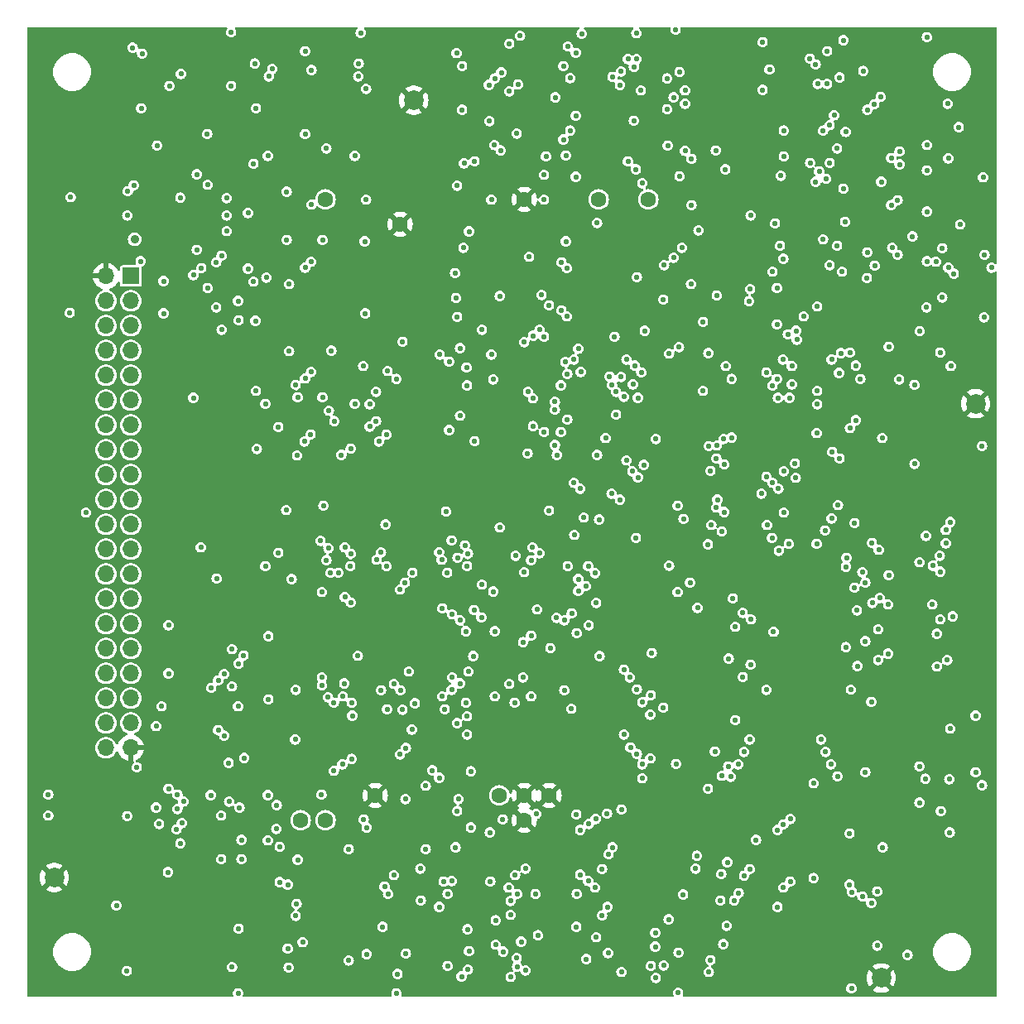
<source format=gbr>
%TF.GenerationSoftware,KiCad,Pcbnew,7.0.8*%
%TF.CreationDate,2023-11-02T18:43:55+01:00*%
%TF.ProjectId,eth,6574682e-6b69-4636-9164-5f7063625858,1*%
%TF.SameCoordinates,PX5f5e100PY7bfa480*%
%TF.FileFunction,Copper,L2,Inr*%
%TF.FilePolarity,Positive*%
%FSLAX46Y46*%
G04 Gerber Fmt 4.6, Leading zero omitted, Abs format (unit mm)*
G04 Created by KiCad (PCBNEW 7.0.8) date 2023-11-02 18:43:55*
%MOMM*%
%LPD*%
G01*
G04 APERTURE LIST*
%TA.AperFunction,ComponentPad*%
%ADD10C,2.000000*%
%TD*%
%TA.AperFunction,ComponentPad*%
%ADD11C,1.600000*%
%TD*%
%TA.AperFunction,ComponentPad*%
%ADD12R,1.700000X1.700000*%
%TD*%
%TA.AperFunction,ComponentPad*%
%ADD13O,1.700000X1.700000*%
%TD*%
%TA.AperFunction,ViaPad*%
%ADD14C,0.560000*%
%TD*%
%TA.AperFunction,ViaPad*%
%ADD15C,0.900000*%
%TD*%
G04 APERTURE END LIST*
D10*
%TO.N,GND*%
%TO.C,TP4*%
X87756800Y2339600D03*
%TD*%
%TO.N,GND*%
%TO.C,TP3*%
X97408800Y61064400D03*
%TD*%
%TO.N,GND*%
%TO.C,TP2*%
X39954000Y92103200D03*
%TD*%
%TO.N,GND*%
%TO.C,TP1*%
X3174800Y12601200D03*
%TD*%
D11*
%TO.N,VCC*%
%TO.C,J2*%
X48700000Y21000000D03*
%TO.N,GND*%
X51240000Y18460000D03*
X36000000Y21000000D03*
X51240000Y21000000D03*
X53780000Y21000000D03*
X38540000Y79420000D03*
X51240000Y81960000D03*
%TO.N,/recv_mosi*%
X63940000Y81960000D03*
%TO.N,/recv_sck*%
X58860000Y81960000D03*
%TO.N,/~{recv_ss}*%
X30920000Y81960000D03*
%TO.N,/tx_sck*%
X28380000Y18460000D03*
%TO.N,/tx_mosi*%
X30920000Y18460000D03*
%TD*%
D12*
%TO.N,VCC*%
%TO.C,J1*%
X11000000Y74130000D03*
D13*
%TO.N,GND*%
X8460000Y74130000D03*
%TO.N,unconnected-(J1-Pin_3-Pad3)*%
X11000000Y71590000D03*
%TO.N,/~{rst}*%
X8460000Y71590000D03*
%TO.N,/rdy*%
X11000000Y69050000D03*
%TO.N,unconnected-(J1-Pin_6-Pad6)*%
X8460000Y69050000D03*
%TO.N,/~{oe}*%
X11000000Y66510000D03*
%TO.N,/~{we}*%
X8460000Y66510000D03*
%TO.N,unconnected-(J1-Pin_9-Pad9)*%
X11000000Y63970000D03*
%TO.N,unconnected-(J1-Pin_10-Pad10)*%
X8460000Y63970000D03*
%TO.N,/d0*%
X11000000Y61430000D03*
%TO.N,/d1*%
X8460000Y61430000D03*
%TO.N,/d2*%
X11000000Y58890000D03*
%TO.N,/d3*%
X8460000Y58890000D03*
%TO.N,/d4*%
X11000000Y56350000D03*
%TO.N,/d5*%
X8460000Y56350000D03*
%TO.N,/d6*%
X11000000Y53810000D03*
%TO.N,/d7*%
X8460000Y53810000D03*
%TO.N,unconnected-(J1-Pin_19-Pad19)*%
X11000000Y51270000D03*
%TO.N,unconnected-(J1-Pin_20-Pad20)*%
X8460000Y51270000D03*
%TO.N,unconnected-(J1-Pin_21-Pad21)*%
X11000000Y48730000D03*
%TO.N,unconnected-(J1-Pin_22-Pad22)*%
X8460000Y48730000D03*
%TO.N,/a0*%
X11000000Y46190000D03*
%TO.N,/a1*%
X8460000Y46190000D03*
%TO.N,/a2*%
X11000000Y43650000D03*
%TO.N,/a3*%
X8460000Y43650000D03*
%TO.N,/a4*%
X11000000Y41110000D03*
%TO.N,/a5*%
X8460000Y41110000D03*
%TO.N,/a6*%
X11000000Y38570000D03*
%TO.N,/a7*%
X8460000Y38570000D03*
%TO.N,/a8*%
X11000000Y36030000D03*
%TO.N,/a9*%
X8460000Y36030000D03*
%TO.N,/a10*%
X11000000Y33490000D03*
%TO.N,/a11*%
X8460000Y33490000D03*
%TO.N,/a12*%
X11000000Y30950000D03*
%TO.N,/a13*%
X8460000Y30950000D03*
%TO.N,/a14*%
X11000000Y28410000D03*
%TO.N,/a15*%
X8460000Y28410000D03*
%TO.N,GND*%
X11000000Y25870000D03*
%TO.N,VCC*%
X8460000Y25870000D03*
%TD*%
D14*
%TO.N,/a8*%
X51130000Y33073600D03*
%TO.N,/~{a_buf_sel}*%
X59715200Y19154400D03*
X93852800Y19408400D03*
X59867600Y14988800D03*
X47777200Y12194800D03*
X47726400Y17224000D03*
%TO.N,/~{tx_halt_set}*%
X50520400Y3508000D03*
X50926800Y6048000D03*
%TO.N,/recv_ss*%
X64693600Y57457600D03*
X71653200Y57457600D03*
X74244000Y71566200D03*
%TO.N,GND*%
X51841200Y70716400D03*
X81711600Y98199200D03*
X32892800Y47450000D03*
X36144000Y33073600D03*
%TO.N,VCC*%
X25476000Y95303600D03*
%TO.N,GND*%
X45592800Y47958000D03*
X48894800Y33073600D03*
D15*
X6121200Y77930000D03*
%TO.N,VCC*%
X11404400Y77879200D03*
D14*
X71602400Y5794000D03*
X94823400Y48974000D03*
X37058400Y48720000D03*
X27863600Y8689600D03*
X84065613Y79674413D03*
X58953200Y35258000D03*
X2565200Y18951200D03*
X60274000Y15700000D03*
X14960400Y93576400D03*
X48742400Y48415200D03*
X20820100Y78722000D03*
X70281600Y4168400D03*
X83896000Y98250000D03*
X90957200Y78184000D03*
X95681600Y89360000D03*
X21361200Y3457200D03*
X58902400Y49228000D03*
X13690400Y87480400D03*
X34315200Y95862400D03*
X89636400Y85550000D03*
X36753600Y7572000D03*
X9524800Y9756400D03*
X79044600Y68532648D03*
X28066800Y14430000D03*
X48742400Y72088000D03*
X74955200Y16462000D03*
X91692228Y68500374D03*
X68910000Y14836400D03*
X21259600Y93576400D03*
X46024600Y35258000D03*
X95834000Y79403200D03*
X87909200Y15700000D03*
X50825200Y98707200D03*
X70129200Y2949200D03*
X94818000Y27841200D03*
X22529600Y35308800D03*
X14808000Y13160000D03*
X79019200Y53495200D03*
X34518400Y99012000D03*
X64185600Y3558800D03*
X52654000Y6703000D03*
X21259600Y99062800D03*
X34219000Y35289610D03*
X22602857Y24846184D03*
X27152400Y3406400D03*
X31521200Y66500000D03*
X66725600Y99316800D03*
X2565200Y21084800D03*
X95072000Y39322000D03*
X10591600Y3050800D03*
X89636400Y86870800D03*
X99034400Y74983600D03*
X44223384Y15700000D03*
X84120882Y88872647D03*
X63576002Y68532000D03*
X34264400Y94541600D03*
X76738600Y37747200D03*
%TO.N,GND*%
X16535200Y23015200D03*
X37718800Y97792800D03*
X26748374Y35278142D03*
X73685200Y5794000D03*
X20091200Y1933200D03*
X88823600Y33581600D03*
X38785600Y48669200D03*
X57530800Y6048000D03*
X53918600Y42445957D03*
X74193200Y60200800D03*
X46202400Y92154000D03*
X53873200Y9604000D03*
X13741200Y92103200D03*
X79527200Y28044400D03*
X98932800Y48974000D03*
X88284800Y88866142D03*
X41131766Y42289102D03*
X18668800Y5438400D03*
X90957200Y72902985D03*
X32283200Y6048000D03*
X7391200Y81486000D03*
X95884800Y68582800D03*
X57784800Y91798400D03*
X88518800Y42658897D03*
X38226800Y35258000D03*
X79222400Y73054276D03*
X41884400Y6810000D03*
X88259400Y79708273D03*
X83184800Y68532000D03*
X87502800Y13160000D03*
X61645600Y1628400D03*
X98831200Y90680800D03*
X94716400Y25250400D03*
X50114000Y35258000D03*
X26796800Y24844000D03*
X25120400Y10518400D03*
X98782857Y80724000D03*
X17754400Y87531200D03*
X48183600Y62334400D03*
X68656000Y8943600D03*
X17805473Y28710200D03*
X90957200Y82756000D03*
X83235600Y53546000D03*
X57429200Y61019000D03*
X81813200Y13820400D03*
X45440127Y1786200D03*
X62458400Y10213600D03*
X29590800Y2847600D03*
X15841700Y72118000D03*
X38772013Y55950813D03*
X24897800Y78722000D03*
X63115729Y35254929D03*
X14909600Y96167200D03*
X79527200Y29314400D03*
X37941174Y9610972D03*
X26949200Y92458800D03*
X79222400Y82197200D03*
X88874400Y22050000D03*
X94564000Y61064400D03*
X74193200Y45214800D03*
X26644400Y59642000D03*
X29235200Y28400000D03*
X88010800Y98250000D03*
X64439600Y15700000D03*
X58648400Y30482800D03*
X69722800Y98148400D03*
X63274135Y49278800D03*
X17195600Y1425200D03*
X54127200Y28303800D03*
X62560000Y13515600D03*
X48336000Y15700000D03*
X66629400Y21643600D03*
X7492800Y85397600D03*
X54889200Y98758000D03*
X35737600Y66500000D03*
X77647600Y92509602D03*
X58597600Y32464000D03*
X41122400Y28405400D03*
X81610000Y9959600D03*
X9524800Y11686800D03*
X33959600Y13922000D03*
X50622000Y48415200D03*
X67690800Y68532000D03*
X24358400Y97792800D03*
X29187471Y42322271D03*
X86893200Y60251600D03*
X81000400Y37848800D03*
X99186800Y39322000D03*
X17754400Y18290800D03*
X38125200Y5387600D03*
X98983600Y27841200D03*
X61290000Y46383200D03*
X94564000Y62283600D03*
X79120800Y16411200D03*
X92074800Y15700000D03*
X88722000Y25910800D03*
%TO.N,/a_89nab_set*%
X13588800Y19764000D03*
X13588800Y28095200D03*
%TO.N,/a_cdef_set*%
X14147600Y30127200D03*
X13893600Y18087600D03*
%TO.N,Net-(D1-A1)*%
X16382800Y20384000D03*
X16078000Y16106400D03*
X16230400Y18189200D03*
%TO.N,/~{a11}*%
X20243600Y18951200D03*
X20243600Y14480800D03*
%TO.N,Net-(D2-A1)*%
X22326400Y14480800D03*
X22326400Y16462000D03*
X25018800Y16411200D03*
X25018800Y21034000D03*
%TO.N,/tx_cnt1*%
X27050800Y5336800D03*
X27050800Y11890000D03*
%TO.N,/tx_cnt0*%
X28574800Y5997200D03*
X84759600Y11128000D03*
X27965200Y9908800D03*
X84708800Y1272800D03*
%TO.N,/tx_cnt3*%
X26238000Y12144000D03*
X26238000Y15750800D03*
%TO.N,/~{rst}*%
X49098000Y5032000D03*
X19786400Y43182800D03*
X34823200Y18544800D03*
X19735600Y75542400D03*
X49047200Y18544800D03*
X27457200Y43132000D03*
X19735600Y70919600D03*
%TO.N,/~{oe}*%
X86131203Y23370803D03*
X27203200Y73307200D03*
X27203200Y66449200D03*
X68300400Y73307200D03*
X86131200Y36782000D03*
X68198800Y42776400D03*
X86131200Y42776400D03*
%TO.N,/~{we}*%
X85013600Y48872400D03*
X85013600Y42268400D03*
X94360800Y46789600D03*
X94513200Y34851600D03*
X94360800Y48161200D03*
X6426000Y49939200D03*
X57327600Y49431200D03*
X57530800Y42420800D03*
%TO.N,/d0*%
X61696400Y65585600D03*
X82727600Y56136800D03*
X70891200Y55476400D03*
X82676800Y65585600D03*
X70992800Y51260000D03*
X61696400Y55273200D03*
%TO.N,/d1*%
X83489600Y55476400D03*
X71704000Y54866800D03*
X63220400Y64264800D03*
X63474400Y54816000D03*
X83438800Y64214000D03*
X71704000Y49990000D03*
%TO.N,/d2*%
X78612800Y63045600D03*
X91160400Y54917600D03*
X70281600Y54206400D03*
X62356800Y63045600D03*
X62306000Y54155600D03*
X91160400Y62994800D03*
X78917600Y54968400D03*
X70383200Y48669200D03*
%TO.N,/d3*%
X62864800Y53546000D03*
X62661600Y47348400D03*
X78308000Y46738800D03*
X62864800Y61674000D03*
X78358800Y61674000D03*
%TO.N,/d4*%
X56311600Y65585600D03*
X77800000Y54155600D03*
X77800000Y49939200D03*
X77698400Y65585600D03*
X56311600Y52987200D03*
%TO.N,/d5*%
X76022000Y64264800D03*
X76072800Y48669200D03*
X57022800Y64315600D03*
X76022000Y53596800D03*
X56971998Y52377600D03*
%TO.N,/d6*%
X60172400Y51869600D03*
X76631600Y62944000D03*
X76631600Y52987200D03*
X60223200Y62994800D03*
X76580800Y47348400D03*
%TO.N,/d7*%
X77190400Y61674000D03*
X77241200Y52377600D03*
X77292000Y46027600D03*
X61036000Y51259996D03*
X61442400Y61775600D03*
%TO.N,/a0*%
X30403600Y47043600D03*
X86842400Y40693602D03*
X86791600Y46840400D03*
X30556000Y41811200D03*
X30556000Y33073600D03*
%TO.N,/a1*%
X30708400Y50650400D03*
X66928800Y41811200D03*
X31013200Y45062400D03*
X66928800Y50650400D03*
X31165600Y31041600D03*
X87502800Y46129200D03*
X87604400Y41201600D03*
%TO.N,/a2*%
X33502400Y40744400D03*
X33451600Y44452800D03*
X33604000Y30482800D03*
%TO.N,/a3*%
X32892800Y41303200D03*
X32842000Y32464000D03*
X32892800Y46383200D03*
%TO.N,/a4*%
X43865600Y33073600D03*
X43814800Y47094400D03*
X43865600Y39525200D03*
%TO.N,/a5*%
X42849600Y31143200D03*
X42798800Y45113200D03*
X42849602Y40134800D03*
%TO.N,/a6*%
X45288000Y37798000D03*
X45389600Y44452800D03*
X45288000Y30482800D03*
%TO.N,/a7*%
X44678400Y38915600D03*
X44678400Y32464000D03*
X45186400Y46586400D03*
%TO.N,/a8*%
X21361200Y32159200D03*
X50367998Y45519600D03*
X21361200Y35969200D03*
X51130000Y36680400D03*
%TO.N,/a9*%
X25069600Y30838400D03*
X51942800Y37340800D03*
X51942800Y45062400D03*
X25069600Y37290000D03*
X51942800Y31143200D03*
%TO.N,/a10*%
X14858798Y38407600D03*
X14858800Y33480000D03*
X14858800Y21694400D03*
X57784800Y44452800D03*
X57835600Y38407600D03*
%TO.N,/a11*%
X22123200Y19764000D03*
X21970800Y30127200D03*
X22021600Y34496000D03*
%TO.N,/a14*%
X19938800Y32768800D03*
X19938800Y27688800D03*
%TO.N,/a15*%
X20548400Y33429200D03*
X20548400Y27129998D03*
%TO.N,/recv_mosi*%
X44322800Y96929200D03*
X44373600Y83365600D03*
%TO.N,/recv_sck*%
X17754400Y76812400D03*
X17754400Y84534000D03*
X53263600Y84483200D03*
X53263600Y81943200D03*
%TO.N,/~{recv_ss}*%
X20802400Y82095600D03*
X55702000Y97619000D03*
X93344800Y75593200D03*
X20802400Y80317600D03*
X31013200Y87175600D03*
X10693200Y82806800D03*
X10642400Y80317600D03*
X53466800Y86362800D03*
X92430402Y98554800D03*
%TO.N,/tx_sck*%
X44373600Y19408400D03*
X44830800Y2492000D03*
%TO.N,/tx_mosi*%
X61188400Y2949200D03*
X61188400Y19560800D03*
%TO.N,/recv_ss*%
X48336004Y8232400D03*
X92430400Y75644000D03*
X48336000Y5743200D03*
X92430400Y80724000D03*
X21970800Y71580000D03*
X92379600Y70919600D03*
X22021600Y69598800D03*
X44272000Y71884800D03*
X97408800Y29162000D03*
X44170400Y74424800D03*
X66014400Y8334000D03*
X4749600Y70360800D03*
X65557200Y75237600D03*
X92430400Y87531200D03*
X65457127Y29974800D03*
X65457127Y71732400D03*
X97408800Y23370800D03*
X4851200Y82197200D03*
X92430400Y84940400D03*
%TO.N,/~{a10}*%
X19227600Y32006800D03*
X19176800Y21034000D03*
%TO.N,/~{a_fbxx}*%
X25882400Y17579600D03*
X15773200Y19611600D03*
X15773200Y21084800D03*
X91668400Y44859200D03*
X91668400Y20272000D03*
X25933200Y20018000D03*
X15671600Y17528800D03*
X91668400Y23980400D03*
%TO.N,/~{a_buf_sel}*%
X21056400Y20373600D03*
X93446400Y34191200D03*
X21005600Y24336000D03*
X11607600Y23878802D03*
X10642400Y18900400D03*
X93446400Y37544000D03*
%TO.N,/~{rearm_sched}*%
X94716400Y22659600D03*
X84505600Y11890000D03*
X84505600Y17122400D03*
X94767200Y17224000D03*
%TO.N,/rearm_sched*%
X41173200Y21999200D03*
X41173200Y15496800D03*
X80848000Y22253200D03*
X33299200Y15496800D03*
X33299200Y4128000D03*
X80848000Y12550400D03*
%TO.N,/~{rearm_req}*%
X45796000Y17732000D03*
X35128000Y17732000D03*
X88468000Y35512000D03*
X72110400Y23980400D03*
X92989200Y40541200D03*
X72161200Y35004000D03*
X45795999Y23472399D03*
X93040000Y44503600D03*
X35128000Y4778000D03*
X88468000Y40541200D03*
%TO.N,/~{tx_halt}*%
X67030400Y4930400D03*
X38176000Y764800D03*
X21970800Y764800D03*
X22021600Y7368800D03*
X38277600Y2746000D03*
X90449200Y4690000D03*
X66979608Y815600D03*
X89585600Y63553600D03*
%TO.N,/tx_halt*%
X43408400Y10924800D03*
X43408400Y3558800D03*
%TO.N,/~{tx_req}*%
X39141200Y4828800D03*
X72821600Y28704800D03*
X44526000Y20627600D03*
X72821600Y38255200D03*
X44373600Y28400000D03*
X93802000Y43894000D03*
X39090400Y20627600D03*
X93802000Y39017200D03*
%TO.N,/~{reg_oe_ena}*%
X92328800Y47551600D03*
X92278000Y22710400D03*
%TO.N,/~{oe_cr_to_d}*%
X93751200Y45519600D03*
X93802000Y66296800D03*
%TO.N,/~{recv_byte_cnt_lo_oe}*%
X83642000Y66246000D03*
X84200800Y45316400D03*
%TO.N,/~{recv_byte_cnt_hi_oe}*%
X88518800Y43538400D03*
X88518800Y66906400D03*
%TO.N,/filter/d_4320_mac*%
X75615600Y98046800D03*
X75615600Y93170000D03*
%TO.N,/filter/d_4320_set*%
X76631600Y74577200D03*
X76326800Y95252800D03*
%TO.N,/filter/d_4320_ok*%
X82219600Y93779600D03*
X82219600Y97132400D03*
%TO.N,/~{rearm}*%
X53009600Y72189600D03*
X70942000Y72138800D03*
X98069200Y56746400D03*
X20294400Y76202800D03*
X70942000Y56797200D03*
X20294400Y68633600D03*
X52146000Y68024000D03*
X98069200Y22050000D03*
%TO.N,/recv_sck_ena*%
X54533600Y39169600D03*
X46862800Y39220400D03*
X54584400Y55832000D03*
X76885600Y79504800D03*
X58699200Y79555600D03*
X45592800Y5082800D03*
X77088800Y72900800D03*
X58699200Y55832000D03*
%TO.N,/receiver/sck_f*%
X49707600Y97894400D03*
X12064800Y91290400D03*
X49707600Y93017600D03*
X12166400Y96878400D03*
X12014000Y75644000D03*
X23698000Y95862400D03*
X23799600Y91290400D03*
%TO.N,/recv_byte_cnt0*%
X70129200Y56746400D03*
X54381200Y60454800D03*
X18211600Y74932800D03*
X31216400Y46281600D03*
X54381200Y56848002D03*
X31267200Y60353200D03*
X70078400Y66246000D03*
X18160800Y46383200D03*
X70840400Y86972400D03*
%TO.N,/recv_byte_cnt2*%
X87858400Y57559200D03*
X32232400Y43792400D03*
X87756800Y83772000D03*
X72567600Y41150800D03*
X28066800Y61724800D03*
X72466000Y57610000D03*
X32537200Y55832000D03*
X28016000Y55781200D03*
X72466000Y63604400D03*
X17398800Y74221600D03*
X17398800Y61674000D03*
%TO.N,/filter/a02*%
X68351200Y86108800D03*
X55498800Y77676000D03*
X68351200Y81384400D03*
X88772800Y81384400D03*
X34975600Y70310000D03*
X55498800Y86464400D03*
X34924800Y77676000D03*
X14350800Y70310000D03*
X14350800Y73612000D03*
X88772800Y86210400D03*
%TO.N,/~{clr_frame_received}*%
X22986800Y80571600D03*
X74345600Y72799200D03*
X94005200Y71935600D03*
X22986800Y74882000D03*
X74396400Y80317600D03*
X94005200Y76964800D03*
%TO.N,/~{recv_rst}*%
X28828800Y97132400D03*
X18821200Y88648800D03*
X18872000Y83467200D03*
X18872000Y72900800D03*
X50622000Y93728800D03*
X28828800Y88648800D03*
X11302800Y83416400D03*
X11201200Y97488000D03*
X50469600Y88699600D03*
%TO.N,/~{inhibit}*%
X98170800Y84229200D03*
X67081200Y66855600D03*
X67386000Y77015600D03*
X79832000Y70005200D03*
X23545600Y85600800D03*
X98272400Y69903600D03*
X79120800Y67617600D03*
X23545600Y73561200D03*
X98323200Y76304400D03*
X45084800Y85651600D03*
X45034000Y77015600D03*
%TO.N,/~{recv_d_oe}*%
X84150000Y36172400D03*
X84150000Y44402000D03*
X66065200Y66195200D03*
X66065200Y44503600D03*
%TO.N,/recv_a_sel*%
X87452000Y34851600D03*
X50520400Y10924800D03*
X52450800Y19103600D03*
X56565600Y19052800D03*
X56362400Y47653200D03*
X52400000Y10924800D03*
X56616400Y37594800D03*
X87451998Y38001200D03*
X50469600Y4371600D03*
%TO.N,/~{recv_buf_oe}*%
X85267600Y39931600D03*
X45338800Y64772800D03*
X85318400Y34242000D03*
X45592800Y78692000D03*
X69062400Y78793600D03*
X68960800Y40185600D03*
%TO.N,/~{tx_buf_we}*%
X39750800Y27739600D03*
X46100802Y39982400D03*
X76022000Y31803600D03*
X64185600Y31244800D03*
X85826400Y10670800D03*
X39446002Y33683200D03*
X84658000Y31829004D03*
X45542000Y33683200D03*
X64287200Y35562800D03*
X53924000Y36070800D03*
X75514000Y51869600D03*
X52552400Y40033200D03*
%TO.N,/tx_oe*%
X45491200Y3203200D03*
X64642800Y5540000D03*
X64693600Y2339600D03*
X45440400Y7318000D03*
X64642800Y6962400D03*
%TO.N,/tx_finish*%
X57581600Y4270000D03*
X58597600Y6505200D03*
%TO.N,/~{tx_byte_clk}*%
X49860000Y2441200D03*
X49860000Y8791200D03*
X49860000Y10213600D03*
%TO.N,/tx_byte_cnt10*%
X51384000Y13515600D03*
X51384000Y3101600D03*
%TO.N,/~{tx_finish}*%
X87350400Y11178800D03*
X87350400Y5641600D03*
%TO.N,/receiver/rst*%
X26949200Y77828400D03*
X30606800Y61724800D03*
X30606800Y77828400D03*
X26949200Y82756000D03*
%TO.N,/receiver/bit_count2*%
X16128800Y94795600D03*
X16078000Y82146400D03*
%TO.N,/receiver/~{bit_count_2}*%
X29489200Y81435200D03*
X29489200Y95202000D03*
%TO.N,/tx_shift_cp*%
X59207200Y13464800D03*
X59207200Y8740400D03*
%TO.N,/~{tx_buf_oe}*%
X86740800Y10010400D03*
X86740800Y30584400D03*
%TO.N,/filter/next_mac_ok*%
X87706000Y92458800D03*
X88874400Y77015600D03*
%TO.N,/~{recv_buf_we}*%
X35077200Y93271600D03*
X47878800Y81943200D03*
X89433200Y76304400D03*
X89433200Y81892400D03*
X47878800Y66093600D03*
X35077200Y81943200D03*
%TO.N,/filter/last_mac_ok*%
X94614800Y86159600D03*
X94564000Y91747600D03*
X94614800Y74983600D03*
%TO.N,/buf_full*%
X94868800Y64925200D03*
X95173600Y74374000D03*
%TO.N,/tx_shift_q7*%
X59766000Y9604000D03*
X59816800Y4879600D03*
%TO.N,/tx_byte_cnt0*%
X30505200Y21084800D03*
X63322000Y22761200D03*
X42544800Y22812000D03*
X65506400Y3609600D03*
X42544800Y9604000D03*
X30556000Y32260800D03*
%TO.N,/recv_a0*%
X26085600Y45824400D03*
X35432800Y58727600D03*
X26085600Y58676800D03*
X35432800Y61013600D03*
%TO.N,/recv_byte_cnt1*%
X24866400Y73967600D03*
X24764800Y44452800D03*
X62661596Y85042000D03*
X62763200Y74018400D03*
X24764800Y61064400D03*
X71805600Y85042000D03*
X71856400Y64925200D03*
%TO.N,/recv_a1*%
X31419600Y43792400D03*
X36093200Y62283600D03*
X31826000Y59286400D03*
X36093200Y59286400D03*
%TO.N,/recv_a2*%
X39039600Y42776400D03*
X38176000Y63604400D03*
%TO.N,/recv_a3*%
X34772400Y64925200D03*
X36144000Y45113200D03*
%TO.N,/recv_byte_cnt3*%
X69519600Y69446394D03*
X23799600Y62385200D03*
X33502400Y56492400D03*
X23748800Y69548000D03*
X69519600Y62385200D03*
X33502400Y45722800D03*
X23901200Y56441600D03*
%TO.N,/tx_byte_cnt5*%
X40614400Y13515600D03*
X40055600Y30432000D03*
%TO.N,/tx_byte_cnt4*%
X37922000Y32413200D03*
X37922000Y12855200D03*
%TO.N,/tx_byte_cnt6*%
X43103600Y29822400D03*
X43002000Y12194800D03*
%TO.N,/tx_byte_cnt3*%
X36601200Y31773000D03*
X36956800Y11686800D03*
%TO.N,/tx_byte_cnt2*%
X37210800Y29823000D03*
X37312400Y10924800D03*
%TO.N,/tx_byte_cnt1*%
X40665200Y10265000D03*
X41833600Y23574000D03*
X31775200Y23523200D03*
X31775200Y30482800D03*
%TO.N,/tx_byte_cnt8*%
X49656800Y11585200D03*
X49707600Y32413200D03*
%TO.N,/tx_byte_cnt7*%
X43814800Y12245600D03*
X43814800Y31803600D03*
%TO.N,/tx_byte_cnt9*%
X50266400Y30482800D03*
X50317200Y12855200D03*
%TO.N,/tx_a0*%
X27863600Y31803600D03*
X27812800Y26723600D03*
%TO.N,/tx_a2*%
X33654800Y29162000D03*
X33604000Y24742400D03*
X64134800Y29263600D03*
X64134800Y24793200D03*
%TO.N,/tx_a3*%
X63322000Y30533600D03*
X32689600Y31143200D03*
X32638800Y24183600D03*
X63322000Y24183600D03*
%TO.N,/recv_byte_cnt4*%
X28778000Y57203600D03*
X55600400Y74932800D03*
X78206400Y68176400D03*
X78612800Y64925200D03*
X55600400Y70005200D03*
X36601200Y45875200D03*
X28828800Y63655200D03*
X28828800Y74983600D03*
X36398000Y57203600D03*
%TO.N,/recv_a4*%
X42544800Y45875200D03*
X42595600Y66093600D03*
%TO.N,/recv_byte_cnt5*%
X55041600Y70614800D03*
X37160000Y44452800D03*
X29438400Y64315600D03*
X77088800Y69192402D03*
X77088800Y63604400D03*
X55041600Y75542400D03*
X29387600Y57914800D03*
X29438400Y75593200D03*
X37160000Y57914800D03*
%TO.N,/recv_a5*%
X38785600Y67414400D03*
X39801600Y43792400D03*
%TO.N,/recv_a6*%
X46913600Y42573200D03*
X46913600Y68633600D03*
%TO.N,/recv_byte_cnt6*%
X53771600Y50142400D03*
X26898400Y50193200D03*
X27863600Y62994800D03*
X81203600Y62385200D03*
X81203600Y71021200D03*
X53771600Y71122800D03*
X43256000Y50040800D03*
X43357600Y43792400D03*
%TO.N,/recv_a7*%
X44424400Y45316400D03*
X44373600Y69954400D03*
%TO.N,/recv_byte_cnt7*%
X81203600Y61013600D03*
X45491200Y45722800D03*
X54990800Y62944000D03*
X81152800Y58067200D03*
X54990800Y58168800D03*
X45389600Y62944000D03*
%TO.N,/tx_a4*%
X62763200Y25250400D03*
X62763200Y31854400D03*
X38582400Y31752800D03*
X38531600Y25199600D03*
%TO.N,/tx_a5*%
X62102800Y25910800D03*
X62052000Y33073600D03*
X38785600Y29771600D03*
X39141200Y25860000D03*
%TO.N,/tx_a6*%
X45389600Y27231600D03*
X45389600Y29111200D03*
X61442400Y27231600D03*
X61442400Y33886400D03*
%TO.N,/tx_a7*%
X48234400Y31143200D03*
X48234400Y37798000D03*
%TO.N,/recv_byte_cnt8*%
X84556400Y58575200D03*
X52146000Y61623200D03*
X52095200Y46383200D03*
X84556400Y66296800D03*
X52146000Y58778400D03*
%TO.N,/recv_a8*%
X52806400Y68633600D03*
X52806400Y45773600D03*
%TO.N,/recv_byte_cnt9*%
X85166000Y59388000D03*
X55651200Y59438800D03*
X85166000Y64976000D03*
X55651200Y64112400D03*
X55702000Y44452800D03*
%TO.N,/recv_a9*%
X51231600Y67363600D03*
X51231600Y43843200D03*
%TO.N,/recv_a10*%
X48082000Y41862000D03*
X56768800Y41912800D03*
X56768800Y43132000D03*
X48082000Y63553600D03*
%TO.N,/recv_byte_cnt10*%
X37261600Y64417200D03*
X58496000Y43741600D03*
X38531600Y42065200D03*
X58597600Y40693600D03*
X85623200Y63604400D03*
X85826400Y43843200D03*
%TO.N,/tx_a8*%
X55346400Y31752800D03*
X74447200Y39017200D03*
X74396400Y34394400D03*
X55346400Y38915600D03*
%TO.N,/tx_a9*%
X73583600Y33124400D03*
X73583600Y39677600D03*
X56057600Y29873200D03*
X56108400Y39626800D03*
%TO.N,/recv_d0*%
X44678400Y59845200D03*
X44678400Y66754000D03*
X57124400Y98910400D03*
X62712400Y96319600D03*
X62712400Y98961200D03*
X56768800Y66703200D03*
%TO.N,/recv_d1*%
X56514800Y84280000D03*
X67132000Y94998800D03*
X67132000Y84330800D03*
X43560800Y65382400D03*
X43560800Y58372000D03*
X55448000Y65331600D03*
%TO.N,/recv_d2*%
X59969200Y63858400D03*
X59562800Y57559200D03*
X60274000Y94490800D03*
%TO.N,/recv_d3*%
X66522400Y92408000D03*
X51587200Y55984400D03*
X51739600Y76101200D03*
X66522400Y75999600D03*
X51638000Y62283600D03*
%TO.N,/recv_d4*%
X61848800Y85854800D03*
X61848800Y96319600D03*
X46151600Y85854800D03*
X62560000Y64976000D03*
X46151600Y57254400D03*
%TO.N,/recv_d5*%
X60477200Y67922400D03*
X61137600Y95049600D03*
X61137600Y63807600D03*
X53263600Y58168800D03*
X53263600Y67922400D03*
%TO.N,/recv_d6*%
X60629600Y59946800D03*
X61036000Y93678000D03*
X60629600Y62283600D03*
%TO.N,/recv_d7*%
X54381200Y61267600D03*
X54432000Y92408000D03*
%TO.N,/recv_byte0*%
X56514800Y96969000D03*
X82473600Y89563200D03*
X56514800Y90528400D03*
X82473600Y75237600D03*
X82473600Y85702400D03*
%TO.N,/recv_byte1*%
X83235600Y87175600D03*
X55244800Y95598000D03*
X83235594Y77218800D03*
X55244800Y88090000D03*
%TO.N,/recv_byte2*%
X55956000Y94369000D03*
X55956000Y89004400D03*
X77800000Y86362800D03*
X77749200Y75898000D03*
X77800000Y89004400D03*
%TO.N,/recv_byte3*%
X77393600Y77218800D03*
X77495200Y84381600D03*
X63322000Y83619600D03*
X63169600Y93119200D03*
%TO.N,/recv_byte7*%
X82930802Y90579200D03*
X44881600Y91138000D03*
X44881600Y95608400D03*
X83743600Y74577200D03*
%TO.N,/recv_byte6*%
X48894800Y94948000D03*
X67690800Y93119200D03*
X87096400Y75186800D03*
X48844000Y86972400D03*
X87045600Y91696800D03*
X67690800Y91747600D03*
X67690800Y86921600D03*
%TO.N,/recv_byte5*%
X86334400Y91138000D03*
X86334400Y76558400D03*
X48183600Y87531200D03*
X65912800Y87480400D03*
X48234400Y94338400D03*
X65862000Y94338400D03*
X65862000Y91188800D03*
%TO.N,/recv_byte4*%
X47675600Y89969600D03*
X81813200Y77879200D03*
X47624800Y93678000D03*
X81813200Y89004400D03*
X62458400Y95506800D03*
X82118000Y84076800D03*
X62458400Y90020400D03*
%TO.N,/tx_d0*%
X72364400Y22913600D03*
X72720000Y10265000D03*
X83286400Y22964400D03*
X83337200Y50701200D03*
%TO.N,/tx_d1*%
X73126400Y24183600D03*
X73177200Y11026402D03*
X82676800Y49329600D03*
X82626000Y24183600D03*
%TO.N,/tx_d2*%
X82016400Y48110400D03*
X82067200Y25453600D03*
X73736002Y12804400D03*
X73736000Y25453600D03*
%TO.N,/tx_d3*%
X81152800Y46738800D03*
X74294800Y13464800D03*
X74294800Y26723600D03*
X81610000Y26723600D03*
%TO.N,/tx_d4*%
X71297600Y10264400D03*
X70738800Y25504400D03*
X70891200Y50447200D03*
%TO.N,/tx_d5*%
X67487600Y10874000D03*
X66776400Y24234400D03*
X67538400Y49278800D03*
%TO.N,/tx_d6*%
X71399200Y12956800D03*
X71450000Y48008800D03*
X71450000Y23015200D03*
%TO.N,/tx_d7*%
X70027600Y46688000D03*
X70027600Y21694400D03*
X68757600Y13515600D03*
%TO.N,/tx_buf_d4*%
X56972000Y12906000D03*
X77139600Y9604000D03*
X56972000Y17478000D03*
X77139600Y17478000D03*
%TO.N,/tx_buf_d5*%
X77749200Y11585200D03*
X57835600Y18087600D03*
X57784800Y12245600D03*
X77749200Y18036800D03*
%TO.N,/tx_buf_d6*%
X58546800Y18595600D03*
X58496000Y11585200D03*
X78460400Y18595600D03*
X78460400Y12194800D03*
%TO.N,/tx_buf_d7*%
X56565600Y7572000D03*
X71958000Y7673600D03*
X56616400Y10924800D03*
X72008800Y14176000D03*
%TO.N,/receiver/byte_clk*%
X25120400Y94541600D03*
X25018800Y86413600D03*
X33908800Y61064400D03*
X33908800Y86413600D03*
%TO.N,/filter/d_xor_a0*%
X80441600Y96370400D03*
X80492400Y85702400D03*
%TO.N,/filter/d_xor_a1*%
X81051200Y95760800D03*
X81051200Y83772000D03*
%TO.N,/filter/d_xor_a2*%
X83489600Y94440000D03*
X83896000Y83060800D03*
%TO.N,/filter/~{d0}*%
X81406800Y84838800D03*
X81254400Y93779600D03*
%TO.N,/filter/d_7651_set*%
X86283600Y73916800D03*
X85928000Y95100400D03*
%TD*%
%TA.AperFunction,Conductor*%
%TO.N,GND*%
G36*
X20818336Y99579815D02*
G01*
X20864091Y99527011D01*
X20874035Y99457853D01*
X20849672Y99400013D01*
X20796209Y99330341D01*
X20796207Y99330337D01*
X20742754Y99201289D01*
X20742753Y99201287D01*
X20724522Y99062802D01*
X20724522Y99062799D01*
X20742753Y98924314D01*
X20742754Y98924312D01*
X20794264Y98799955D01*
X20796209Y98795261D01*
X20881243Y98684443D01*
X20992061Y98599409D01*
X21121112Y98545954D01*
X21190356Y98536838D01*
X21259599Y98527722D01*
X21259600Y98527722D01*
X21259601Y98527722D01*
X21305762Y98533800D01*
X21398088Y98545954D01*
X21527139Y98599409D01*
X21637957Y98684443D01*
X21722991Y98795261D01*
X21776446Y98924312D01*
X21792846Y99048887D01*
X21794678Y99062799D01*
X21794678Y99062802D01*
X21779471Y99178312D01*
X21776446Y99201288D01*
X21735101Y99301103D01*
X21722992Y99330337D01*
X21722990Y99330341D01*
X21669528Y99400013D01*
X21644333Y99465182D01*
X21658371Y99533627D01*
X21707185Y99583617D01*
X21767903Y99599500D01*
X34049824Y99599500D01*
X34116863Y99579815D01*
X34162618Y99527011D01*
X34172562Y99457853D01*
X34144762Y99396980D01*
X34144991Y99396804D01*
X34144227Y99395810D01*
X34143537Y99394297D01*
X34140867Y99391430D01*
X34140044Y99390359D01*
X34140043Y99390357D01*
X34055009Y99279539D01*
X34055007Y99279536D01*
X34001554Y99150489D01*
X34001553Y99150487D01*
X33983322Y99012002D01*
X33983322Y99011999D01*
X34001553Y98873514D01*
X34001554Y98873512D01*
X34045736Y98766846D01*
X34055009Y98744461D01*
X34140043Y98633643D01*
X34250861Y98548609D01*
X34379912Y98495154D01*
X34449156Y98486038D01*
X34518399Y98476922D01*
X34518400Y98476922D01*
X34518401Y98476922D01*
X34564562Y98483000D01*
X34656888Y98495154D01*
X34785939Y98548609D01*
X34896757Y98633643D01*
X34953199Y98707199D01*
X50290122Y98707199D01*
X50308353Y98568714D01*
X50308354Y98568712D01*
X50359864Y98444355D01*
X50361809Y98439661D01*
X50446843Y98328843D01*
X50557661Y98243809D01*
X50686712Y98190354D01*
X50755956Y98181238D01*
X50825199Y98172122D01*
X50825200Y98172122D01*
X50825201Y98172122D01*
X50871362Y98178200D01*
X50963688Y98190354D01*
X51092739Y98243809D01*
X51203557Y98328843D01*
X51288591Y98439661D01*
X51342046Y98568712D01*
X51358446Y98693287D01*
X51360278Y98707199D01*
X51360278Y98707202D01*
X51345071Y98822712D01*
X51342046Y98845688D01*
X51288591Y98974739D01*
X51203557Y99085557D01*
X51092739Y99170591D01*
X51092735Y99170593D01*
X50963688Y99224046D01*
X50963686Y99224047D01*
X50825201Y99242278D01*
X50825199Y99242278D01*
X50686713Y99224047D01*
X50686711Y99224046D01*
X50557664Y99170593D01*
X50557661Y99170592D01*
X50557661Y99170591D01*
X50446843Y99085557D01*
X50390401Y99012000D01*
X50361807Y98974736D01*
X50308354Y98845689D01*
X50308353Y98845687D01*
X50290122Y98707202D01*
X50290122Y98707199D01*
X34953199Y98707199D01*
X34981791Y98744461D01*
X35035246Y98873512D01*
X35053478Y99012000D01*
X35045625Y99071647D01*
X35035246Y99150487D01*
X35035246Y99150488D01*
X34981791Y99279539D01*
X34896757Y99390357D01*
X34896754Y99390359D01*
X34891809Y99396804D01*
X34893627Y99398200D01*
X34865810Y99449142D01*
X34870794Y99518834D01*
X34912666Y99574767D01*
X34978130Y99599184D01*
X34986976Y99599500D01*
X56785719Y99599500D01*
X56852758Y99579815D01*
X56898513Y99527011D01*
X56908457Y99457853D01*
X56879432Y99394297D01*
X56861206Y99377124D01*
X56856863Y99373793D01*
X56856861Y99373791D01*
X56746043Y99288757D01*
X56661296Y99178312D01*
X56661007Y99177936D01*
X56607554Y99048889D01*
X56607553Y99048887D01*
X56589322Y98910402D01*
X56589322Y98910399D01*
X56607553Y98771914D01*
X56607554Y98771912D01*
X56643784Y98684444D01*
X56661009Y98642861D01*
X56746043Y98532043D01*
X56856861Y98447009D01*
X56985912Y98393554D01*
X57055156Y98384438D01*
X57124399Y98375322D01*
X57124400Y98375322D01*
X57124401Y98375322D01*
X57170562Y98381400D01*
X57262888Y98393554D01*
X57391939Y98447009D01*
X57502757Y98532043D01*
X57587791Y98642861D01*
X57641246Y98771912D01*
X57659478Y98910400D01*
X57657646Y98924312D01*
X57641246Y99048887D01*
X57641246Y99048888D01*
X57587791Y99177939D01*
X57502757Y99288757D01*
X57391939Y99373791D01*
X57391936Y99373793D01*
X57387594Y99377124D01*
X57346392Y99433552D01*
X57342237Y99503298D01*
X57376450Y99564219D01*
X57438167Y99596971D01*
X57463081Y99599500D01*
X62307515Y99599500D01*
X62374554Y99579815D01*
X62420309Y99527011D01*
X62430253Y99457853D01*
X62401228Y99394297D01*
X62383002Y99377125D01*
X62334045Y99339559D01*
X62334044Y99339558D01*
X62334043Y99339557D01*
X62287987Y99279536D01*
X62249007Y99228736D01*
X62195554Y99099689D01*
X62195553Y99099687D01*
X62177322Y98961202D01*
X62177322Y98961199D01*
X62195553Y98822714D01*
X62195554Y98822712D01*
X62240836Y98713391D01*
X62249009Y98693661D01*
X62334043Y98582843D01*
X62444861Y98497809D01*
X62573912Y98444354D01*
X62643156Y98435238D01*
X62712399Y98426122D01*
X62712400Y98426122D01*
X62712401Y98426122D01*
X62758562Y98432200D01*
X62850888Y98444354D01*
X62979939Y98497809D01*
X63090757Y98582843D01*
X63175791Y98693661D01*
X63229246Y98822712D01*
X63247478Y98961200D01*
X63229246Y99099688D01*
X63175791Y99228739D01*
X63090757Y99339557D01*
X63041798Y99377125D01*
X63000596Y99433553D01*
X62996441Y99503299D01*
X63030654Y99564219D01*
X63092371Y99596971D01*
X63117285Y99599500D01*
X66086345Y99599500D01*
X66153384Y99579815D01*
X66199139Y99527011D01*
X66209284Y99459315D01*
X66190522Y99316802D01*
X66190522Y99316799D01*
X66208753Y99178314D01*
X66208754Y99178312D01*
X66252936Y99071646D01*
X66262209Y99049261D01*
X66347243Y98938443D01*
X66458061Y98853409D01*
X66587112Y98799954D01*
X66656356Y98790838D01*
X66725599Y98781722D01*
X66725600Y98781722D01*
X66725601Y98781722D01*
X66771762Y98787800D01*
X66864088Y98799954D01*
X66993139Y98853409D01*
X67103957Y98938443D01*
X67188991Y99049261D01*
X67242446Y99178312D01*
X67260678Y99316800D01*
X67258895Y99330341D01*
X67241916Y99459315D01*
X67252682Y99528350D01*
X67299062Y99580606D01*
X67364855Y99599500D01*
X99475500Y99599500D01*
X99542539Y99579815D01*
X99588294Y99527011D01*
X99599500Y99475500D01*
X99599500Y75470111D01*
X99579815Y75403072D01*
X99527011Y75357317D01*
X99457853Y75347373D01*
X99400015Y75371734D01*
X99301939Y75446991D01*
X99301935Y75446993D01*
X99172888Y75500446D01*
X99172886Y75500447D01*
X99034401Y75518678D01*
X99034399Y75518678D01*
X98895913Y75500447D01*
X98895911Y75500446D01*
X98766864Y75446993D01*
X98766861Y75446992D01*
X98766861Y75446991D01*
X98656043Y75361957D01*
X98578083Y75260357D01*
X98571007Y75251136D01*
X98517554Y75122089D01*
X98517553Y75122087D01*
X98499322Y74983602D01*
X98499322Y74983599D01*
X98517553Y74845114D01*
X98517554Y74845112D01*
X98569064Y74720755D01*
X98571009Y74716061D01*
X98656043Y74605243D01*
X98766861Y74520209D01*
X98895912Y74466754D01*
X98941153Y74460798D01*
X99034399Y74448522D01*
X99034400Y74448522D01*
X99034401Y74448522D01*
X99080562Y74454600D01*
X99172888Y74466754D01*
X99301939Y74520209D01*
X99400015Y74595466D01*
X99465182Y74620660D01*
X99533627Y74606622D01*
X99583617Y74557809D01*
X99599500Y74497090D01*
X99599500Y524500D01*
X99579815Y457461D01*
X99527011Y411706D01*
X99475500Y400500D01*
X67567457Y400500D01*
X67500418Y420185D01*
X67454663Y472989D01*
X67444719Y542147D01*
X67452896Y571952D01*
X67477282Y630830D01*
X67496454Y677112D01*
X67514686Y815600D01*
X67511526Y839600D01*
X67496454Y954087D01*
X67496454Y954088D01*
X67442999Y1083139D01*
X67357965Y1193957D01*
X67255217Y1272799D01*
X84173722Y1272799D01*
X84191953Y1134314D01*
X84191954Y1134312D01*
X84245409Y1005261D01*
X84330443Y894443D01*
X84441261Y809409D01*
X84570312Y755954D01*
X84639556Y746838D01*
X84708799Y737722D01*
X84708800Y737722D01*
X84708801Y737722D01*
X84754962Y743800D01*
X84847288Y755954D01*
X84976339Y809409D01*
X85087157Y894443D01*
X85172191Y1005261D01*
X85225646Y1134312D01*
X85243878Y1272800D01*
X85242713Y1281646D01*
X85225646Y1411287D01*
X85225646Y1411288D01*
X85172191Y1540339D01*
X85087157Y1651157D01*
X84976339Y1736191D01*
X84976335Y1736193D01*
X84847288Y1789646D01*
X84847286Y1789647D01*
X84708801Y1807878D01*
X84708799Y1807878D01*
X84570313Y1789647D01*
X84570311Y1789646D01*
X84441264Y1736193D01*
X84330443Y1651157D01*
X84245407Y1540336D01*
X84191954Y1411289D01*
X84191953Y1411287D01*
X84173722Y1272802D01*
X84173722Y1272799D01*
X67255217Y1272799D01*
X67247147Y1278991D01*
X67247143Y1278993D01*
X67118096Y1332446D01*
X67118094Y1332447D01*
X66979609Y1350678D01*
X66979607Y1350678D01*
X66841121Y1332447D01*
X66841119Y1332446D01*
X66712072Y1278993D01*
X66712069Y1278992D01*
X66712069Y1278991D01*
X66601251Y1193957D01*
X66541426Y1115991D01*
X66516215Y1083136D01*
X66462762Y954089D01*
X66462761Y954087D01*
X66444530Y815602D01*
X66444530Y815599D01*
X66462761Y677114D01*
X66462763Y677109D01*
X66506320Y571952D01*
X66513789Y502483D01*
X66482514Y440004D01*
X66422424Y404352D01*
X66391759Y400500D01*
X38784891Y400500D01*
X38717852Y420185D01*
X38672097Y472989D01*
X38662153Y542147D01*
X38670330Y571952D01*
X38681798Y599642D01*
X38692846Y626312D01*
X38707513Y737722D01*
X38711078Y764799D01*
X38711078Y764802D01*
X38692846Y903287D01*
X38692846Y903288D01*
X38639391Y1032339D01*
X38554357Y1143157D01*
X38443539Y1228191D01*
X38443535Y1228193D01*
X38314488Y1281646D01*
X38314486Y1281647D01*
X38176001Y1299878D01*
X38175999Y1299878D01*
X38037513Y1281647D01*
X38037511Y1281646D01*
X37908464Y1228193D01*
X37908461Y1228192D01*
X37908461Y1228191D01*
X37797643Y1143157D01*
X37751590Y1083139D01*
X37712607Y1032336D01*
X37659154Y903289D01*
X37659153Y903287D01*
X37640922Y764802D01*
X37640922Y764799D01*
X37659153Y626314D01*
X37659155Y626309D01*
X37681670Y571952D01*
X37689139Y502482D01*
X37657863Y440003D01*
X37597774Y404352D01*
X37567109Y400500D01*
X22579691Y400500D01*
X22512652Y420185D01*
X22466897Y472989D01*
X22456953Y542147D01*
X22465130Y571952D01*
X22476598Y599642D01*
X22487646Y626312D01*
X22502313Y737722D01*
X22505878Y764799D01*
X22505878Y764802D01*
X22487646Y903287D01*
X22487646Y903288D01*
X22434191Y1032339D01*
X22349157Y1143157D01*
X22238339Y1228191D01*
X22238335Y1228193D01*
X22109288Y1281646D01*
X22109286Y1281647D01*
X21970801Y1299878D01*
X21970799Y1299878D01*
X21832313Y1281647D01*
X21832311Y1281646D01*
X21703264Y1228193D01*
X21703261Y1228192D01*
X21703261Y1228191D01*
X21592443Y1143157D01*
X21546390Y1083139D01*
X21507407Y1032336D01*
X21453954Y903289D01*
X21453953Y903287D01*
X21435722Y764802D01*
X21435722Y764799D01*
X21453953Y626314D01*
X21453955Y626309D01*
X21476470Y571952D01*
X21483939Y502482D01*
X21452663Y440003D01*
X21392574Y404352D01*
X21361909Y400500D01*
X524500Y400500D01*
X457461Y420185D01*
X411706Y472989D01*
X400500Y524500D01*
X400500Y3050799D01*
X10056522Y3050799D01*
X10074753Y2912314D01*
X10074754Y2912312D01*
X10120036Y2802991D01*
X10128209Y2783261D01*
X10213243Y2672443D01*
X10324061Y2587409D01*
X10453112Y2533954D01*
X10522356Y2524838D01*
X10591599Y2515722D01*
X10591600Y2515722D01*
X10591601Y2515722D01*
X10637762Y2521800D01*
X10730088Y2533954D01*
X10859139Y2587409D01*
X10969957Y2672443D01*
X11026399Y2745999D01*
X37742522Y2745999D01*
X37760753Y2607514D01*
X37760754Y2607512D01*
X37811165Y2485808D01*
X37814209Y2478461D01*
X37899243Y2367643D01*
X38010061Y2282609D01*
X38139112Y2229154D01*
X38208356Y2220038D01*
X38277599Y2210922D01*
X38277600Y2210922D01*
X38277601Y2210922D01*
X38323762Y2217000D01*
X38416088Y2229154D01*
X38545139Y2282609D01*
X38655957Y2367643D01*
X38740991Y2478461D01*
X38746599Y2491999D01*
X44295722Y2491999D01*
X44313953Y2353514D01*
X44313954Y2353512D01*
X44365464Y2229155D01*
X44367409Y2224461D01*
X44452443Y2113643D01*
X44563261Y2028609D01*
X44692312Y1975154D01*
X44761556Y1966038D01*
X44830799Y1956922D01*
X44830800Y1956922D01*
X44830801Y1956922D01*
X44876962Y1963000D01*
X44969288Y1975154D01*
X45098339Y2028609D01*
X45209157Y2113643D01*
X45294191Y2224461D01*
X45347646Y2353512D01*
X45359190Y2441199D01*
X49324922Y2441199D01*
X49343153Y2302714D01*
X49343154Y2302712D01*
X49385237Y2201114D01*
X49396609Y2173661D01*
X49481643Y2062843D01*
X49592461Y1977809D01*
X49721512Y1924354D01*
X49790756Y1915238D01*
X49859999Y1906122D01*
X49860000Y1906122D01*
X49860001Y1906122D01*
X49924762Y1914648D01*
X49998488Y1924354D01*
X50127539Y1977809D01*
X50238357Y2062843D01*
X50323391Y2173661D01*
X50376846Y2302712D01*
X50381702Y2339599D01*
X64158522Y2339599D01*
X64176753Y2201114D01*
X64176754Y2201112D01*
X64212984Y2113644D01*
X64230209Y2072061D01*
X64315243Y1961243D01*
X64426061Y1876209D01*
X64555112Y1822754D01*
X64624356Y1813638D01*
X64693599Y1804522D01*
X64693600Y1804522D01*
X64693601Y1804522D01*
X64739762Y1810600D01*
X64832088Y1822754D01*
X64961139Y1876209D01*
X65071957Y1961243D01*
X65156991Y2072061D01*
X65210446Y2201112D01*
X65228677Y2339595D01*
X86251659Y2339595D01*
X86272185Y2091871D01*
X86272187Y2091862D01*
X86333212Y1850883D01*
X86433066Y1623236D01*
X86533364Y1469718D01*
X87273723Y2210077D01*
X87297307Y2129756D01*
X87375039Y2008802D01*
X87483700Y1914648D01*
X87614485Y1854920D01*
X87624266Y1853514D01*
X86886742Y1115991D01*
X86933568Y1079545D01*
X86933570Y1079544D01*
X87152185Y961236D01*
X87152196Y961231D01*
X87387306Y880517D01*
X87632507Y839600D01*
X87881093Y839600D01*
X88126293Y880517D01*
X88361403Y961231D01*
X88361414Y961236D01*
X88580028Y1079543D01*
X88580031Y1079545D01*
X88626856Y1115991D01*
X87889333Y1853514D01*
X87899115Y1854920D01*
X88029900Y1914648D01*
X88138561Y2008802D01*
X88216293Y2129756D01*
X88239876Y2210076D01*
X88980234Y1469718D01*
X89080531Y1623231D01*
X89180387Y1850883D01*
X89241412Y2091862D01*
X89241414Y2091871D01*
X89261941Y2339595D01*
X89261941Y2339606D01*
X89241414Y2587330D01*
X89241412Y2587339D01*
X89180387Y2828318D01*
X89080531Y3055970D01*
X88980234Y3209484D01*
X88239876Y2469125D01*
X88216293Y2549444D01*
X88138561Y2670398D01*
X88029900Y2764552D01*
X87899115Y2824280D01*
X87889334Y2825687D01*
X88626857Y3563210D01*
X88626856Y3563211D01*
X88580029Y3599657D01*
X88361414Y3717965D01*
X88361403Y3717970D01*
X88126293Y3798684D01*
X87881093Y3839600D01*
X87632507Y3839600D01*
X87387306Y3798684D01*
X87152196Y3717970D01*
X87152190Y3717968D01*
X86933561Y3599651D01*
X86886742Y3563212D01*
X86886742Y3563210D01*
X87624266Y2825687D01*
X87614485Y2824280D01*
X87483700Y2764552D01*
X87375039Y2670398D01*
X87297307Y2549444D01*
X87273723Y2469125D01*
X86533364Y3209484D01*
X86433067Y3055968D01*
X86333212Y2828318D01*
X86272187Y2587339D01*
X86272185Y2587330D01*
X86251659Y2339606D01*
X86251659Y2339595D01*
X65228677Y2339595D01*
X65228678Y2339600D01*
X65226846Y2353512D01*
X65210446Y2478087D01*
X65210446Y2478088D01*
X65156991Y2607139D01*
X65071957Y2717957D01*
X64961139Y2802991D01*
X64961135Y2802993D01*
X64832088Y2856446D01*
X64832086Y2856447D01*
X64693601Y2874678D01*
X64693599Y2874678D01*
X64555113Y2856447D01*
X64555111Y2856446D01*
X64426064Y2802993D01*
X64426061Y2802992D01*
X64426061Y2802991D01*
X64315243Y2717957D01*
X64230496Y2607512D01*
X64230207Y2607136D01*
X64176754Y2478089D01*
X64176753Y2478087D01*
X64158522Y2339602D01*
X64158522Y2339599D01*
X50381702Y2339599D01*
X50391513Y2414122D01*
X50395078Y2441199D01*
X50395078Y2441202D01*
X50376846Y2579687D01*
X50376846Y2579688D01*
X50323391Y2708739D01*
X50257825Y2794185D01*
X50232633Y2859351D01*
X50246671Y2927796D01*
X50295485Y2977786D01*
X50363576Y2993450D01*
X50373798Y2991793D01*
X50373854Y2992215D01*
X50381911Y2991155D01*
X50381912Y2991154D01*
X50454500Y2981598D01*
X50520399Y2972922D01*
X50520400Y2972922D01*
X50520401Y2972922D01*
X50566562Y2979000D01*
X50658888Y2991154D01*
X50712179Y3013229D01*
X50781647Y3020697D01*
X50844127Y2989422D01*
X50874192Y2946120D01*
X50920607Y2834065D01*
X50920609Y2834061D01*
X51005643Y2723243D01*
X51116461Y2638209D01*
X51245512Y2584754D01*
X51314756Y2575638D01*
X51383999Y2566522D01*
X51384000Y2566522D01*
X51384001Y2566522D01*
X51430162Y2572600D01*
X51522488Y2584754D01*
X51651539Y2638209D01*
X51762357Y2723243D01*
X51847391Y2834061D01*
X51895083Y2949199D01*
X60653322Y2949199D01*
X60671553Y2810714D01*
X60671554Y2810712D01*
X60723064Y2686355D01*
X60725009Y2681661D01*
X60810043Y2570843D01*
X60920861Y2485809D01*
X61049912Y2432354D01*
X61119156Y2423238D01*
X61188399Y2414122D01*
X61188400Y2414122D01*
X61188401Y2414122D01*
X61234562Y2420200D01*
X61326888Y2432354D01*
X61455939Y2485809D01*
X61566757Y2570843D01*
X61651791Y2681661D01*
X61705246Y2810712D01*
X61721696Y2935665D01*
X61723478Y2949199D01*
X69594122Y2949199D01*
X69612353Y2810714D01*
X69612354Y2810712D01*
X69663864Y2686355D01*
X69665809Y2681661D01*
X69750843Y2570843D01*
X69861661Y2485809D01*
X69990712Y2432354D01*
X70059956Y2423238D01*
X70129199Y2414122D01*
X70129200Y2414122D01*
X70129201Y2414122D01*
X70175362Y2420200D01*
X70267688Y2432354D01*
X70396739Y2485809D01*
X70507557Y2570843D01*
X70592591Y2681661D01*
X70646046Y2810712D01*
X70662496Y2935665D01*
X70664278Y2949199D01*
X70664278Y2949202D01*
X70649071Y3064712D01*
X70646046Y3087688D01*
X70592591Y3216739D01*
X70507557Y3327557D01*
X70396739Y3412591D01*
X70396735Y3412593D01*
X70392146Y3414494D01*
X70337744Y3458337D01*
X70315681Y3524632D01*
X70332962Y3592331D01*
X70384101Y3639940D01*
X70412457Y3648632D01*
X70412238Y3649451D01*
X70420080Y3651554D01*
X70420088Y3651554D01*
X70549139Y3705009D01*
X70659957Y3790043D01*
X70744991Y3900861D01*
X70798446Y4029912D01*
X70816678Y4168400D01*
X70813045Y4195993D01*
X70798446Y4306887D01*
X70798446Y4306888D01*
X70744991Y4435939D01*
X70659957Y4546757D01*
X70549139Y4631791D01*
X70549135Y4631793D01*
X70420088Y4685246D01*
X70420086Y4685247D01*
X70383989Y4689999D01*
X89914122Y4689999D01*
X89932353Y4551514D01*
X89932354Y4551512D01*
X89967356Y4467009D01*
X89985809Y4422461D01*
X90070843Y4311643D01*
X90181661Y4226609D01*
X90310712Y4173154D01*
X90379956Y4164038D01*
X90449199Y4154922D01*
X90449200Y4154922D01*
X90449201Y4154922D01*
X90495362Y4161000D01*
X90587688Y4173154D01*
X90716739Y4226609D01*
X90827557Y4311643D01*
X90912591Y4422461D01*
X90966046Y4551512D01*
X90984278Y4690000D01*
X90982376Y4704444D01*
X90967787Y4815265D01*
X90966046Y4828488D01*
X90912591Y4957539D01*
X90880010Y4999999D01*
X93064569Y4999999D01*
X93084269Y4724558D01*
X93084270Y4724551D01*
X93140296Y4467008D01*
X93142968Y4454726D01*
X93198109Y4306887D01*
X93239470Y4195992D01*
X93239472Y4195988D01*
X93371808Y3953633D01*
X93371813Y3953625D01*
X93537292Y3732570D01*
X93537308Y3732552D01*
X93732551Y3537309D01*
X93732569Y3537293D01*
X93953624Y3371814D01*
X93953632Y3371809D01*
X94195987Y3239473D01*
X94195991Y3239471D01*
X94195993Y3239470D01*
X94454726Y3142968D01*
X94724559Y3084269D01*
X94931056Y3069500D01*
X95068944Y3069500D01*
X95275441Y3084269D01*
X95545274Y3142968D01*
X95804007Y3239470D01*
X96046373Y3371812D01*
X96267438Y3537299D01*
X96462701Y3732562D01*
X96628188Y3953627D01*
X96760530Y4195993D01*
X96857032Y4454726D01*
X96915731Y4724559D01*
X96935431Y5000000D01*
X96915731Y5275441D01*
X96857032Y5545274D01*
X96760530Y5804007D01*
X96758601Y5807539D01*
X96628191Y6046368D01*
X96628186Y6046376D01*
X96462707Y6267431D01*
X96462691Y6267449D01*
X96267448Y6462692D01*
X96267430Y6462708D01*
X96046375Y6628187D01*
X96046367Y6628192D01*
X95804012Y6760528D01*
X95804008Y6760530D01*
X95695087Y6801155D01*
X95545274Y6857032D01*
X95545270Y6857033D01*
X95545267Y6857034D01*
X95275449Y6915730D01*
X95275442Y6915731D01*
X95068944Y6930500D01*
X94931056Y6930500D01*
X94724557Y6915731D01*
X94724550Y6915730D01*
X94454732Y6857034D01*
X94454727Y6857033D01*
X94454726Y6857032D01*
X94413051Y6841488D01*
X94195991Y6760530D01*
X94195987Y6760528D01*
X93953632Y6628192D01*
X93953624Y6628187D01*
X93732569Y6462708D01*
X93732551Y6462692D01*
X93537308Y6267449D01*
X93537292Y6267431D01*
X93371813Y6046376D01*
X93371808Y6046368D01*
X93239472Y5804013D01*
X93239470Y5804009D01*
X93178895Y5641599D01*
X93144301Y5548846D01*
X93142966Y5545268D01*
X93084270Y5275450D01*
X93084269Y5275443D01*
X93064569Y5000002D01*
X93064569Y4999999D01*
X90880010Y4999999D01*
X90827557Y5068357D01*
X90716739Y5153391D01*
X90716735Y5153393D01*
X90587688Y5206846D01*
X90587686Y5206847D01*
X90449201Y5225078D01*
X90449199Y5225078D01*
X90310713Y5206847D01*
X90310711Y5206846D01*
X90181664Y5153393D01*
X90181661Y5153392D01*
X90181661Y5153391D01*
X90070843Y5068357D01*
X89986504Y4958444D01*
X89985807Y4957536D01*
X89932354Y4828489D01*
X89932353Y4828487D01*
X89914122Y4690002D01*
X89914122Y4689999D01*
X70383989Y4689999D01*
X70281601Y4703478D01*
X70281599Y4703478D01*
X70143113Y4685247D01*
X70143111Y4685246D01*
X70014064Y4631793D01*
X70014061Y4631792D01*
X70014061Y4631791D01*
X69903243Y4546757D01*
X69829339Y4450443D01*
X69818207Y4435936D01*
X69764754Y4306889D01*
X69764753Y4306887D01*
X69746522Y4168402D01*
X69746522Y4168399D01*
X69764753Y4029914D01*
X69764754Y4029912D01*
X69810036Y3920591D01*
X69818209Y3900861D01*
X69903243Y3790043D01*
X70014061Y3705009D01*
X70014062Y3705009D01*
X70014063Y3705008D01*
X70018648Y3703109D01*
X70073052Y3659268D01*
X70095118Y3592974D01*
X70077839Y3525275D01*
X70026703Y3477664D01*
X69998342Y3468967D01*
X69998562Y3468149D01*
X69990711Y3466046D01*
X69861664Y3412593D01*
X69861661Y3412592D01*
X69861661Y3412591D01*
X69750843Y3327557D01*
X69676939Y3231243D01*
X69665807Y3216736D01*
X69612354Y3087689D01*
X69612353Y3087687D01*
X69594122Y2949202D01*
X69594122Y2949199D01*
X61723478Y2949199D01*
X61723478Y2949202D01*
X61708271Y3064712D01*
X61705246Y3087688D01*
X61651791Y3216739D01*
X61566757Y3327557D01*
X61455939Y3412591D01*
X61455935Y3412593D01*
X61326888Y3466046D01*
X61326886Y3466047D01*
X61188401Y3484278D01*
X61188399Y3484278D01*
X61049913Y3466047D01*
X61049911Y3466046D01*
X60920864Y3412593D01*
X60920861Y3412592D01*
X60920861Y3412591D01*
X60810043Y3327557D01*
X60736139Y3231243D01*
X60725007Y3216736D01*
X60671554Y3087689D01*
X60671553Y3087687D01*
X60653322Y2949202D01*
X60653322Y2949199D01*
X51895083Y2949199D01*
X51900846Y2963112D01*
X51916796Y3084269D01*
X51919078Y3101599D01*
X51919078Y3101602D01*
X51900846Y3240087D01*
X51900846Y3240088D01*
X51847391Y3369139D01*
X51762357Y3479957D01*
X51659609Y3558799D01*
X63650522Y3558799D01*
X63668753Y3420314D01*
X63668754Y3420312D01*
X63710837Y3318714D01*
X63722209Y3291261D01*
X63807243Y3180443D01*
X63918061Y3095409D01*
X64047112Y3041954D01*
X64116356Y3032838D01*
X64185599Y3023722D01*
X64185600Y3023722D01*
X64185601Y3023722D01*
X64231762Y3029800D01*
X64324088Y3041954D01*
X64453139Y3095409D01*
X64563957Y3180443D01*
X64648991Y3291261D01*
X64702446Y3420312D01*
X64718846Y3544887D01*
X64720678Y3558799D01*
X64720678Y3558802D01*
X64713990Y3609599D01*
X64971322Y3609599D01*
X64989553Y3471114D01*
X64989554Y3471112D01*
X65031637Y3369514D01*
X65043009Y3342061D01*
X65128043Y3231243D01*
X65238861Y3146209D01*
X65367912Y3092754D01*
X65432348Y3084271D01*
X65506399Y3074522D01*
X65506400Y3074522D01*
X65506401Y3074522D01*
X65552562Y3080600D01*
X65644888Y3092754D01*
X65773939Y3146209D01*
X65884757Y3231243D01*
X65969791Y3342061D01*
X66023246Y3471112D01*
X66039646Y3595687D01*
X66041478Y3609599D01*
X66041478Y3609602D01*
X66029323Y3701926D01*
X66023246Y3748088D01*
X65969791Y3877139D01*
X65884757Y3987957D01*
X65773939Y4072991D01*
X65773935Y4072993D01*
X65644888Y4126446D01*
X65644886Y4126447D01*
X65506401Y4144678D01*
X65506399Y4144678D01*
X65367913Y4126447D01*
X65367911Y4126446D01*
X65238864Y4072993D01*
X65238861Y4072992D01*
X65238861Y4072991D01*
X65128043Y3987957D01*
X65050083Y3886357D01*
X65043007Y3877136D01*
X64989554Y3748089D01*
X64989553Y3748087D01*
X64971322Y3609602D01*
X64971322Y3609599D01*
X64713990Y3609599D01*
X64702446Y3697287D01*
X64702446Y3697288D01*
X64648991Y3826339D01*
X64563957Y3937157D01*
X64453139Y4022191D01*
X64453135Y4022193D01*
X64324088Y4075646D01*
X64324086Y4075647D01*
X64185601Y4093878D01*
X64185599Y4093878D01*
X64047113Y4075647D01*
X64047111Y4075646D01*
X63918064Y4022193D01*
X63918061Y4022192D01*
X63918061Y4022191D01*
X63807243Y3937157D01*
X63729283Y3835557D01*
X63722207Y3826336D01*
X63668754Y3697289D01*
X63668753Y3697287D01*
X63650522Y3558802D01*
X63650522Y3558799D01*
X51659609Y3558799D01*
X51651539Y3564991D01*
X51651535Y3564993D01*
X51522488Y3618446D01*
X51522486Y3618447D01*
X51384001Y3636678D01*
X51383999Y3636678D01*
X51245513Y3618447D01*
X51245508Y3618445D01*
X51192220Y3596372D01*
X51122751Y3588903D01*
X51060272Y3620178D01*
X51030207Y3663481D01*
X51025876Y3673936D01*
X51006777Y3720047D01*
X50983793Y3775535D01*
X50983793Y3775536D01*
X50983790Y3775540D01*
X50898757Y3886357D01*
X50898754Y3886359D01*
X50893809Y3892804D01*
X50895372Y3894004D01*
X50867015Y3945937D01*
X50871999Y4015629D01*
X50889806Y4047782D01*
X50909152Y4072993D01*
X50932991Y4104061D01*
X50986446Y4233112D01*
X50991302Y4269999D01*
X57046522Y4269999D01*
X57064753Y4131514D01*
X57064754Y4131512D01*
X57112754Y4015629D01*
X57118209Y4002461D01*
X57203243Y3891643D01*
X57314061Y3806609D01*
X57443112Y3753154D01*
X57512356Y3744038D01*
X57581599Y3734922D01*
X57581600Y3734922D01*
X57581601Y3734922D01*
X57627762Y3741000D01*
X57720088Y3753154D01*
X57849139Y3806609D01*
X57959957Y3891643D01*
X58044991Y4002461D01*
X58098446Y4131512D01*
X58113113Y4242922D01*
X58116678Y4269999D01*
X58116678Y4270002D01*
X58098446Y4408487D01*
X58098446Y4408488D01*
X58044991Y4537539D01*
X57959957Y4648357D01*
X57849139Y4733391D01*
X57849135Y4733393D01*
X57720088Y4786846D01*
X57720086Y4786847D01*
X57581601Y4805078D01*
X57581599Y4805078D01*
X57443113Y4786847D01*
X57443111Y4786846D01*
X57314064Y4733393D01*
X57314061Y4733392D01*
X57314061Y4733391D01*
X57203243Y4648357D01*
X57125283Y4546757D01*
X57118207Y4537536D01*
X57064754Y4408489D01*
X57064753Y4408487D01*
X57046522Y4270002D01*
X57046522Y4269999D01*
X50991302Y4269999D01*
X51001113Y4344522D01*
X51004678Y4371599D01*
X51004678Y4371602D01*
X50986446Y4510087D01*
X50986446Y4510088D01*
X50932991Y4639139D01*
X50847957Y4749957D01*
X50737139Y4834991D01*
X50737135Y4834993D01*
X50629447Y4879599D01*
X59281722Y4879599D01*
X59299953Y4741114D01*
X59299954Y4741112D01*
X59350365Y4619408D01*
X59353409Y4612061D01*
X59438443Y4501243D01*
X59549261Y4416209D01*
X59678312Y4362754D01*
X59747556Y4353638D01*
X59816799Y4344522D01*
X59816800Y4344522D01*
X59816801Y4344522D01*
X59862962Y4350600D01*
X59955288Y4362754D01*
X60084339Y4416209D01*
X60195157Y4501243D01*
X60280191Y4612061D01*
X60333646Y4741112D01*
X60351878Y4879600D01*
X60350713Y4888446D01*
X60345190Y4930399D01*
X66495322Y4930399D01*
X66513553Y4791914D01*
X66513554Y4791912D01*
X66557736Y4685246D01*
X66567009Y4662861D01*
X66652043Y4552043D01*
X66762861Y4467009D01*
X66891912Y4413554D01*
X66961156Y4404438D01*
X67030399Y4395322D01*
X67030400Y4395322D01*
X67030401Y4395322D01*
X67076562Y4401400D01*
X67168888Y4413554D01*
X67297939Y4467009D01*
X67408757Y4552043D01*
X67493791Y4662861D01*
X67547246Y4791912D01*
X67563646Y4916487D01*
X67565478Y4930399D01*
X67565478Y4930402D01*
X67547246Y5068887D01*
X67547246Y5068888D01*
X67493791Y5197939D01*
X67408757Y5308757D01*
X67297939Y5393791D01*
X67297935Y5393793D01*
X67168888Y5447246D01*
X67168886Y5447247D01*
X67030401Y5465478D01*
X67030399Y5465478D01*
X66891913Y5447247D01*
X66891911Y5447246D01*
X66762864Y5393793D01*
X66762861Y5393792D01*
X66762861Y5393791D01*
X66652043Y5308757D01*
X66567296Y5198312D01*
X66567007Y5197936D01*
X66513554Y5068889D01*
X66513553Y5068887D01*
X66495322Y4930402D01*
X66495322Y4930399D01*
X60345190Y4930399D01*
X60333646Y5018087D01*
X60333646Y5018088D01*
X60280191Y5147139D01*
X60195157Y5257957D01*
X60084339Y5342991D01*
X60084335Y5342993D01*
X59955288Y5396446D01*
X59955286Y5396447D01*
X59816801Y5414678D01*
X59816799Y5414678D01*
X59678313Y5396447D01*
X59678311Y5396446D01*
X59549264Y5342993D01*
X59549261Y5342992D01*
X59549261Y5342991D01*
X59438443Y5257957D01*
X59358207Y5153391D01*
X59353407Y5147136D01*
X59299954Y5018089D01*
X59299953Y5018087D01*
X59281722Y4879602D01*
X59281722Y4879599D01*
X50629447Y4879599D01*
X50608088Y4888446D01*
X50608086Y4888447D01*
X50469601Y4906678D01*
X50469599Y4906678D01*
X50331113Y4888447D01*
X50331111Y4888446D01*
X50202064Y4834993D01*
X50202061Y4834992D01*
X50202061Y4834991D01*
X50091243Y4749957D01*
X50006496Y4639512D01*
X50006207Y4639136D01*
X49952754Y4510089D01*
X49952753Y4510087D01*
X49934522Y4371602D01*
X49934522Y4371599D01*
X49952753Y4233114D01*
X49952754Y4233112D01*
X49996936Y4126446D01*
X50006209Y4104061D01*
X50091243Y3993243D01*
X50091245Y3993242D01*
X50096191Y3986796D01*
X50094626Y3985596D01*
X50122984Y3933664D01*
X50118000Y3863972D01*
X50100194Y3831820D01*
X50057009Y3775540D01*
X50057007Y3775537D01*
X50003554Y3646489D01*
X50003553Y3646487D01*
X49985322Y3508002D01*
X49985322Y3507999D01*
X50003553Y3369514D01*
X50003554Y3369512D01*
X50057007Y3240464D01*
X50057008Y3240462D01*
X50057009Y3240461D01*
X50122572Y3155017D01*
X50147766Y3089850D01*
X50133728Y3021405D01*
X50084914Y2971415D01*
X50016823Y2955751D01*
X50006601Y2957406D01*
X50006546Y2956985D01*
X49998488Y2958046D01*
X49885492Y2972922D01*
X49860001Y2976278D01*
X49859999Y2976278D01*
X49721513Y2958047D01*
X49721511Y2958046D01*
X49592464Y2904593D01*
X49592461Y2904592D01*
X49592461Y2904591D01*
X49481643Y2819557D01*
X49403683Y2717957D01*
X49396607Y2708736D01*
X49343154Y2579689D01*
X49343153Y2579687D01*
X49324922Y2441202D01*
X49324922Y2441199D01*
X45359190Y2441199D01*
X45364046Y2478087D01*
X45365878Y2491999D01*
X45365878Y2492002D01*
X45361147Y2527937D01*
X45371913Y2596972D01*
X45418293Y2649228D01*
X45484086Y2668122D01*
X45491201Y2668122D01*
X45537362Y2674200D01*
X45629688Y2686354D01*
X45758739Y2739809D01*
X45869557Y2824843D01*
X45954591Y2935661D01*
X46008046Y3064712D01*
X46024446Y3189287D01*
X46026278Y3203199D01*
X46026278Y3203202D01*
X46011071Y3318712D01*
X46008046Y3341688D01*
X45954591Y3470739D01*
X45869557Y3581557D01*
X45758739Y3666591D01*
X45758735Y3666593D01*
X45629688Y3720046D01*
X45629686Y3720047D01*
X45491201Y3738278D01*
X45491199Y3738278D01*
X45352713Y3720047D01*
X45352711Y3720046D01*
X45223664Y3666593D01*
X45223661Y3666592D01*
X45223661Y3666591D01*
X45112843Y3581557D01*
X45028096Y3471112D01*
X45027807Y3470736D01*
X44974354Y3341689D01*
X44974353Y3341687D01*
X44956122Y3203202D01*
X44956122Y3203199D01*
X44960853Y3167263D01*
X44950087Y3098228D01*
X44903707Y3045972D01*
X44837914Y3027078D01*
X44830799Y3027078D01*
X44692313Y3008847D01*
X44692311Y3008846D01*
X44563264Y2955393D01*
X44563261Y2955392D01*
X44563261Y2955391D01*
X44452443Y2870357D01*
X44417520Y2824844D01*
X44367407Y2759536D01*
X44313954Y2630489D01*
X44313953Y2630487D01*
X44295722Y2492002D01*
X44295722Y2491999D01*
X38746599Y2491999D01*
X38794446Y2607512D01*
X38812678Y2746000D01*
X38794446Y2884488D01*
X38740991Y3013539D01*
X38655957Y3124357D01*
X38545139Y3209391D01*
X38545135Y3209393D01*
X38416088Y3262846D01*
X38416086Y3262847D01*
X38277601Y3281078D01*
X38277599Y3281078D01*
X38139113Y3262847D01*
X38139111Y3262846D01*
X38010064Y3209393D01*
X38010061Y3209392D01*
X38010061Y3209391D01*
X37899243Y3124357D01*
X37825339Y3028043D01*
X37814207Y3013536D01*
X37760754Y2884489D01*
X37760753Y2884487D01*
X37742522Y2746002D01*
X37742522Y2745999D01*
X11026399Y2745999D01*
X11054991Y2783261D01*
X11108446Y2912312D01*
X11123682Y3028044D01*
X11126678Y3050799D01*
X11126678Y3050802D01*
X11114117Y3146209D01*
X11108446Y3189288D01*
X11054991Y3318339D01*
X10969957Y3429157D01*
X10933412Y3457199D01*
X20826122Y3457199D01*
X20844353Y3318714D01*
X20844354Y3318712D01*
X20889636Y3209391D01*
X20897809Y3189661D01*
X20982843Y3078843D01*
X21093661Y2993809D01*
X21222712Y2940354D01*
X21291956Y2931238D01*
X21361199Y2922122D01*
X21361200Y2922122D01*
X21361201Y2922122D01*
X21407362Y2928200D01*
X21499688Y2940354D01*
X21628739Y2993809D01*
X21739557Y3078843D01*
X21824591Y3189661D01*
X21878046Y3318712D01*
X21889590Y3406399D01*
X26617322Y3406399D01*
X26635553Y3267914D01*
X26635554Y3267912D01*
X26687307Y3142968D01*
X26689009Y3138861D01*
X26774043Y3028043D01*
X26884861Y2943009D01*
X27013912Y2889554D01*
X27083156Y2880438D01*
X27152399Y2871322D01*
X27152400Y2871322D01*
X27152401Y2871322D01*
X27198562Y2877400D01*
X27290888Y2889554D01*
X27419939Y2943009D01*
X27530757Y3028043D01*
X27615791Y3138861D01*
X27669246Y3267912D01*
X27682924Y3371809D01*
X27687478Y3406399D01*
X27687478Y3406402D01*
X27669246Y3544887D01*
X27669246Y3544888D01*
X27663484Y3558799D01*
X42873322Y3558799D01*
X42891553Y3420314D01*
X42891554Y3420312D01*
X42933637Y3318714D01*
X42945009Y3291261D01*
X43030043Y3180443D01*
X43140861Y3095409D01*
X43269912Y3041954D01*
X43339156Y3032838D01*
X43408399Y3023722D01*
X43408400Y3023722D01*
X43408401Y3023722D01*
X43454562Y3029800D01*
X43546888Y3041954D01*
X43675939Y3095409D01*
X43786757Y3180443D01*
X43871791Y3291261D01*
X43925246Y3420312D01*
X43941646Y3544887D01*
X43943478Y3558799D01*
X43943478Y3558802D01*
X43925246Y3697287D01*
X43925246Y3697288D01*
X43871791Y3826339D01*
X43786757Y3937157D01*
X43675939Y4022191D01*
X43675935Y4022193D01*
X43546888Y4075646D01*
X43546886Y4075647D01*
X43408401Y4093878D01*
X43408399Y4093878D01*
X43269913Y4075647D01*
X43269911Y4075646D01*
X43140864Y4022193D01*
X43140861Y4022192D01*
X43140861Y4022191D01*
X43030043Y3937157D01*
X42952083Y3835557D01*
X42945007Y3826336D01*
X42891554Y3697289D01*
X42891553Y3697287D01*
X42873322Y3558802D01*
X42873322Y3558799D01*
X27663484Y3558799D01*
X27615791Y3673939D01*
X27530757Y3784757D01*
X27419939Y3869791D01*
X27419935Y3869793D01*
X27290888Y3923246D01*
X27290886Y3923247D01*
X27152401Y3941478D01*
X27152399Y3941478D01*
X27013913Y3923247D01*
X27013911Y3923246D01*
X26884864Y3869793D01*
X26884861Y3869792D01*
X26884861Y3869791D01*
X26774043Y3784757D01*
X26706926Y3697288D01*
X26689007Y3673936D01*
X26635554Y3544889D01*
X26635553Y3544887D01*
X26617322Y3406402D01*
X26617322Y3406399D01*
X21889590Y3406399D01*
X21896278Y3457200D01*
X21896128Y3458337D01*
X21878046Y3595687D01*
X21878046Y3595688D01*
X21824591Y3724739D01*
X21739557Y3835557D01*
X21628739Y3920591D01*
X21628735Y3920593D01*
X21499688Y3974046D01*
X21499686Y3974047D01*
X21361201Y3992278D01*
X21361199Y3992278D01*
X21222713Y3974047D01*
X21222711Y3974046D01*
X21093664Y3920593D01*
X21093661Y3920592D01*
X21093661Y3920591D01*
X20982843Y3835557D01*
X20915726Y3748088D01*
X20897807Y3724736D01*
X20844354Y3595689D01*
X20844353Y3595687D01*
X20826122Y3457202D01*
X20826122Y3457199D01*
X10933412Y3457199D01*
X10859139Y3514191D01*
X10859135Y3514193D01*
X10730088Y3567646D01*
X10730086Y3567647D01*
X10591601Y3585878D01*
X10591599Y3585878D01*
X10453113Y3567647D01*
X10453111Y3567646D01*
X10324064Y3514193D01*
X10324061Y3514192D01*
X10324061Y3514191D01*
X10213243Y3429157D01*
X10128496Y3318712D01*
X10128207Y3318336D01*
X10074754Y3189289D01*
X10074753Y3189287D01*
X10056522Y3050802D01*
X10056522Y3050799D01*
X400500Y3050799D01*
X400500Y4999999D01*
X3064569Y4999999D01*
X3084269Y4724558D01*
X3084270Y4724551D01*
X3140296Y4467008D01*
X3142968Y4454726D01*
X3198109Y4306887D01*
X3239470Y4195992D01*
X3239472Y4195988D01*
X3371808Y3953633D01*
X3371813Y3953625D01*
X3537292Y3732570D01*
X3537308Y3732552D01*
X3732551Y3537309D01*
X3732569Y3537293D01*
X3953624Y3371814D01*
X3953632Y3371809D01*
X4195987Y3239473D01*
X4195991Y3239471D01*
X4195993Y3239470D01*
X4454726Y3142968D01*
X4724559Y3084269D01*
X4931056Y3069500D01*
X5068944Y3069500D01*
X5275441Y3084269D01*
X5545274Y3142968D01*
X5804007Y3239470D01*
X6046373Y3371812D01*
X6267438Y3537299D01*
X6462701Y3732562D01*
X6628188Y3953627D01*
X6723402Y4127999D01*
X32764122Y4127999D01*
X32782353Y3989514D01*
X32782354Y3989512D01*
X32834354Y3863972D01*
X32835809Y3860461D01*
X32920843Y3749643D01*
X33031661Y3664609D01*
X33160712Y3611154D01*
X33172524Y3609599D01*
X33299199Y3592922D01*
X33299200Y3592922D01*
X33299201Y3592922D01*
X33350358Y3599657D01*
X33437688Y3611154D01*
X33566739Y3664609D01*
X33677557Y3749643D01*
X33762591Y3860461D01*
X33816046Y3989512D01*
X33831127Y4104065D01*
X33834278Y4127999D01*
X33834278Y4128002D01*
X33816046Y4266487D01*
X33816046Y4266488D01*
X33762591Y4395539D01*
X33677557Y4506357D01*
X33566739Y4591391D01*
X33566735Y4591393D01*
X33437688Y4644846D01*
X33437686Y4644847D01*
X33299201Y4663078D01*
X33299199Y4663078D01*
X33160713Y4644847D01*
X33160711Y4644846D01*
X33031664Y4591393D01*
X33031661Y4591392D01*
X33031661Y4591391D01*
X32920843Y4506357D01*
X32845745Y4408487D01*
X32835807Y4395536D01*
X32782354Y4266489D01*
X32782353Y4266487D01*
X32764122Y4128002D01*
X32764122Y4127999D01*
X6723402Y4127999D01*
X6760530Y4195993D01*
X6857032Y4454726D01*
X6915731Y4724559D01*
X6919553Y4777999D01*
X34592922Y4777999D01*
X34611153Y4639514D01*
X34611154Y4639512D01*
X34662664Y4515155D01*
X34664609Y4510461D01*
X34749643Y4399643D01*
X34860461Y4314609D01*
X34989512Y4261154D01*
X35058756Y4252038D01*
X35127999Y4242922D01*
X35128000Y4242922D01*
X35128001Y4242922D01*
X35174162Y4249000D01*
X35266488Y4261154D01*
X35395539Y4314609D01*
X35506357Y4399643D01*
X35591391Y4510461D01*
X35644846Y4639512D01*
X35663078Y4778000D01*
X35661913Y4786846D01*
X35656390Y4828799D01*
X38606122Y4828799D01*
X38624353Y4690314D01*
X38624354Y4690312D01*
X38675864Y4565955D01*
X38677809Y4561261D01*
X38762843Y4450443D01*
X38873661Y4365409D01*
X39002712Y4311954D01*
X39071956Y4302838D01*
X39141199Y4293722D01*
X39141200Y4293722D01*
X39141201Y4293722D01*
X39187362Y4299800D01*
X39279688Y4311954D01*
X39408739Y4365409D01*
X39519557Y4450443D01*
X39604591Y4561261D01*
X39658046Y4690312D01*
X39674496Y4815265D01*
X39676278Y4828799D01*
X39676278Y4828802D01*
X39661071Y4944312D01*
X39658046Y4967288D01*
X39610199Y5082799D01*
X45057722Y5082799D01*
X45075953Y4944314D01*
X45075954Y4944312D01*
X45127464Y4819955D01*
X45129409Y4815261D01*
X45214443Y4704443D01*
X45325261Y4619409D01*
X45454312Y4565954D01*
X45523556Y4556838D01*
X45592799Y4547722D01*
X45592800Y4547722D01*
X45592801Y4547722D01*
X45638962Y4553800D01*
X45731288Y4565954D01*
X45860339Y4619409D01*
X45971157Y4704443D01*
X46056191Y4815261D01*
X46109646Y4944312D01*
X46126046Y5068887D01*
X46127878Y5082799D01*
X46127878Y5082802D01*
X46112671Y5198312D01*
X46109646Y5221288D01*
X46056191Y5350339D01*
X45971157Y5461157D01*
X45860339Y5546191D01*
X45860335Y5546193D01*
X45731288Y5599646D01*
X45731286Y5599647D01*
X45592801Y5617878D01*
X45592799Y5617878D01*
X45454313Y5599647D01*
X45454311Y5599646D01*
X45325264Y5546193D01*
X45325261Y5546192D01*
X45325261Y5546191D01*
X45214443Y5461157D01*
X45140539Y5364843D01*
X45129407Y5350336D01*
X45075954Y5221289D01*
X45075953Y5221287D01*
X45057722Y5082802D01*
X45057722Y5082799D01*
X39610199Y5082799D01*
X39604591Y5096339D01*
X39519557Y5207157D01*
X39408739Y5292191D01*
X39408735Y5292193D01*
X39279688Y5345646D01*
X39279686Y5345647D01*
X39141201Y5363878D01*
X39141199Y5363878D01*
X39002713Y5345647D01*
X39002711Y5345646D01*
X38873664Y5292193D01*
X38873661Y5292192D01*
X38873661Y5292191D01*
X38762843Y5207157D01*
X38699614Y5124755D01*
X38677807Y5096336D01*
X38624354Y4967289D01*
X38624353Y4967287D01*
X38606122Y4828802D01*
X38606122Y4828799D01*
X35656390Y4828799D01*
X35647871Y4893512D01*
X35644846Y4916488D01*
X35591391Y5045539D01*
X35506357Y5156357D01*
X35395539Y5241391D01*
X35395535Y5241393D01*
X35266488Y5294846D01*
X35266486Y5294847D01*
X35128001Y5313078D01*
X35127999Y5313078D01*
X34989513Y5294847D01*
X34989511Y5294846D01*
X34860464Y5241393D01*
X34860461Y5241392D01*
X34860461Y5241391D01*
X34749643Y5156357D01*
X34682526Y5068888D01*
X34664607Y5045536D01*
X34611154Y4916489D01*
X34611153Y4916487D01*
X34592922Y4778002D01*
X34592922Y4777999D01*
X6919553Y4777999D01*
X6935431Y5000000D01*
X6915731Y5275441D01*
X6902383Y5336799D01*
X26515722Y5336799D01*
X26533953Y5198314D01*
X26533954Y5198312D01*
X26584365Y5076608D01*
X26587409Y5069261D01*
X26672443Y4958443D01*
X26783261Y4873409D01*
X26912312Y4819954D01*
X26981556Y4810838D01*
X27050799Y4801722D01*
X27050800Y4801722D01*
X27050801Y4801722D01*
X27096962Y4807800D01*
X27189288Y4819954D01*
X27318339Y4873409D01*
X27429157Y4958443D01*
X27514191Y5069261D01*
X27567646Y5198312D01*
X27585878Y5336800D01*
X27584713Y5345646D01*
X27567646Y5475287D01*
X27567646Y5475288D01*
X27514191Y5604339D01*
X27429157Y5715157D01*
X27318339Y5800191D01*
X27318335Y5800193D01*
X27189288Y5853646D01*
X27189286Y5853647D01*
X27050801Y5871878D01*
X27050799Y5871878D01*
X26912313Y5853647D01*
X26912311Y5853646D01*
X26783264Y5800193D01*
X26783261Y5800192D01*
X26783261Y5800191D01*
X26672443Y5715157D01*
X26587696Y5604712D01*
X26587407Y5604336D01*
X26533954Y5475289D01*
X26533953Y5475287D01*
X26515722Y5336802D01*
X26515722Y5336799D01*
X6902383Y5336799D01*
X6857032Y5545274D01*
X6760530Y5804007D01*
X6758601Y5807539D01*
X6655039Y5997199D01*
X28039722Y5997199D01*
X28057953Y5858714D01*
X28057954Y5858712D01*
X28082193Y5800193D01*
X28111409Y5729661D01*
X28196443Y5618843D01*
X28307261Y5533809D01*
X28436312Y5480354D01*
X28505556Y5471238D01*
X28574799Y5462122D01*
X28574800Y5462122D01*
X28574801Y5462122D01*
X28620962Y5468200D01*
X28713288Y5480354D01*
X28842339Y5533809D01*
X28953157Y5618843D01*
X29038191Y5729661D01*
X29043799Y5743199D01*
X47800922Y5743199D01*
X47819153Y5604714D01*
X47819154Y5604712D01*
X47870664Y5480355D01*
X47872609Y5475661D01*
X47957643Y5364843D01*
X48068461Y5279809D01*
X48197512Y5226354D01*
X48241690Y5220538D01*
X48335999Y5208122D01*
X48336000Y5208122D01*
X48430305Y5220538D01*
X48499337Y5209773D01*
X48551593Y5163393D01*
X48570479Y5096125D01*
X48569427Y5081414D01*
X48562922Y5032002D01*
X48562922Y5031999D01*
X48581153Y4893514D01*
X48581154Y4893512D01*
X48625336Y4786846D01*
X48634609Y4764461D01*
X48719643Y4653643D01*
X48830461Y4568609D01*
X48959512Y4515154D01*
X49026333Y4506357D01*
X49097999Y4496922D01*
X49098000Y4496922D01*
X49098001Y4496922D01*
X49169667Y4506357D01*
X49236488Y4515154D01*
X49365539Y4568609D01*
X49476357Y4653643D01*
X49561391Y4764461D01*
X49614846Y4893512D01*
X49631246Y5018087D01*
X49633078Y5031999D01*
X49633078Y5032002D01*
X49617097Y5153391D01*
X49614846Y5170488D01*
X49561391Y5299539D01*
X49476357Y5410357D01*
X49365539Y5495391D01*
X49365535Y5495393D01*
X49236488Y5548846D01*
X49236486Y5548847D01*
X49098001Y5567078D01*
X49097999Y5567078D01*
X49003696Y5554663D01*
X48934661Y5565429D01*
X48882405Y5611809D01*
X48863520Y5679078D01*
X48864570Y5693773D01*
X48871078Y5743200D01*
X48863072Y5804009D01*
X48855871Y5858712D01*
X48852846Y5881688D01*
X48799391Y6010739D01*
X48770800Y6047999D01*
X50391722Y6047999D01*
X50409953Y5909514D01*
X50409954Y5909512D01*
X50455236Y5800191D01*
X50463409Y5780461D01*
X50548443Y5669643D01*
X50659261Y5584609D01*
X50788312Y5531154D01*
X50857556Y5522038D01*
X50926799Y5512922D01*
X50926800Y5512922D01*
X50926801Y5512922D01*
X50972962Y5519000D01*
X51065288Y5531154D01*
X51086642Y5539999D01*
X64107722Y5539999D01*
X64125953Y5401514D01*
X64125954Y5401512D01*
X64178174Y5275441D01*
X64179409Y5272461D01*
X64264443Y5161643D01*
X64375261Y5076609D01*
X64504312Y5023154D01*
X64573556Y5014038D01*
X64642799Y5004922D01*
X64642800Y5004922D01*
X64642801Y5004922D01*
X64688962Y5011000D01*
X64781288Y5023154D01*
X64910339Y5076609D01*
X65021157Y5161643D01*
X65106191Y5272461D01*
X65159646Y5401512D01*
X65176096Y5526465D01*
X65177878Y5539999D01*
X65177878Y5540002D01*
X65162671Y5655512D01*
X65159646Y5678488D01*
X65111799Y5793999D01*
X71067322Y5793999D01*
X71085553Y5655514D01*
X71085554Y5655512D01*
X71137064Y5531155D01*
X71139009Y5526461D01*
X71224043Y5415643D01*
X71334861Y5330609D01*
X71463912Y5277154D01*
X71533156Y5268038D01*
X71602399Y5258922D01*
X71602400Y5258922D01*
X71602401Y5258922D01*
X71648562Y5265000D01*
X71740888Y5277154D01*
X71869939Y5330609D01*
X71980757Y5415643D01*
X72065791Y5526461D01*
X72113483Y5641599D01*
X86815322Y5641599D01*
X86833553Y5503114D01*
X86833554Y5503112D01*
X86878836Y5393791D01*
X86887009Y5374061D01*
X86972043Y5263243D01*
X87082861Y5178209D01*
X87211912Y5124754D01*
X87281156Y5115638D01*
X87350399Y5106522D01*
X87350400Y5106522D01*
X87350401Y5106522D01*
X87396562Y5112600D01*
X87488888Y5124754D01*
X87617939Y5178209D01*
X87728757Y5263243D01*
X87813791Y5374061D01*
X87867246Y5503112D01*
X87885478Y5641600D01*
X87883646Y5655512D01*
X87867246Y5780087D01*
X87867246Y5780088D01*
X87813791Y5909139D01*
X87728757Y6019957D01*
X87617939Y6104991D01*
X87617935Y6104993D01*
X87488888Y6158446D01*
X87488886Y6158447D01*
X87350401Y6176678D01*
X87350399Y6176678D01*
X87211913Y6158447D01*
X87211911Y6158446D01*
X87082864Y6104993D01*
X87082861Y6104992D01*
X87082861Y6104991D01*
X86972043Y6019957D01*
X86887296Y5909512D01*
X86887007Y5909136D01*
X86833554Y5780089D01*
X86833553Y5780087D01*
X86815322Y5641602D01*
X86815322Y5641599D01*
X72113483Y5641599D01*
X72119246Y5655512D01*
X72135646Y5780087D01*
X72137478Y5793999D01*
X72137478Y5794002D01*
X72122271Y5909512D01*
X72119246Y5932488D01*
X72065791Y6061539D01*
X71980757Y6172357D01*
X71869939Y6257391D01*
X71869935Y6257393D01*
X71740888Y6310846D01*
X71740886Y6310847D01*
X71602401Y6329078D01*
X71602399Y6329078D01*
X71463913Y6310847D01*
X71463911Y6310846D01*
X71334864Y6257393D01*
X71334861Y6257392D01*
X71334861Y6257391D01*
X71224043Y6172357D01*
X71189120Y6126844D01*
X71139007Y6061536D01*
X71085554Y5932489D01*
X71085553Y5932487D01*
X71067322Y5794002D01*
X71067322Y5793999D01*
X65111799Y5793999D01*
X65106191Y5807539D01*
X65021157Y5918357D01*
X64910339Y6003391D01*
X64910335Y6003393D01*
X64781288Y6056846D01*
X64781286Y6056847D01*
X64642801Y6075078D01*
X64642799Y6075078D01*
X64504313Y6056847D01*
X64504311Y6056846D01*
X64375264Y6003393D01*
X64375261Y6003392D01*
X64375261Y6003391D01*
X64264443Y5918357D01*
X64257658Y5909514D01*
X64179407Y5807536D01*
X64125954Y5678489D01*
X64125953Y5678487D01*
X64107722Y5540002D01*
X64107722Y5539999D01*
X51086642Y5539999D01*
X51194339Y5584609D01*
X51305157Y5669643D01*
X51390191Y5780461D01*
X51443646Y5909512D01*
X51461878Y6048000D01*
X51460713Y6056846D01*
X51443646Y6186487D01*
X51443646Y6186488D01*
X51390191Y6315539D01*
X51305157Y6426357D01*
X51194339Y6511391D01*
X51194335Y6511393D01*
X51065288Y6564846D01*
X51065286Y6564847D01*
X50926801Y6583078D01*
X50926799Y6583078D01*
X50788313Y6564847D01*
X50788311Y6564846D01*
X50659264Y6511393D01*
X50659261Y6511392D01*
X50659261Y6511391D01*
X50573462Y6445555D01*
X50548443Y6426357D01*
X50463407Y6315536D01*
X50409954Y6186489D01*
X50409953Y6186487D01*
X50391722Y6048002D01*
X50391722Y6047999D01*
X48770800Y6047999D01*
X48714357Y6121557D01*
X48603539Y6206591D01*
X48603535Y6206593D01*
X48474488Y6260046D01*
X48474486Y6260047D01*
X48336001Y6278278D01*
X48335999Y6278278D01*
X48197513Y6260047D01*
X48197511Y6260046D01*
X48068464Y6206593D01*
X48068461Y6206592D01*
X48068461Y6206591D01*
X47957643Y6121557D01*
X47879683Y6019957D01*
X47872607Y6010736D01*
X47819154Y5881689D01*
X47819153Y5881687D01*
X47800922Y5743202D01*
X47800922Y5743199D01*
X29043799Y5743199D01*
X29091646Y5858712D01*
X29106313Y5970122D01*
X29109878Y5997199D01*
X29109878Y5997202D01*
X29091646Y6135687D01*
X29091646Y6135688D01*
X29038191Y6264739D01*
X28953157Y6375557D01*
X28842339Y6460591D01*
X28842335Y6460593D01*
X28713288Y6514046D01*
X28713286Y6514047D01*
X28574801Y6532278D01*
X28574799Y6532278D01*
X28436313Y6514047D01*
X28436311Y6514046D01*
X28307264Y6460593D01*
X28307261Y6460592D01*
X28307261Y6460591D01*
X28196443Y6375557D01*
X28113489Y6267449D01*
X28111407Y6264736D01*
X28057954Y6135689D01*
X28057953Y6135687D01*
X28039722Y5997202D01*
X28039722Y5997199D01*
X6655039Y5997199D01*
X6628191Y6046368D01*
X6628186Y6046376D01*
X6462707Y6267431D01*
X6462691Y6267449D01*
X6267448Y6462692D01*
X6267430Y6462708D01*
X6046375Y6628187D01*
X6046367Y6628192D01*
X5909368Y6702999D01*
X52118922Y6702999D01*
X52137153Y6564514D01*
X52137154Y6564512D01*
X52180199Y6460591D01*
X52190609Y6435461D01*
X52275643Y6324643D01*
X52386461Y6239609D01*
X52515512Y6186154D01*
X52584756Y6177038D01*
X52653999Y6167922D01*
X52654000Y6167922D01*
X52654001Y6167922D01*
X52720509Y6176678D01*
X52792488Y6186154D01*
X52921539Y6239609D01*
X53032357Y6324643D01*
X53117391Y6435461D01*
X53146278Y6505199D01*
X58062522Y6505199D01*
X58080753Y6366714D01*
X58080754Y6366712D01*
X58133402Y6239608D01*
X58134209Y6237661D01*
X58219243Y6126843D01*
X58330061Y6041809D01*
X58459112Y5988354D01*
X58528356Y5979238D01*
X58597599Y5970122D01*
X58597600Y5970122D01*
X58597601Y5970122D01*
X58643762Y5976200D01*
X58736088Y5988354D01*
X58865139Y6041809D01*
X58975957Y6126843D01*
X59060991Y6237661D01*
X59114446Y6366712D01*
X59132678Y6505200D01*
X59131513Y6514046D01*
X59116487Y6628187D01*
X59114446Y6643688D01*
X59060991Y6772739D01*
X58975957Y6883557D01*
X58873209Y6962399D01*
X64107722Y6962399D01*
X64125953Y6823914D01*
X64125954Y6823912D01*
X64176037Y6703000D01*
X64179409Y6694861D01*
X64264443Y6584043D01*
X64375261Y6499009D01*
X64504312Y6445554D01*
X64573556Y6436438D01*
X64642799Y6427322D01*
X64642800Y6427322D01*
X64642801Y6427322D01*
X64688962Y6433400D01*
X64781288Y6445554D01*
X64910339Y6499009D01*
X65021157Y6584043D01*
X65106191Y6694861D01*
X65159646Y6823912D01*
X65177878Y6962400D01*
X65176806Y6970539D01*
X65159646Y7100887D01*
X65159646Y7100888D01*
X65106191Y7229939D01*
X65021157Y7340757D01*
X64910339Y7425791D01*
X64910335Y7425793D01*
X64781288Y7479246D01*
X64781286Y7479247D01*
X64642801Y7497478D01*
X64642799Y7497478D01*
X64504313Y7479247D01*
X64504311Y7479246D01*
X64375264Y7425793D01*
X64375261Y7425792D01*
X64375261Y7425791D01*
X64264443Y7340757D01*
X64179696Y7230312D01*
X64179407Y7229936D01*
X64125954Y7100889D01*
X64125953Y7100887D01*
X64107722Y6962402D01*
X64107722Y6962399D01*
X58873209Y6962399D01*
X58865139Y6968591D01*
X58865135Y6968593D01*
X58736088Y7022046D01*
X58736086Y7022047D01*
X58597601Y7040278D01*
X58597599Y7040278D01*
X58459113Y7022047D01*
X58459111Y7022046D01*
X58330064Y6968593D01*
X58330061Y6968592D01*
X58330061Y6968591D01*
X58219243Y6883557D01*
X58156014Y6801155D01*
X58134207Y6772736D01*
X58080754Y6643689D01*
X58080753Y6643687D01*
X58062522Y6505202D01*
X58062522Y6505199D01*
X53146278Y6505199D01*
X53170846Y6564512D01*
X53183000Y6656838D01*
X53189078Y6702999D01*
X53189078Y6703002D01*
X53170846Y6841487D01*
X53170846Y6841488D01*
X53117391Y6970539D01*
X53032357Y7081357D01*
X52921539Y7166391D01*
X52921535Y7166393D01*
X52792488Y7219846D01*
X52792486Y7219847D01*
X52654001Y7238078D01*
X52653999Y7238078D01*
X52515513Y7219847D01*
X52515511Y7219846D01*
X52386464Y7166393D01*
X52386461Y7166392D01*
X52386461Y7166391D01*
X52301096Y7100888D01*
X52275643Y7081357D01*
X52190607Y6970536D01*
X52137154Y6841489D01*
X52137153Y6841487D01*
X52118922Y6703002D01*
X52118922Y6702999D01*
X5909368Y6702999D01*
X5804012Y6760528D01*
X5804008Y6760530D01*
X5695087Y6801155D01*
X5545274Y6857032D01*
X5545270Y6857033D01*
X5545267Y6857034D01*
X5275449Y6915730D01*
X5275442Y6915731D01*
X5068944Y6930500D01*
X4931056Y6930500D01*
X4724557Y6915731D01*
X4724550Y6915730D01*
X4454732Y6857034D01*
X4454727Y6857033D01*
X4454726Y6857032D01*
X4413051Y6841488D01*
X4195991Y6760530D01*
X4195987Y6760528D01*
X3953632Y6628192D01*
X3953624Y6628187D01*
X3732569Y6462708D01*
X3732551Y6462692D01*
X3537308Y6267449D01*
X3537292Y6267431D01*
X3371813Y6046376D01*
X3371808Y6046368D01*
X3239472Y5804013D01*
X3239470Y5804009D01*
X3178895Y5641599D01*
X3144301Y5548846D01*
X3142966Y5545268D01*
X3084270Y5275450D01*
X3084269Y5275443D01*
X3064569Y5000002D01*
X3064569Y4999999D01*
X400500Y4999999D01*
X400500Y7368799D01*
X21486522Y7368799D01*
X21504753Y7230314D01*
X21504754Y7230312D01*
X21555165Y7108608D01*
X21558209Y7101261D01*
X21643243Y6990443D01*
X21754061Y6905409D01*
X21883112Y6851954D01*
X21952356Y6842838D01*
X22021599Y6833722D01*
X22021600Y6833722D01*
X22021601Y6833722D01*
X22080582Y6841487D01*
X22160088Y6851954D01*
X22289139Y6905409D01*
X22399957Y6990443D01*
X22484991Y7101261D01*
X22538446Y7230312D01*
X22556678Y7368800D01*
X22538446Y7507288D01*
X22511642Y7571999D01*
X36218522Y7571999D01*
X36236753Y7433514D01*
X36236754Y7433512D01*
X36275174Y7340757D01*
X36290209Y7304461D01*
X36375243Y7193643D01*
X36486061Y7108609D01*
X36615112Y7055154D01*
X36684356Y7046038D01*
X36753599Y7036922D01*
X36753600Y7036922D01*
X36753601Y7036922D01*
X36799762Y7043000D01*
X36892088Y7055154D01*
X37021139Y7108609D01*
X37131957Y7193643D01*
X37216991Y7304461D01*
X37222599Y7317999D01*
X44905322Y7317999D01*
X44923553Y7179514D01*
X44923554Y7179512D01*
X44975064Y7055155D01*
X44977009Y7050461D01*
X45062043Y6939643D01*
X45172861Y6854609D01*
X45301912Y6801154D01*
X45371156Y6792038D01*
X45440399Y6782922D01*
X45440400Y6782922D01*
X45440401Y6782922D01*
X45486562Y6789000D01*
X45578888Y6801154D01*
X45707939Y6854609D01*
X45818757Y6939643D01*
X45903791Y7050461D01*
X45957246Y7179512D01*
X45975478Y7318000D01*
X45957246Y7456488D01*
X45909399Y7571999D01*
X56030522Y7571999D01*
X56048753Y7433514D01*
X56048754Y7433512D01*
X56087174Y7340757D01*
X56102209Y7304461D01*
X56187243Y7193643D01*
X56298061Y7108609D01*
X56427112Y7055154D01*
X56496356Y7046038D01*
X56565599Y7036922D01*
X56565600Y7036922D01*
X56565601Y7036922D01*
X56611762Y7043000D01*
X56704088Y7055154D01*
X56833139Y7108609D01*
X56943957Y7193643D01*
X57028991Y7304461D01*
X57082446Y7433512D01*
X57100678Y7572000D01*
X57087302Y7673599D01*
X71422922Y7673599D01*
X71441153Y7535114D01*
X71441154Y7535112D01*
X71486436Y7425791D01*
X71494609Y7406061D01*
X71579643Y7295243D01*
X71690461Y7210209D01*
X71819512Y7156754D01*
X71888756Y7147638D01*
X71957999Y7138522D01*
X71958000Y7138522D01*
X71958001Y7138522D01*
X72004162Y7144600D01*
X72096488Y7156754D01*
X72225539Y7210209D01*
X72336357Y7295243D01*
X72421391Y7406061D01*
X72474846Y7535112D01*
X72493078Y7673600D01*
X72474846Y7812088D01*
X72421391Y7941139D01*
X72336357Y8051957D01*
X72225539Y8136991D01*
X72225535Y8136993D01*
X72096488Y8190446D01*
X72096486Y8190447D01*
X71958001Y8208678D01*
X71957999Y8208678D01*
X71819513Y8190447D01*
X71819511Y8190446D01*
X71690464Y8136993D01*
X71690461Y8136992D01*
X71690461Y8136991D01*
X71579643Y8051957D01*
X71501683Y7950357D01*
X71494607Y7941136D01*
X71441154Y7812089D01*
X71441153Y7812087D01*
X71422922Y7673602D01*
X71422922Y7673599D01*
X57087302Y7673599D01*
X57082446Y7710488D01*
X57028991Y7839539D01*
X56943957Y7950357D01*
X56833139Y8035391D01*
X56833135Y8035393D01*
X56704088Y8088846D01*
X56704086Y8088847D01*
X56565601Y8107078D01*
X56565599Y8107078D01*
X56427113Y8088847D01*
X56427111Y8088846D01*
X56298064Y8035393D01*
X56298061Y8035392D01*
X56298061Y8035391D01*
X56187243Y7950357D01*
X56113339Y7854043D01*
X56102207Y7839536D01*
X56048754Y7710489D01*
X56048753Y7710487D01*
X56030522Y7572002D01*
X56030522Y7571999D01*
X45909399Y7571999D01*
X45903791Y7585539D01*
X45818757Y7696357D01*
X45707939Y7781391D01*
X45707935Y7781393D01*
X45578888Y7834846D01*
X45578886Y7834847D01*
X45440401Y7853078D01*
X45440399Y7853078D01*
X45301913Y7834847D01*
X45301911Y7834846D01*
X45172864Y7781393D01*
X45172861Y7781392D01*
X45172861Y7781391D01*
X45062043Y7696357D01*
X45015990Y7636339D01*
X44977007Y7585536D01*
X44923554Y7456489D01*
X44923553Y7456487D01*
X44905322Y7318002D01*
X44905322Y7317999D01*
X37222599Y7317999D01*
X37270446Y7433512D01*
X37288678Y7572000D01*
X37270446Y7710488D01*
X37216991Y7839539D01*
X37131957Y7950357D01*
X37021139Y8035391D01*
X37021135Y8035393D01*
X36892088Y8088846D01*
X36892086Y8088847D01*
X36753601Y8107078D01*
X36753599Y8107078D01*
X36615113Y8088847D01*
X36615111Y8088846D01*
X36486064Y8035393D01*
X36486061Y8035392D01*
X36486061Y8035391D01*
X36375243Y7950357D01*
X36301339Y7854043D01*
X36290207Y7839536D01*
X36236754Y7710489D01*
X36236753Y7710487D01*
X36218522Y7572002D01*
X36218522Y7571999D01*
X22511642Y7571999D01*
X22484991Y7636339D01*
X22399957Y7747157D01*
X22289139Y7832191D01*
X22289135Y7832193D01*
X22160088Y7885646D01*
X22160086Y7885647D01*
X22021601Y7903878D01*
X22021599Y7903878D01*
X21883113Y7885647D01*
X21883111Y7885646D01*
X21754064Y7832193D01*
X21754061Y7832192D01*
X21754061Y7832191D01*
X21643243Y7747157D01*
X21586801Y7673600D01*
X21558207Y7636336D01*
X21504754Y7507289D01*
X21504753Y7507287D01*
X21486522Y7368802D01*
X21486522Y7368799D01*
X400500Y7368799D01*
X400500Y8689599D01*
X27328522Y8689599D01*
X27346753Y8551114D01*
X27346754Y8551112D01*
X27400209Y8422061D01*
X27485243Y8311243D01*
X27596061Y8226209D01*
X27725112Y8172754D01*
X27794356Y8163638D01*
X27863599Y8154522D01*
X27863600Y8154522D01*
X27863601Y8154522D01*
X27909762Y8160600D01*
X28002088Y8172754D01*
X28131139Y8226209D01*
X28139206Y8232399D01*
X47800926Y8232399D01*
X47819157Y8093914D01*
X47819158Y8093912D01*
X47843397Y8035393D01*
X47872613Y7964861D01*
X47957647Y7854043D01*
X48068465Y7769009D01*
X48197516Y7715554D01*
X48266760Y7706438D01*
X48336003Y7697322D01*
X48336004Y7697322D01*
X48336005Y7697322D01*
X48382166Y7703400D01*
X48474492Y7715554D01*
X48603543Y7769009D01*
X48714361Y7854043D01*
X48799395Y7964861D01*
X48852850Y8093912D01*
X48867959Y8208678D01*
X48871082Y8232399D01*
X48871082Y8232402D01*
X48852850Y8370887D01*
X48852850Y8370888D01*
X48799395Y8499939D01*
X48714361Y8610757D01*
X48603543Y8695791D01*
X48603539Y8695793D01*
X48474492Y8749246D01*
X48474490Y8749247D01*
X48336005Y8767478D01*
X48336003Y8767478D01*
X48197517Y8749247D01*
X48197515Y8749246D01*
X48068468Y8695793D01*
X48068465Y8695792D01*
X48068465Y8695791D01*
X47957647Y8610757D01*
X47950862Y8601914D01*
X47872611Y8499936D01*
X47819158Y8370889D01*
X47819157Y8370887D01*
X47800926Y8232402D01*
X47800926Y8232399D01*
X28139206Y8232399D01*
X28241957Y8311243D01*
X28326991Y8422061D01*
X28380446Y8551112D01*
X28398678Y8689600D01*
X28390825Y8749247D01*
X28385302Y8791199D01*
X49324922Y8791199D01*
X49343153Y8652714D01*
X49343154Y8652712D01*
X49385237Y8551114D01*
X49396609Y8523661D01*
X49481643Y8412843D01*
X49592461Y8327809D01*
X49721512Y8274354D01*
X49790756Y8265238D01*
X49859999Y8256122D01*
X49860000Y8256122D01*
X49860001Y8256122D01*
X49906162Y8262200D01*
X49998488Y8274354D01*
X50127539Y8327809D01*
X50238357Y8412843D01*
X50323391Y8523661D01*
X50376846Y8652712D01*
X50388390Y8740399D01*
X58672122Y8740399D01*
X58690353Y8601914D01*
X58690354Y8601912D01*
X58743809Y8472861D01*
X58828843Y8362043D01*
X58939661Y8277009D01*
X59068712Y8223554D01*
X59137956Y8214438D01*
X59207199Y8205322D01*
X59207200Y8205322D01*
X59207201Y8205322D01*
X59253362Y8211400D01*
X59345688Y8223554D01*
X59474739Y8277009D01*
X59549010Y8333999D01*
X65479322Y8333999D01*
X65497553Y8195514D01*
X65497554Y8195512D01*
X65541736Y8088846D01*
X65551009Y8066461D01*
X65636043Y7955643D01*
X65746861Y7870609D01*
X65875912Y7817154D01*
X65945156Y7808038D01*
X66014399Y7798922D01*
X66014400Y7798922D01*
X66014401Y7798922D01*
X66060562Y7805000D01*
X66152888Y7817154D01*
X66281939Y7870609D01*
X66392757Y7955643D01*
X66477791Y8066461D01*
X66531246Y8195512D01*
X66549478Y8334000D01*
X66531246Y8472488D01*
X66477791Y8601539D01*
X66392757Y8712357D01*
X66281939Y8797391D01*
X66281935Y8797393D01*
X66152888Y8850846D01*
X66152886Y8850847D01*
X66014401Y8869078D01*
X66014399Y8869078D01*
X65875913Y8850847D01*
X65875911Y8850846D01*
X65746864Y8797393D01*
X65746861Y8797392D01*
X65746861Y8797391D01*
X65636043Y8712357D01*
X65551296Y8601912D01*
X65551007Y8601536D01*
X65497554Y8472489D01*
X65497553Y8472487D01*
X65479322Y8334002D01*
X65479322Y8333999D01*
X59549010Y8333999D01*
X59585557Y8362043D01*
X59670591Y8472861D01*
X59724046Y8601912D01*
X59742278Y8740400D01*
X59741113Y8749246D01*
X59727738Y8850846D01*
X59724046Y8878888D01*
X59713411Y8904562D01*
X59705943Y8974027D01*
X59737217Y9036507D01*
X59797306Y9072160D01*
X59811774Y9074949D01*
X59904488Y9087154D01*
X60033539Y9140609D01*
X60144357Y9225643D01*
X60229391Y9336461D01*
X60282846Y9465512D01*
X60301078Y9603999D01*
X76604522Y9603999D01*
X76622753Y9465514D01*
X76622754Y9465512D01*
X76662162Y9370372D01*
X76676209Y9336461D01*
X76761243Y9225643D01*
X76872061Y9140609D01*
X77001112Y9087154D01*
X77070356Y9078038D01*
X77139599Y9068922D01*
X77139600Y9068922D01*
X77139601Y9068922D01*
X77185762Y9075000D01*
X77278088Y9087154D01*
X77407139Y9140609D01*
X77517957Y9225643D01*
X77602991Y9336461D01*
X77656446Y9465512D01*
X77674678Y9604000D01*
X77672846Y9617912D01*
X77656446Y9742487D01*
X77656446Y9742488D01*
X77602991Y9871539D01*
X77517957Y9982357D01*
X77407139Y10067391D01*
X77407135Y10067393D01*
X77278088Y10120846D01*
X77278086Y10120847D01*
X77139601Y10139078D01*
X77139599Y10139078D01*
X77001113Y10120847D01*
X77001111Y10120846D01*
X76872064Y10067393D01*
X76872061Y10067392D01*
X76872061Y10067391D01*
X76761243Y9982357D01*
X76676496Y9871912D01*
X76676207Y9871536D01*
X76622754Y9742489D01*
X76622753Y9742487D01*
X76604522Y9604002D01*
X76604522Y9603999D01*
X60301078Y9603999D01*
X60301078Y9604000D01*
X60299246Y9617912D01*
X60282846Y9742487D01*
X60282846Y9742488D01*
X60229391Y9871539D01*
X60144357Y9982357D01*
X60033539Y10067391D01*
X60033535Y10067393D01*
X59904488Y10120846D01*
X59904486Y10120847D01*
X59766001Y10139078D01*
X59765999Y10139078D01*
X59627513Y10120847D01*
X59627511Y10120846D01*
X59498464Y10067393D01*
X59498461Y10067392D01*
X59498461Y10067391D01*
X59387643Y9982357D01*
X59302896Y9871912D01*
X59302607Y9871536D01*
X59249154Y9742489D01*
X59249153Y9742487D01*
X59230922Y9604002D01*
X59230922Y9603999D01*
X59249153Y9465514D01*
X59249155Y9465509D01*
X59259787Y9439841D01*
X59267256Y9370372D01*
X59235981Y9307893D01*
X59175891Y9272241D01*
X59161411Y9269450D01*
X59068713Y9257247D01*
X59068711Y9257246D01*
X58939664Y9203793D01*
X58939661Y9203792D01*
X58939661Y9203791D01*
X58828843Y9118757D01*
X58782790Y9058739D01*
X58743807Y9007936D01*
X58690354Y8878889D01*
X58690353Y8878887D01*
X58672122Y8740402D01*
X58672122Y8740399D01*
X50388390Y8740399D01*
X50395078Y8791200D01*
X50387225Y8850847D01*
X50376846Y8929687D01*
X50376846Y8929688D01*
X50323391Y9058739D01*
X50238357Y9169557D01*
X50127539Y9254591D01*
X50127535Y9254593D01*
X49998488Y9308046D01*
X49998486Y9308047D01*
X49860001Y9326278D01*
X49859999Y9326278D01*
X49721513Y9308047D01*
X49721511Y9308046D01*
X49592464Y9254593D01*
X49592461Y9254592D01*
X49592461Y9254591D01*
X49481643Y9169557D01*
X49403683Y9067957D01*
X49396607Y9058736D01*
X49343154Y8929689D01*
X49343153Y8929687D01*
X49324922Y8791202D01*
X49324922Y8791199D01*
X28385302Y8791199D01*
X28380446Y8828087D01*
X28380446Y8828088D01*
X28326991Y8957139D01*
X28241957Y9067957D01*
X28131139Y9152991D01*
X28131136Y9152992D01*
X28131134Y9152994D01*
X28105532Y9163599D01*
X28051129Y9207441D01*
X28029066Y9273735D01*
X28046346Y9341434D01*
X28097485Y9389044D01*
X28105512Y9392710D01*
X28232734Y9445407D01*
X28232735Y9445407D01*
X28232735Y9445408D01*
X28232739Y9445409D01*
X28343557Y9530443D01*
X28399999Y9603999D01*
X42009722Y9603999D01*
X42027953Y9465514D01*
X42027954Y9465512D01*
X42067362Y9370372D01*
X42081409Y9336461D01*
X42166443Y9225643D01*
X42277261Y9140609D01*
X42406312Y9087154D01*
X42475556Y9078038D01*
X42544799Y9068922D01*
X42544800Y9068922D01*
X42544801Y9068922D01*
X42590962Y9075000D01*
X42683288Y9087154D01*
X42812339Y9140609D01*
X42923157Y9225643D01*
X43008191Y9336461D01*
X43061646Y9465512D01*
X43079878Y9604000D01*
X43078046Y9617912D01*
X43061646Y9742487D01*
X43061646Y9742488D01*
X43008191Y9871539D01*
X42923157Y9982357D01*
X42812339Y10067391D01*
X42812335Y10067393D01*
X42683288Y10120846D01*
X42683286Y10120847D01*
X42544801Y10139078D01*
X42544799Y10139078D01*
X42406313Y10120847D01*
X42406311Y10120846D01*
X42277264Y10067393D01*
X42277261Y10067392D01*
X42277261Y10067391D01*
X42166443Y9982357D01*
X42081696Y9871912D01*
X42081407Y9871536D01*
X42027954Y9742489D01*
X42027953Y9742487D01*
X42009722Y9604002D01*
X42009722Y9603999D01*
X28399999Y9603999D01*
X28428591Y9641261D01*
X28482046Y9770312D01*
X28498446Y9894887D01*
X28500278Y9908799D01*
X28500278Y9908802D01*
X28482046Y10047287D01*
X28482046Y10047288D01*
X28428591Y10176339D01*
X28360560Y10264999D01*
X40130122Y10264999D01*
X40148353Y10126514D01*
X40148354Y10126512D01*
X40196448Y10010402D01*
X40201809Y9997461D01*
X40286843Y9886643D01*
X40397661Y9801609D01*
X40526712Y9748154D01*
X40569758Y9742487D01*
X40665199Y9729922D01*
X40665200Y9729922D01*
X40665201Y9729922D01*
X40711362Y9736000D01*
X40803688Y9748154D01*
X40932739Y9801609D01*
X41043557Y9886643D01*
X41128591Y9997461D01*
X41182046Y10126512D01*
X41200278Y10265000D01*
X41199192Y10273246D01*
X41182046Y10403487D01*
X41182046Y10403488D01*
X41128591Y10532539D01*
X41043557Y10643357D01*
X40932739Y10728391D01*
X40932735Y10728393D01*
X40803688Y10781846D01*
X40803686Y10781847D01*
X40665201Y10800078D01*
X40665199Y10800078D01*
X40526713Y10781847D01*
X40526711Y10781846D01*
X40397664Y10728393D01*
X40397661Y10728392D01*
X40397661Y10728391D01*
X40286843Y10643357D01*
X40211738Y10545478D01*
X40201807Y10532536D01*
X40148354Y10403489D01*
X40148353Y10403487D01*
X40130122Y10265002D01*
X40130122Y10264999D01*
X28360560Y10264999D01*
X28343557Y10287157D01*
X28232739Y10372191D01*
X28232735Y10372193D01*
X28103688Y10425646D01*
X28103686Y10425647D01*
X27965201Y10443878D01*
X27965199Y10443878D01*
X27826713Y10425647D01*
X27826711Y10425646D01*
X27697664Y10372193D01*
X27697661Y10372192D01*
X27697661Y10372191D01*
X27586843Y10287157D01*
X27530401Y10213600D01*
X27501807Y10176336D01*
X27448354Y10047289D01*
X27448353Y10047287D01*
X27430122Y9908802D01*
X27430122Y9908799D01*
X27448353Y9770314D01*
X27448354Y9770312D01*
X27459879Y9742487D01*
X27501809Y9641261D01*
X27586843Y9530443D01*
X27697661Y9445409D01*
X27697666Y9445407D01*
X27723265Y9434803D01*
X27777668Y9390962D01*
X27799733Y9324667D01*
X27782454Y9256968D01*
X27731316Y9209358D01*
X27723265Y9205681D01*
X27596064Y9152993D01*
X27596061Y9152992D01*
X27596061Y9152991D01*
X27485243Y9067957D01*
X27439190Y9007939D01*
X27400207Y8957136D01*
X27346754Y8828089D01*
X27346753Y8828087D01*
X27328522Y8689602D01*
X27328522Y8689599D01*
X400500Y8689599D01*
X400500Y9756399D01*
X8989722Y9756399D01*
X9007953Y9617914D01*
X9007954Y9617912D01*
X9059464Y9493555D01*
X9061409Y9488861D01*
X9146443Y9378043D01*
X9257261Y9293009D01*
X9386312Y9239554D01*
X9455556Y9230438D01*
X9524799Y9221322D01*
X9524800Y9221322D01*
X9524801Y9221322D01*
X9570962Y9227400D01*
X9663288Y9239554D01*
X9792339Y9293009D01*
X9903157Y9378043D01*
X9988191Y9488861D01*
X10041646Y9617912D01*
X10058046Y9742487D01*
X10059878Y9756399D01*
X10059878Y9756402D01*
X10044671Y9871912D01*
X10041646Y9894888D01*
X9988191Y10023939D01*
X9903157Y10134757D01*
X9792339Y10219791D01*
X9792335Y10219793D01*
X9663288Y10273246D01*
X9663286Y10273247D01*
X9524801Y10291478D01*
X9524799Y10291478D01*
X9386313Y10273247D01*
X9386311Y10273246D01*
X9257264Y10219793D01*
X9257261Y10219792D01*
X9257261Y10219791D01*
X9146443Y10134757D01*
X9079326Y10047288D01*
X9061407Y10023936D01*
X9007954Y9894889D01*
X9007953Y9894887D01*
X8989722Y9756402D01*
X8989722Y9756399D01*
X400500Y9756399D01*
X400500Y12601195D01*
X1669659Y12601195D01*
X1690185Y12353471D01*
X1690187Y12353462D01*
X1751212Y12112483D01*
X1851066Y11884836D01*
X1951364Y11731318D01*
X2691723Y12471677D01*
X2715307Y12391356D01*
X2793039Y12270402D01*
X2901700Y12176248D01*
X3032485Y12116520D01*
X3042266Y12115114D01*
X2304742Y11377591D01*
X2351568Y11341145D01*
X2351570Y11341144D01*
X2570185Y11222836D01*
X2570196Y11222831D01*
X2805306Y11142117D01*
X3050507Y11101200D01*
X3299093Y11101200D01*
X3544293Y11142117D01*
X3779403Y11222831D01*
X3779414Y11222836D01*
X3998028Y11341143D01*
X3998031Y11341145D01*
X4044856Y11377591D01*
X3307333Y12115114D01*
X3317115Y12116520D01*
X3447900Y12176248D01*
X3556561Y12270402D01*
X3634293Y12391356D01*
X3657876Y12471676D01*
X4398234Y11731318D01*
X4498531Y11884831D01*
X4598387Y12112483D01*
X4606368Y12143999D01*
X25702922Y12143999D01*
X25721153Y12005514D01*
X25721154Y12005512D01*
X25774609Y11876461D01*
X25859643Y11765643D01*
X25970461Y11680609D01*
X26099512Y11627154D01*
X26137127Y11622202D01*
X26237999Y11608922D01*
X26238000Y11608922D01*
X26238001Y11608922D01*
X26300590Y11617162D01*
X26376488Y11627154D01*
X26445901Y11655907D01*
X26515369Y11663375D01*
X26577849Y11632100D01*
X26591724Y11616837D01*
X26672443Y11511643D01*
X26783261Y11426609D01*
X26912312Y11373154D01*
X26981556Y11364038D01*
X27050799Y11354922D01*
X27050800Y11354922D01*
X27050801Y11354922D01*
X27096962Y11361000D01*
X27189288Y11373154D01*
X27318339Y11426609D01*
X27429157Y11511643D01*
X27514191Y11622461D01*
X27540841Y11686799D01*
X36421722Y11686799D01*
X36439953Y11548314D01*
X36439954Y11548312D01*
X36491100Y11424834D01*
X36493409Y11419261D01*
X36578443Y11308443D01*
X36689261Y11223409D01*
X36710660Y11214546D01*
X36723086Y11209398D01*
X36777489Y11165557D01*
X36799554Y11099263D01*
X36796388Y11071376D01*
X36796615Y11071346D01*
X36795554Y11063289D01*
X36795554Y11063288D01*
X36792529Y11040312D01*
X36777322Y10924802D01*
X36777322Y10924799D01*
X36795553Y10786314D01*
X36795554Y10786312D01*
X36847064Y10661955D01*
X36849009Y10657261D01*
X36934043Y10546443D01*
X37044861Y10461409D01*
X37173912Y10407954D01*
X37243156Y10398838D01*
X37312399Y10389722D01*
X37312400Y10389722D01*
X37312401Y10389722D01*
X37358562Y10395800D01*
X37450888Y10407954D01*
X37579939Y10461409D01*
X37690757Y10546443D01*
X37775791Y10657261D01*
X37829246Y10786312D01*
X37847478Y10924799D01*
X42873322Y10924799D01*
X42891553Y10786314D01*
X42891554Y10786312D01*
X42943064Y10661955D01*
X42945009Y10657261D01*
X43030043Y10546443D01*
X43140861Y10461409D01*
X43269912Y10407954D01*
X43339156Y10398838D01*
X43408399Y10389722D01*
X43408400Y10389722D01*
X43408401Y10389722D01*
X43454562Y10395800D01*
X43546888Y10407954D01*
X43675939Y10461409D01*
X43786757Y10546443D01*
X43871791Y10657261D01*
X43925246Y10786312D01*
X43943478Y10924800D01*
X43940561Y10946954D01*
X43928271Y11040312D01*
X43925246Y11063288D01*
X43871791Y11192339D01*
X43786757Y11303157D01*
X43675939Y11388191D01*
X43675935Y11388193D01*
X43546888Y11441646D01*
X43546886Y11441647D01*
X43408401Y11459878D01*
X43408399Y11459878D01*
X43269913Y11441647D01*
X43269911Y11441646D01*
X43140864Y11388193D01*
X43140861Y11388192D01*
X43140861Y11388191D01*
X43030043Y11303157D01*
X42956139Y11206843D01*
X42945007Y11192336D01*
X42891554Y11063289D01*
X42891553Y11063287D01*
X42873322Y10924802D01*
X42873322Y10924799D01*
X37847478Y10924799D01*
X37847478Y10924800D01*
X37844561Y10946954D01*
X37832271Y11040312D01*
X37829246Y11063288D01*
X37775791Y11192339D01*
X37690757Y11303157D01*
X37579939Y11388191D01*
X37562207Y11395536D01*
X37546112Y11402203D01*
X37491709Y11446045D01*
X37469645Y11512339D01*
X37472812Y11540225D01*
X37472585Y11540254D01*
X37474962Y11558305D01*
X37478502Y11585199D01*
X49121722Y11585199D01*
X49139953Y11446714D01*
X49139954Y11446712D01*
X49185236Y11337391D01*
X49193409Y11317661D01*
X49278443Y11206843D01*
X49389261Y11121809D01*
X49518312Y11068354D01*
X49587556Y11059238D01*
X49656799Y11050122D01*
X49656800Y11050122D01*
X49656801Y11050122D01*
X49702962Y11056200D01*
X49795288Y11068354D01*
X49817847Y11077699D01*
X49887313Y11085168D01*
X49949793Y11053895D01*
X49985446Y10993807D01*
X49988238Y10946954D01*
X49985322Y10924803D01*
X49985322Y10924799D01*
X49990053Y10888863D01*
X49979287Y10819828D01*
X49932907Y10767572D01*
X49867114Y10748678D01*
X49859999Y10748678D01*
X49721513Y10730447D01*
X49721511Y10730446D01*
X49592464Y10676993D01*
X49592461Y10676992D01*
X49592461Y10676991D01*
X49481643Y10591957D01*
X49402011Y10488178D01*
X49396607Y10481136D01*
X49343154Y10352089D01*
X49343153Y10352087D01*
X49324922Y10213602D01*
X49324922Y10213599D01*
X49343153Y10075114D01*
X49343154Y10075112D01*
X49381574Y9982357D01*
X49396609Y9946061D01*
X49481643Y9835243D01*
X49592461Y9750209D01*
X49721512Y9696754D01*
X49790756Y9687638D01*
X49859999Y9678522D01*
X49860000Y9678522D01*
X49860001Y9678522D01*
X49906162Y9684600D01*
X49998488Y9696754D01*
X50127539Y9750209D01*
X50238357Y9835243D01*
X50323391Y9946061D01*
X50376846Y10075112D01*
X50395078Y10213600D01*
X50390347Y10249537D01*
X50392665Y10264399D01*
X70762522Y10264399D01*
X70780753Y10125914D01*
X70780754Y10125912D01*
X70833958Y9997465D01*
X70834209Y9996861D01*
X70919243Y9886043D01*
X71030061Y9801009D01*
X71159112Y9747554D01*
X71228356Y9738438D01*
X71297599Y9729322D01*
X71297600Y9729322D01*
X71297601Y9729322D01*
X71343762Y9735400D01*
X71436088Y9747554D01*
X71565139Y9801009D01*
X71675957Y9886043D01*
X71760991Y9996861D01*
X71814446Y10125912D01*
X71832678Y10264400D01*
X71832599Y10264999D01*
X72184922Y10264999D01*
X72203153Y10126514D01*
X72203154Y10126512D01*
X72251248Y10010402D01*
X72256609Y9997461D01*
X72341643Y9886643D01*
X72452461Y9801609D01*
X72581512Y9748154D01*
X72624558Y9742487D01*
X72719999Y9729922D01*
X72720000Y9729922D01*
X72720001Y9729922D01*
X72766162Y9736000D01*
X72858488Y9748154D01*
X72987539Y9801609D01*
X73098357Y9886643D01*
X73183391Y9997461D01*
X73236846Y10126512D01*
X73255078Y10265000D01*
X73253992Y10273246D01*
X73242946Y10357155D01*
X73240100Y10378770D01*
X73250866Y10447804D01*
X73297245Y10500060D01*
X73315587Y10509515D01*
X73315685Y10509556D01*
X73315688Y10509556D01*
X73444734Y10563009D01*
X73444735Y10563009D01*
X73444735Y10563010D01*
X73444739Y10563011D01*
X73555557Y10648045D01*
X73640591Y10758863D01*
X73694046Y10887914D01*
X73712278Y11026402D01*
X73710446Y11040314D01*
X73698902Y11128002D01*
X73694046Y11164890D01*
X73640591Y11293941D01*
X73555557Y11404759D01*
X73444739Y11489793D01*
X73444735Y11489795D01*
X73315688Y11543248D01*
X73315686Y11543249D01*
X73177201Y11561480D01*
X73177199Y11561480D01*
X73038713Y11543249D01*
X73038711Y11543248D01*
X72909664Y11489795D01*
X72909661Y11489794D01*
X72909661Y11489793D01*
X72798843Y11404759D01*
X72716430Y11297356D01*
X72713807Y11293938D01*
X72660354Y11164891D01*
X72660353Y11164889D01*
X72642122Y11026404D01*
X72642122Y11026401D01*
X72657099Y10912634D01*
X72646333Y10843598D01*
X72599953Y10791343D01*
X72581613Y10781888D01*
X72452464Y10728393D01*
X72452461Y10728392D01*
X72452461Y10728391D01*
X72341643Y10643357D01*
X72266538Y10545478D01*
X72256607Y10532536D01*
X72203154Y10403489D01*
X72203153Y10403487D01*
X72184922Y10265002D01*
X72184922Y10264999D01*
X71832599Y10264999D01*
X71831513Y10273246D01*
X71814446Y10402887D01*
X71814446Y10402888D01*
X71760991Y10531939D01*
X71675957Y10642757D01*
X71565139Y10727791D01*
X71565135Y10727793D01*
X71436088Y10781246D01*
X71436086Y10781247D01*
X71297601Y10799478D01*
X71297599Y10799478D01*
X71159113Y10781247D01*
X71159111Y10781246D01*
X71030064Y10727793D01*
X71030061Y10727792D01*
X71030061Y10727791D01*
X70919243Y10642757D01*
X70834496Y10532312D01*
X70834207Y10531936D01*
X70780754Y10402889D01*
X70780753Y10402887D01*
X70762522Y10264402D01*
X70762522Y10264399D01*
X50392665Y10264399D01*
X50401113Y10318572D01*
X50447493Y10370828D01*
X50513286Y10389722D01*
X50520401Y10389722D01*
X50566562Y10395800D01*
X50658888Y10407954D01*
X50787939Y10461409D01*
X50898757Y10546443D01*
X50983791Y10657261D01*
X51037246Y10786312D01*
X51055478Y10924799D01*
X51864922Y10924799D01*
X51883153Y10786314D01*
X51883154Y10786312D01*
X51934664Y10661955D01*
X51936609Y10657261D01*
X52021643Y10546443D01*
X52132461Y10461409D01*
X52261512Y10407954D01*
X52330756Y10398838D01*
X52399999Y10389722D01*
X52400000Y10389722D01*
X52400001Y10389722D01*
X52446162Y10395800D01*
X52538488Y10407954D01*
X52667539Y10461409D01*
X52778357Y10546443D01*
X52863391Y10657261D01*
X52916846Y10786312D01*
X52935078Y10924799D01*
X56081322Y10924799D01*
X56099553Y10786314D01*
X56099554Y10786312D01*
X56151064Y10661955D01*
X56153009Y10657261D01*
X56238043Y10546443D01*
X56348861Y10461409D01*
X56477912Y10407954D01*
X56547156Y10398838D01*
X56616399Y10389722D01*
X56616400Y10389722D01*
X56616401Y10389722D01*
X56662562Y10395800D01*
X56754888Y10407954D01*
X56883939Y10461409D01*
X56994757Y10546443D01*
X57079791Y10657261D01*
X57133246Y10786312D01*
X57144790Y10873999D01*
X66952522Y10873999D01*
X66970753Y10735514D01*
X66970754Y10735512D01*
X67022264Y10611155D01*
X67024209Y10606461D01*
X67109243Y10495643D01*
X67220061Y10410609D01*
X67349112Y10357154D01*
X67418356Y10348038D01*
X67487599Y10338922D01*
X67487600Y10338922D01*
X67487601Y10338922D01*
X67533762Y10345000D01*
X67626088Y10357154D01*
X67755139Y10410609D01*
X67865957Y10495643D01*
X67950991Y10606461D01*
X68004446Y10735512D01*
X68022678Y10874000D01*
X68020721Y10888863D01*
X68007471Y10989512D01*
X68004446Y11012488D01*
X67950991Y11141539D01*
X67865957Y11252357D01*
X67755139Y11337391D01*
X67755135Y11337393D01*
X67626088Y11390846D01*
X67626086Y11390847D01*
X67487601Y11409078D01*
X67487599Y11409078D01*
X67349113Y11390847D01*
X67349111Y11390846D01*
X67220064Y11337393D01*
X67220061Y11337392D01*
X67220061Y11337391D01*
X67109243Y11252357D01*
X67052801Y11178800D01*
X67024207Y11141536D01*
X66970754Y11012489D01*
X66970753Y11012487D01*
X66952522Y10874002D01*
X66952522Y10873999D01*
X57144790Y10873999D01*
X57151478Y10924800D01*
X57148561Y10946954D01*
X57136271Y11040312D01*
X57133246Y11063288D01*
X57079791Y11192339D01*
X56994757Y11303157D01*
X56883939Y11388191D01*
X56883935Y11388193D01*
X56754888Y11441646D01*
X56754886Y11441647D01*
X56616401Y11459878D01*
X56616399Y11459878D01*
X56477913Y11441647D01*
X56477911Y11441646D01*
X56348864Y11388193D01*
X56348861Y11388192D01*
X56348861Y11388191D01*
X56238043Y11303157D01*
X56164139Y11206843D01*
X56153007Y11192336D01*
X56099554Y11063289D01*
X56099553Y11063287D01*
X56081322Y10924802D01*
X56081322Y10924799D01*
X52935078Y10924799D01*
X52935078Y10924800D01*
X52932161Y10946954D01*
X52919871Y11040312D01*
X52916846Y11063288D01*
X52863391Y11192339D01*
X52778357Y11303157D01*
X52667539Y11388191D01*
X52667535Y11388193D01*
X52538488Y11441646D01*
X52538486Y11441647D01*
X52400001Y11459878D01*
X52399999Y11459878D01*
X52261513Y11441647D01*
X52261511Y11441646D01*
X52132464Y11388193D01*
X52132461Y11388192D01*
X52132461Y11388191D01*
X52021643Y11303157D01*
X51947739Y11206843D01*
X51936607Y11192336D01*
X51883154Y11063289D01*
X51883153Y11063287D01*
X51864922Y10924802D01*
X51864922Y10924799D01*
X51055478Y10924799D01*
X51055478Y10924800D01*
X51052561Y10946954D01*
X51040271Y11040312D01*
X51037246Y11063288D01*
X50983791Y11192339D01*
X50898757Y11303157D01*
X50787939Y11388191D01*
X50787935Y11388193D01*
X50658888Y11441646D01*
X50658886Y11441647D01*
X50520401Y11459878D01*
X50520399Y11459878D01*
X50381913Y11441647D01*
X50381911Y11441646D01*
X50359351Y11432301D01*
X50289881Y11424834D01*
X50227403Y11456109D01*
X50191751Y11516199D01*
X50188961Y11563046D01*
X50191878Y11585200D01*
X50173646Y11723688D01*
X50120191Y11852739D01*
X50035157Y11963557D01*
X49924339Y12048591D01*
X49924335Y12048593D01*
X49795288Y12102046D01*
X49795286Y12102047D01*
X49656801Y12120278D01*
X49656799Y12120278D01*
X49518313Y12102047D01*
X49518311Y12102046D01*
X49389264Y12048593D01*
X49389261Y12048592D01*
X49389261Y12048591D01*
X49278443Y11963557D01*
X49204539Y11867243D01*
X49193407Y11852736D01*
X49139954Y11723689D01*
X49139953Y11723687D01*
X49121722Y11585202D01*
X49121722Y11585199D01*
X37478502Y11585199D01*
X37486005Y11642191D01*
X37491878Y11686799D01*
X37491878Y11686802D01*
X37473646Y11825287D01*
X37473646Y11825288D01*
X37420191Y11954339D01*
X37335157Y12065157D01*
X37224339Y12150191D01*
X37224335Y12150193D01*
X37116647Y12194799D01*
X42466922Y12194799D01*
X42485153Y12056314D01*
X42485154Y12056312D01*
X42523574Y11963557D01*
X42538609Y11927261D01*
X42623643Y11816443D01*
X42734461Y11731409D01*
X42863512Y11677954D01*
X42932756Y11668838D01*
X43001999Y11659722D01*
X43002000Y11659722D01*
X43002001Y11659722D01*
X43048162Y11665800D01*
X43140488Y11677954D01*
X43269539Y11731409D01*
X43366016Y11805439D01*
X43431183Y11830633D01*
X43499628Y11816595D01*
X43516987Y11805439D01*
X43529090Y11796152D01*
X43547261Y11782209D01*
X43676312Y11728754D01*
X43737877Y11720649D01*
X43814799Y11710522D01*
X43814800Y11710522D01*
X43814801Y11710522D01*
X43891723Y11720649D01*
X43953288Y11728754D01*
X44082339Y11782209D01*
X44193157Y11867243D01*
X44278191Y11978061D01*
X44331646Y12107112D01*
X44343190Y12194799D01*
X47242122Y12194799D01*
X47260353Y12056314D01*
X47260354Y12056312D01*
X47298774Y11963557D01*
X47313809Y11927261D01*
X47398843Y11816443D01*
X47509661Y11731409D01*
X47638712Y11677954D01*
X47707956Y11668838D01*
X47777199Y11659722D01*
X47777200Y11659722D01*
X47777201Y11659722D01*
X47823362Y11665800D01*
X47915688Y11677954D01*
X48044739Y11731409D01*
X48155557Y11816443D01*
X48240591Y11927261D01*
X48294046Y12056312D01*
X48312278Y12194800D01*
X48311113Y12203646D01*
X48294046Y12333287D01*
X48294046Y12333288D01*
X48240591Y12462339D01*
X48155557Y12573157D01*
X48044739Y12658191D01*
X48044735Y12658193D01*
X47915688Y12711646D01*
X47915686Y12711647D01*
X47777201Y12729878D01*
X47777199Y12729878D01*
X47638713Y12711647D01*
X47638711Y12711646D01*
X47509664Y12658193D01*
X47509661Y12658192D01*
X47509661Y12658191D01*
X47398843Y12573157D01*
X47324939Y12476843D01*
X47313807Y12462336D01*
X47260354Y12333289D01*
X47260353Y12333287D01*
X47242122Y12194802D01*
X47242122Y12194799D01*
X44343190Y12194799D01*
X44346755Y12221878D01*
X44349878Y12245599D01*
X44349878Y12245602D01*
X44331646Y12384087D01*
X44331646Y12384088D01*
X44278191Y12513139D01*
X44193157Y12623957D01*
X44082339Y12708991D01*
X44082335Y12708993D01*
X43953288Y12762446D01*
X43953286Y12762447D01*
X43814801Y12780678D01*
X43814799Y12780678D01*
X43676313Y12762447D01*
X43676311Y12762446D01*
X43547263Y12708993D01*
X43547260Y12708991D01*
X43450784Y12634962D01*
X43385615Y12609768D01*
X43317170Y12623806D01*
X43299812Y12634962D01*
X43269539Y12658191D01*
X43269536Y12658193D01*
X43140488Y12711646D01*
X43140486Y12711647D01*
X43002001Y12729878D01*
X43001999Y12729878D01*
X42863513Y12711647D01*
X42863511Y12711646D01*
X42734464Y12658193D01*
X42734461Y12658192D01*
X42734461Y12658191D01*
X42623643Y12573157D01*
X42549739Y12476843D01*
X42538607Y12462336D01*
X42485154Y12333289D01*
X42485153Y12333287D01*
X42466922Y12194802D01*
X42466922Y12194799D01*
X37116647Y12194799D01*
X37095288Y12203646D01*
X37095286Y12203647D01*
X36956801Y12221878D01*
X36956799Y12221878D01*
X36818313Y12203647D01*
X36818311Y12203646D01*
X36689264Y12150193D01*
X36689261Y12150192D01*
X36689261Y12150191D01*
X36578443Y12065157D01*
X36500483Y11963557D01*
X36493407Y11954336D01*
X36439954Y11825289D01*
X36439953Y11825287D01*
X36421722Y11686802D01*
X36421722Y11686799D01*
X27540841Y11686799D01*
X27567646Y11751512D01*
X27584350Y11878390D01*
X27585878Y11889999D01*
X27585878Y11890002D01*
X27570671Y12005512D01*
X27567646Y12028488D01*
X27514191Y12157539D01*
X27429157Y12268357D01*
X27318339Y12353391D01*
X27318335Y12353393D01*
X27189288Y12406846D01*
X27189286Y12406847D01*
X27050801Y12425078D01*
X27050799Y12425078D01*
X26912313Y12406847D01*
X26912312Y12406846D01*
X26842897Y12378094D01*
X26773428Y12370626D01*
X26710949Y12401902D01*
X26697075Y12417163D01*
X26616357Y12522357D01*
X26505539Y12607391D01*
X26505535Y12607393D01*
X26376488Y12660846D01*
X26376486Y12660847D01*
X26238001Y12679078D01*
X26237999Y12679078D01*
X26099513Y12660847D01*
X26099511Y12660846D01*
X25970464Y12607393D01*
X25970461Y12607392D01*
X25970461Y12607391D01*
X25859643Y12522357D01*
X25774896Y12411912D01*
X25774607Y12411536D01*
X25721154Y12282489D01*
X25721153Y12282487D01*
X25702922Y12144002D01*
X25702922Y12143999D01*
X4606368Y12143999D01*
X4659412Y12353462D01*
X4659414Y12353471D01*
X4679941Y12601195D01*
X4679941Y12601206D01*
X4659414Y12848930D01*
X4659412Y12848939D01*
X4598387Y13089918D01*
X4567647Y13159999D01*
X14272922Y13159999D01*
X14291153Y13021514D01*
X14291154Y13021512D01*
X14340871Y12901484D01*
X14344609Y12892461D01*
X14429643Y12781643D01*
X14540461Y12696609D01*
X14669512Y12643154D01*
X14738756Y12634038D01*
X14807999Y12624922D01*
X14808000Y12624922D01*
X14808001Y12624922D01*
X14854162Y12631000D01*
X14946488Y12643154D01*
X15075539Y12696609D01*
X15186357Y12781643D01*
X15242799Y12855199D01*
X37386922Y12855199D01*
X37405153Y12716714D01*
X37405154Y12716712D01*
X37453000Y12601201D01*
X37458609Y12587661D01*
X37543643Y12476843D01*
X37654461Y12391809D01*
X37783512Y12338354D01*
X37830994Y12332103D01*
X37921999Y12320122D01*
X37922000Y12320122D01*
X37922001Y12320122D01*
X37968162Y12326200D01*
X38060488Y12338354D01*
X38189539Y12391809D01*
X38300357Y12476843D01*
X38385391Y12587661D01*
X38438846Y12716712D01*
X38457078Y12855199D01*
X49782122Y12855199D01*
X49800353Y12716714D01*
X49800354Y12716712D01*
X49848200Y12601201D01*
X49853809Y12587661D01*
X49938843Y12476843D01*
X50049661Y12391809D01*
X50178712Y12338354D01*
X50226194Y12332103D01*
X50317199Y12320122D01*
X50317200Y12320122D01*
X50317201Y12320122D01*
X50363362Y12326200D01*
X50455688Y12338354D01*
X50584739Y12391809D01*
X50695557Y12476843D01*
X50780591Y12587661D01*
X50834046Y12716712D01*
X50852278Y12855200D01*
X50845590Y12905999D01*
X56436922Y12905999D01*
X56455153Y12767514D01*
X56455154Y12767512D01*
X56506664Y12643155D01*
X56508609Y12638461D01*
X56593643Y12527643D01*
X56704461Y12442609D01*
X56833512Y12389154D01*
X56902756Y12380038D01*
X56971999Y12370922D01*
X56972000Y12370922D01*
X57110488Y12389154D01*
X57110492Y12389156D01*
X57111192Y12389248D01*
X57180227Y12378483D01*
X57232483Y12332103D01*
X57251369Y12264834D01*
X57250318Y12250128D01*
X57249722Y12245600D01*
X57249722Y12245599D01*
X57267953Y12107114D01*
X57267954Y12107112D01*
X57310037Y12005514D01*
X57321409Y11978061D01*
X57406443Y11867243D01*
X57517261Y11782209D01*
X57646312Y11728754D01*
X57784800Y11710522D01*
X57820738Y11715254D01*
X57889770Y11704490D01*
X57942026Y11658111D01*
X57960922Y11592315D01*
X57960922Y11585199D01*
X57979153Y11446714D01*
X57979154Y11446712D01*
X58024436Y11337391D01*
X58032609Y11317661D01*
X58117643Y11206843D01*
X58228461Y11121809D01*
X58357512Y11068354D01*
X58426756Y11059238D01*
X58495999Y11050122D01*
X58496000Y11050122D01*
X58496001Y11050122D01*
X58542162Y11056200D01*
X58634488Y11068354D01*
X58763539Y11121809D01*
X58874357Y11206843D01*
X58959391Y11317661D01*
X59012846Y11446712D01*
X59031078Y11585199D01*
X77214122Y11585199D01*
X77232353Y11446714D01*
X77232354Y11446712D01*
X77277636Y11337391D01*
X77285809Y11317661D01*
X77370843Y11206843D01*
X77481661Y11121809D01*
X77610712Y11068354D01*
X77679956Y11059238D01*
X77749199Y11050122D01*
X77749200Y11050122D01*
X77749201Y11050122D01*
X77795362Y11056200D01*
X77887688Y11068354D01*
X78016739Y11121809D01*
X78127557Y11206843D01*
X78212591Y11317661D01*
X78266046Y11446712D01*
X78280737Y11558306D01*
X78309003Y11622202D01*
X78367328Y11660673D01*
X78419861Y11665059D01*
X78460399Y11659722D01*
X78460400Y11659722D01*
X78460401Y11659722D01*
X78506562Y11665800D01*
X78598888Y11677954D01*
X78727939Y11731409D01*
X78838757Y11816443D01*
X78895199Y11889999D01*
X83970522Y11889999D01*
X83988753Y11751514D01*
X83988754Y11751512D01*
X84040264Y11627155D01*
X84042209Y11622461D01*
X84127243Y11511643D01*
X84216465Y11443180D01*
X84257666Y11386754D01*
X84261821Y11317008D01*
X84255539Y11297356D01*
X84242755Y11266492D01*
X84242753Y11266487D01*
X84224522Y11128002D01*
X84224522Y11127999D01*
X84242753Y10989514D01*
X84242754Y10989512D01*
X84284837Y10887914D01*
X84296209Y10860461D01*
X84381243Y10749643D01*
X84492061Y10664609D01*
X84621112Y10611154D01*
X84690356Y10602038D01*
X84759599Y10592922D01*
X84759600Y10592922D01*
X84759601Y10592922D01*
X84805762Y10599000D01*
X84898088Y10611154D01*
X85027139Y10664609D01*
X85097431Y10718547D01*
X85162599Y10743741D01*
X85231044Y10729703D01*
X85281034Y10680890D01*
X85295856Y10636357D01*
X85309554Y10532313D01*
X85309554Y10532312D01*
X85362914Y10403489D01*
X85363009Y10403261D01*
X85448043Y10292443D01*
X85558861Y10207409D01*
X85687912Y10153954D01*
X85757156Y10144838D01*
X85826399Y10135722D01*
X85826400Y10135722D01*
X85826401Y10135722D01*
X85872562Y10141800D01*
X85964888Y10153954D01*
X86041176Y10185555D01*
X86110645Y10193023D01*
X86173125Y10161748D01*
X86208777Y10101659D01*
X86211568Y10054808D01*
X86205722Y10010402D01*
X86205722Y10010399D01*
X86223953Y9871914D01*
X86223954Y9871912D01*
X86275464Y9747555D01*
X86277409Y9742861D01*
X86362443Y9632043D01*
X86473261Y9547009D01*
X86602312Y9493554D01*
X86671556Y9484438D01*
X86740799Y9475322D01*
X86740800Y9475322D01*
X86740801Y9475322D01*
X86786962Y9481400D01*
X86879288Y9493554D01*
X87008339Y9547009D01*
X87119157Y9632043D01*
X87204191Y9742861D01*
X87257646Y9871912D01*
X87275878Y10010400D01*
X87257646Y10148888D01*
X87204191Y10277939D01*
X87119157Y10388757D01*
X87008339Y10473791D01*
X87008335Y10473793D01*
X86879288Y10527246D01*
X86879286Y10527247D01*
X86740801Y10545478D01*
X86740799Y10545478D01*
X86602313Y10527247D01*
X86602312Y10527246D01*
X86526021Y10495646D01*
X86456552Y10488178D01*
X86394073Y10519454D01*
X86358421Y10579544D01*
X86355631Y10626390D01*
X86361478Y10670800D01*
X86353625Y10730447D01*
X86346271Y10786312D01*
X86343246Y10809288D01*
X86289791Y10938339D01*
X86204757Y11049157D01*
X86093939Y11134191D01*
X86093935Y11134193D01*
X85986247Y11178799D01*
X86815322Y11178799D01*
X86833553Y11040314D01*
X86833554Y11040312D01*
X86881399Y10924803D01*
X86887009Y10911261D01*
X86972043Y10800443D01*
X87082861Y10715409D01*
X87211912Y10661954D01*
X87281156Y10652838D01*
X87350399Y10643722D01*
X87350400Y10643722D01*
X87350401Y10643722D01*
X87396562Y10649800D01*
X87488888Y10661954D01*
X87617939Y10715409D01*
X87728757Y10800443D01*
X87813791Y10911261D01*
X87867246Y11040312D01*
X87883961Y11167280D01*
X87885478Y11178799D01*
X87885478Y11178802D01*
X87867246Y11317287D01*
X87867246Y11317288D01*
X87813791Y11446339D01*
X87728757Y11557157D01*
X87617939Y11642191D01*
X87617935Y11642193D01*
X87488888Y11695646D01*
X87488886Y11695647D01*
X87350401Y11713878D01*
X87350399Y11713878D01*
X87211913Y11695647D01*
X87211911Y11695646D01*
X87082864Y11642193D01*
X87082861Y11642192D01*
X87082861Y11642191D01*
X86972043Y11557157D01*
X86887296Y11446712D01*
X86887007Y11446336D01*
X86833554Y11317289D01*
X86833553Y11317287D01*
X86815322Y11178802D01*
X86815322Y11178799D01*
X85986247Y11178799D01*
X85964888Y11187646D01*
X85964886Y11187647D01*
X85826401Y11205878D01*
X85826399Y11205878D01*
X85687913Y11187647D01*
X85687911Y11187646D01*
X85558863Y11134193D01*
X85558860Y11134191D01*
X85488568Y11080254D01*
X85423399Y11055060D01*
X85354954Y11069099D01*
X85304964Y11117913D01*
X85290143Y11162445D01*
X85289821Y11164889D01*
X85276446Y11266488D01*
X85222991Y11395539D01*
X85137957Y11506357D01*
X85048733Y11574821D01*
X85007533Y11631247D01*
X85003378Y11700994D01*
X85009657Y11720638D01*
X85022446Y11751512D01*
X85039150Y11878390D01*
X85040678Y11889999D01*
X85040678Y11890002D01*
X85025471Y12005512D01*
X85022446Y12028488D01*
X84968991Y12157539D01*
X84883957Y12268357D01*
X84773139Y12353391D01*
X84773135Y12353393D01*
X84644088Y12406846D01*
X84644086Y12406847D01*
X84505601Y12425078D01*
X84505599Y12425078D01*
X84367113Y12406847D01*
X84367111Y12406846D01*
X84238064Y12353393D01*
X84238061Y12353392D01*
X84238061Y12353391D01*
X84127243Y12268357D01*
X84053339Y12172043D01*
X84042207Y12157536D01*
X83988754Y12028489D01*
X83988753Y12028487D01*
X83970522Y11890002D01*
X83970522Y11889999D01*
X78895199Y11889999D01*
X78923791Y11927261D01*
X78977246Y12056312D01*
X78995478Y12194800D01*
X78994313Y12203646D01*
X78977246Y12333287D01*
X78977246Y12333288D01*
X78923791Y12462339D01*
X78856220Y12550399D01*
X80312922Y12550399D01*
X80331153Y12411914D01*
X80331154Y12411912D01*
X80382664Y12287555D01*
X80384609Y12282861D01*
X80469643Y12172043D01*
X80580461Y12087009D01*
X80709512Y12033554D01*
X80778756Y12024438D01*
X80847999Y12015322D01*
X80848000Y12015322D01*
X80848001Y12015322D01*
X80894162Y12021400D01*
X80986488Y12033554D01*
X81115539Y12087009D01*
X81226357Y12172043D01*
X81311391Y12282861D01*
X81364846Y12411912D01*
X81383078Y12550400D01*
X81381549Y12562011D01*
X81367871Y12665912D01*
X81364846Y12688888D01*
X81311391Y12817939D01*
X81226357Y12928757D01*
X81115539Y13013791D01*
X81115535Y13013793D01*
X80986488Y13067246D01*
X80986486Y13067247D01*
X80848001Y13085478D01*
X80847999Y13085478D01*
X80709513Y13067247D01*
X80709511Y13067246D01*
X80580464Y13013793D01*
X80580461Y13013792D01*
X80580461Y13013791D01*
X80469643Y12928757D01*
X80384896Y12818312D01*
X80384607Y12817936D01*
X80331154Y12688889D01*
X80331153Y12688887D01*
X80312922Y12550402D01*
X80312922Y12550399D01*
X78856220Y12550399D01*
X78838757Y12573157D01*
X78727939Y12658191D01*
X78727935Y12658193D01*
X78598888Y12711646D01*
X78598886Y12711647D01*
X78460401Y12729878D01*
X78460399Y12729878D01*
X78321913Y12711647D01*
X78321911Y12711646D01*
X78192864Y12658193D01*
X78192861Y12658192D01*
X78192861Y12658191D01*
X78082043Y12573157D01*
X78008139Y12476843D01*
X77997007Y12462336D01*
X77943554Y12333289D01*
X77943554Y12333287D01*
X77928862Y12221695D01*
X77900595Y12157799D01*
X77842270Y12119328D01*
X77789740Y12114942D01*
X77749204Y12120278D01*
X77749199Y12120278D01*
X77610713Y12102047D01*
X77610711Y12102046D01*
X77481664Y12048593D01*
X77481661Y12048592D01*
X77481661Y12048591D01*
X77370843Y11963557D01*
X77296939Y11867243D01*
X77285807Y11852736D01*
X77232354Y11723689D01*
X77232353Y11723687D01*
X77214122Y11585202D01*
X77214122Y11585199D01*
X59031078Y11585199D01*
X59031078Y11585200D01*
X59030141Y11592315D01*
X59012846Y11723687D01*
X59012846Y11723688D01*
X58959391Y11852739D01*
X58874357Y11963557D01*
X58763539Y12048591D01*
X58763535Y12048593D01*
X58634488Y12102046D01*
X58634486Y12102047D01*
X58496001Y12120278D01*
X58495999Y12120278D01*
X58460063Y12115547D01*
X58391028Y12126313D01*
X58338772Y12172693D01*
X58319878Y12238486D01*
X58319878Y12245602D01*
X58301646Y12384087D01*
X58301646Y12384088D01*
X58248191Y12513139D01*
X58163157Y12623957D01*
X58052339Y12708991D01*
X58052335Y12708993D01*
X57923288Y12762446D01*
X57923286Y12762447D01*
X57784801Y12780678D01*
X57784799Y12780678D01*
X57645606Y12762353D01*
X57576571Y12773119D01*
X57524315Y12819499D01*
X57505430Y12886768D01*
X57506483Y12901484D01*
X57507078Y12906002D01*
X57491871Y13021512D01*
X57488846Y13044488D01*
X57435391Y13173539D01*
X57350357Y13284357D01*
X57239539Y13369391D01*
X57239535Y13369393D01*
X57110488Y13422846D01*
X57110486Y13422847D01*
X56972001Y13441078D01*
X56971999Y13441078D01*
X56833513Y13422847D01*
X56833511Y13422846D01*
X56704464Y13369393D01*
X56704461Y13369392D01*
X56704461Y13369391D01*
X56593643Y13284357D01*
X56515683Y13182757D01*
X56508607Y13173536D01*
X56455154Y13044489D01*
X56455153Y13044487D01*
X56436922Y12906002D01*
X56436922Y12905999D01*
X50845590Y12905999D01*
X50841021Y12940703D01*
X50832985Y13001746D01*
X50836112Y13002158D01*
X50837414Y13057139D01*
X50876570Y13115006D01*
X50940795Y13142518D01*
X51009699Y13130940D01*
X51031011Y13117778D01*
X51116461Y13052209D01*
X51245512Y12998754D01*
X51314756Y12989638D01*
X51383999Y12980522D01*
X51384000Y12980522D01*
X51384001Y12980522D01*
X51430162Y12986600D01*
X51522488Y12998754D01*
X51651539Y13052209D01*
X51762357Y13137243D01*
X51847391Y13248061D01*
X51900846Y13377112D01*
X51912390Y13464799D01*
X58672122Y13464799D01*
X58690353Y13326314D01*
X58690354Y13326312D01*
X58728774Y13233557D01*
X58743809Y13197261D01*
X58828843Y13086443D01*
X58939661Y13001409D01*
X59068712Y12947954D01*
X59123790Y12940703D01*
X59207199Y12929722D01*
X59207200Y12929722D01*
X59207201Y12929722D01*
X59290610Y12940703D01*
X59345688Y12947954D01*
X59367042Y12956799D01*
X70864122Y12956799D01*
X70882353Y12818314D01*
X70882354Y12818312D01*
X70932765Y12696608D01*
X70935809Y12689261D01*
X71020843Y12578443D01*
X71131661Y12493409D01*
X71260712Y12439954D01*
X71329956Y12430838D01*
X71399199Y12421722D01*
X71399200Y12421722D01*
X71399201Y12421722D01*
X71445362Y12427800D01*
X71537688Y12439954D01*
X71666739Y12493409D01*
X71777557Y12578443D01*
X71862591Y12689261D01*
X71910283Y12804399D01*
X73200924Y12804399D01*
X73219155Y12665914D01*
X73219156Y12665912D01*
X73257576Y12573157D01*
X73272611Y12536861D01*
X73357645Y12426043D01*
X73468463Y12341009D01*
X73597514Y12287554D01*
X73666758Y12278438D01*
X73736001Y12269322D01*
X73736002Y12269322D01*
X73736003Y12269322D01*
X73782164Y12275400D01*
X73874490Y12287554D01*
X74003541Y12341009D01*
X74114359Y12426043D01*
X74199393Y12536861D01*
X74252848Y12665912D01*
X74265002Y12758238D01*
X74271080Y12804399D01*
X74271080Y12812528D01*
X74273162Y12812528D01*
X74282210Y12870600D01*
X74328583Y12922862D01*
X74378203Y12940703D01*
X74433288Y12947954D01*
X74562339Y13001409D01*
X74673157Y13086443D01*
X74758191Y13197261D01*
X74811646Y13326312D01*
X74829878Y13464800D01*
X74828713Y13473646D01*
X74811646Y13603287D01*
X74811646Y13603288D01*
X74758191Y13732339D01*
X74673157Y13843157D01*
X74562339Y13928191D01*
X74562335Y13928193D01*
X74433288Y13981646D01*
X74433286Y13981647D01*
X74294801Y13999878D01*
X74294799Y13999878D01*
X74156313Y13981647D01*
X74156311Y13981646D01*
X74027264Y13928193D01*
X74027261Y13928192D01*
X74027261Y13928191D01*
X73916443Y13843157D01*
X73870390Y13783139D01*
X73831407Y13732336D01*
X73777954Y13603289D01*
X73777953Y13603287D01*
X73759722Y13464802D01*
X73759722Y13456673D01*
X73757644Y13456673D01*
X73748581Y13398580D01*
X73702198Y13346327D01*
X73652597Y13328498D01*
X73614265Y13323452D01*
X73597514Y13321246D01*
X73597513Y13321246D01*
X73468466Y13267793D01*
X73468463Y13267792D01*
X73468463Y13267791D01*
X73357645Y13182757D01*
X73283309Y13085880D01*
X73272609Y13071936D01*
X73219156Y12942889D01*
X73219155Y12942887D01*
X73200924Y12804402D01*
X73200924Y12804399D01*
X71910283Y12804399D01*
X71916046Y12818312D01*
X71932446Y12942887D01*
X71934278Y12956799D01*
X71934278Y12956802D01*
X71917337Y13085478D01*
X71916046Y13095288D01*
X71862591Y13224339D01*
X71777557Y13335157D01*
X71666739Y13420191D01*
X71666735Y13420193D01*
X71537688Y13473646D01*
X71537686Y13473647D01*
X71399201Y13491878D01*
X71399199Y13491878D01*
X71260713Y13473647D01*
X71260711Y13473646D01*
X71131664Y13420193D01*
X71131661Y13420192D01*
X71131661Y13420191D01*
X71020843Y13335157D01*
X70942883Y13233557D01*
X70935807Y13224336D01*
X70882354Y13095289D01*
X70882353Y13095287D01*
X70864122Y12956802D01*
X70864122Y12956799D01*
X59367042Y12956799D01*
X59474739Y13001409D01*
X59585557Y13086443D01*
X59670591Y13197261D01*
X59724046Y13326312D01*
X59742278Y13464800D01*
X59741113Y13473646D01*
X59735590Y13515599D01*
X68222522Y13515599D01*
X68240753Y13377114D01*
X68240754Y13377112D01*
X68292151Y13253028D01*
X68294209Y13248061D01*
X68379243Y13137243D01*
X68490061Y13052209D01*
X68619112Y12998754D01*
X68688356Y12989638D01*
X68757599Y12980522D01*
X68757600Y12980522D01*
X68757601Y12980522D01*
X68803762Y12986600D01*
X68896088Y12998754D01*
X69025139Y13052209D01*
X69135957Y13137243D01*
X69220991Y13248061D01*
X69274446Y13377112D01*
X69292678Y13515600D01*
X69274446Y13654088D01*
X69220991Y13783139D01*
X69135957Y13893957D01*
X69025139Y13978991D01*
X69025135Y13978993D01*
X68896088Y14032446D01*
X68896086Y14032447D01*
X68757601Y14050678D01*
X68757599Y14050678D01*
X68619113Y14032447D01*
X68619111Y14032446D01*
X68490064Y13978993D01*
X68490061Y13978992D01*
X68490061Y13978991D01*
X68379243Y13893957D01*
X68305339Y13797643D01*
X68294207Y13783136D01*
X68240754Y13654089D01*
X68240753Y13654087D01*
X68222522Y13515602D01*
X68222522Y13515599D01*
X59735590Y13515599D01*
X59724046Y13603287D01*
X59724046Y13603288D01*
X59670591Y13732339D01*
X59585557Y13843157D01*
X59474739Y13928191D01*
X59474735Y13928193D01*
X59345688Y13981646D01*
X59345686Y13981647D01*
X59207201Y13999878D01*
X59207199Y13999878D01*
X59068713Y13981647D01*
X59068711Y13981646D01*
X58939664Y13928193D01*
X58939661Y13928192D01*
X58939661Y13928191D01*
X58828843Y13843157D01*
X58782790Y13783139D01*
X58743807Y13732336D01*
X58690354Y13603289D01*
X58690353Y13603287D01*
X58672122Y13464802D01*
X58672122Y13464799D01*
X51912390Y13464799D01*
X51919078Y13515600D01*
X51900846Y13654088D01*
X51847391Y13783139D01*
X51762357Y13893957D01*
X51651539Y13978991D01*
X51651535Y13978993D01*
X51522488Y14032446D01*
X51522486Y14032447D01*
X51384001Y14050678D01*
X51383999Y14050678D01*
X51245513Y14032447D01*
X51245511Y14032446D01*
X51116464Y13978993D01*
X51116461Y13978992D01*
X51116461Y13978991D01*
X51005643Y13893957D01*
X50931739Y13797643D01*
X50920607Y13783136D01*
X50867154Y13654089D01*
X50867153Y13654087D01*
X50848922Y13515602D01*
X50848922Y13515599D01*
X50868215Y13369054D01*
X50865096Y13368644D01*
X50863767Y13313607D01*
X50824584Y13255758D01*
X50760346Y13228276D01*
X50691448Y13239886D01*
X50670186Y13253025D01*
X50584739Y13318591D01*
X50584738Y13318592D01*
X50584736Y13318593D01*
X50455688Y13372046D01*
X50455686Y13372047D01*
X50317201Y13390278D01*
X50317199Y13390278D01*
X50178713Y13372047D01*
X50178711Y13372046D01*
X50049664Y13318593D01*
X50049661Y13318592D01*
X50049661Y13318591D01*
X49938843Y13233557D01*
X49864939Y13137243D01*
X49853807Y13122736D01*
X49800354Y12993689D01*
X49800353Y12993687D01*
X49782122Y12855202D01*
X49782122Y12855199D01*
X38457078Y12855199D01*
X38457078Y12855200D01*
X38445821Y12940703D01*
X38438846Y12993687D01*
X38438846Y12993688D01*
X38385391Y13122739D01*
X38300357Y13233557D01*
X38189539Y13318591D01*
X38189535Y13318593D01*
X38060488Y13372046D01*
X38060486Y13372047D01*
X37922001Y13390278D01*
X37921999Y13390278D01*
X37783513Y13372047D01*
X37783511Y13372046D01*
X37654464Y13318593D01*
X37654461Y13318592D01*
X37654461Y13318591D01*
X37543643Y13233557D01*
X37469739Y13137243D01*
X37458607Y13122736D01*
X37405154Y12993689D01*
X37405153Y12993687D01*
X37386922Y12855202D01*
X37386922Y12855199D01*
X15242799Y12855199D01*
X15271391Y12892461D01*
X15324846Y13021512D01*
X15340082Y13137244D01*
X15343078Y13159999D01*
X15343078Y13160002D01*
X15324846Y13298487D01*
X15324846Y13298488D01*
X15271391Y13427539D01*
X15203820Y13515599D01*
X40079322Y13515599D01*
X40097553Y13377114D01*
X40097554Y13377112D01*
X40148951Y13253028D01*
X40151009Y13248061D01*
X40236043Y13137243D01*
X40346861Y13052209D01*
X40475912Y12998754D01*
X40545156Y12989638D01*
X40614399Y12980522D01*
X40614400Y12980522D01*
X40614401Y12980522D01*
X40660562Y12986600D01*
X40752888Y12998754D01*
X40881939Y13052209D01*
X40992757Y13137243D01*
X41077791Y13248061D01*
X41131246Y13377112D01*
X41149478Y13515600D01*
X41131246Y13654088D01*
X41077791Y13783139D01*
X40992757Y13893957D01*
X40881939Y13978991D01*
X40881935Y13978993D01*
X40752888Y14032446D01*
X40752886Y14032447D01*
X40614401Y14050678D01*
X40614399Y14050678D01*
X40475913Y14032447D01*
X40475911Y14032446D01*
X40346864Y13978993D01*
X40346861Y13978992D01*
X40346861Y13978991D01*
X40236043Y13893957D01*
X40162139Y13797643D01*
X40151007Y13783136D01*
X40097554Y13654089D01*
X40097553Y13654087D01*
X40079322Y13515602D01*
X40079322Y13515599D01*
X15203820Y13515599D01*
X15186357Y13538357D01*
X15075539Y13623391D01*
X15075535Y13623393D01*
X14946488Y13676846D01*
X14946486Y13676847D01*
X14808001Y13695078D01*
X14807999Y13695078D01*
X14669513Y13676847D01*
X14669511Y13676846D01*
X14540464Y13623393D01*
X14540461Y13623392D01*
X14540461Y13623391D01*
X14429643Y13538357D01*
X14366965Y13456673D01*
X14344607Y13427536D01*
X14291154Y13298489D01*
X14291153Y13298487D01*
X14272922Y13160002D01*
X14272922Y13159999D01*
X4567647Y13159999D01*
X4498531Y13317570D01*
X4398234Y13471084D01*
X3657876Y12730725D01*
X3634293Y12811044D01*
X3556561Y12931998D01*
X3447900Y13026152D01*
X3317115Y13085880D01*
X3307334Y13087287D01*
X4044857Y13824810D01*
X4044856Y13824811D01*
X3998029Y13861257D01*
X3779414Y13979565D01*
X3779403Y13979570D01*
X3544293Y14060284D01*
X3299093Y14101200D01*
X3050507Y14101200D01*
X2805306Y14060284D01*
X2570196Y13979570D01*
X2570190Y13979568D01*
X2351561Y13861251D01*
X2304742Y13824812D01*
X2304742Y13824810D01*
X3042266Y13087287D01*
X3032485Y13085880D01*
X2901700Y13026152D01*
X2793039Y12931998D01*
X2715307Y12811044D01*
X2691723Y12730725D01*
X1951364Y13471084D01*
X1851067Y13317568D01*
X1751212Y13089918D01*
X1690187Y12848939D01*
X1690185Y12848930D01*
X1669659Y12601206D01*
X1669659Y12601195D01*
X400500Y12601195D01*
X400500Y14480799D01*
X19708522Y14480799D01*
X19726753Y14342314D01*
X19726754Y14342312D01*
X19738279Y14314487D01*
X19780209Y14213261D01*
X19865243Y14102443D01*
X19976061Y14017409D01*
X20105112Y13963954D01*
X20174356Y13954838D01*
X20243599Y13945722D01*
X20243600Y13945722D01*
X20243601Y13945722D01*
X20289762Y13951800D01*
X20382088Y13963954D01*
X20511139Y14017409D01*
X20621957Y14102443D01*
X20706991Y14213261D01*
X20760446Y14342312D01*
X20775682Y14458044D01*
X20778678Y14480799D01*
X21791322Y14480799D01*
X21809553Y14342314D01*
X21809554Y14342312D01*
X21821079Y14314487D01*
X21863009Y14213261D01*
X21948043Y14102443D01*
X22058861Y14017409D01*
X22187912Y13963954D01*
X22257156Y13954838D01*
X22326399Y13945722D01*
X22326400Y13945722D01*
X22326401Y13945722D01*
X22372562Y13951800D01*
X22464888Y13963954D01*
X22593939Y14017409D01*
X22704757Y14102443D01*
X22789791Y14213261D01*
X22843246Y14342312D01*
X22854790Y14429999D01*
X27531722Y14429999D01*
X27549953Y14291514D01*
X27549954Y14291512D01*
X27603409Y14162461D01*
X27688443Y14051643D01*
X27799261Y13966609D01*
X27928312Y13913154D01*
X27997556Y13904038D01*
X28066799Y13894922D01*
X28066800Y13894922D01*
X28066801Y13894922D01*
X28112962Y13901000D01*
X28205288Y13913154D01*
X28334339Y13966609D01*
X28445157Y14051643D01*
X28530191Y14162461D01*
X28535799Y14175999D01*
X71473722Y14175999D01*
X71491953Y14037514D01*
X71491954Y14037512D01*
X71543464Y13913155D01*
X71545409Y13908461D01*
X71630443Y13797643D01*
X71741261Y13712609D01*
X71870312Y13659154D01*
X71939556Y13650038D01*
X72008799Y13640922D01*
X72008800Y13640922D01*
X72008801Y13640922D01*
X72054962Y13647000D01*
X72147288Y13659154D01*
X72276339Y13712609D01*
X72387157Y13797643D01*
X72472191Y13908461D01*
X72525646Y14037512D01*
X72543878Y14176000D01*
X72525646Y14314488D01*
X72472191Y14443539D01*
X72387157Y14554357D01*
X72276339Y14639391D01*
X72276335Y14639393D01*
X72147288Y14692846D01*
X72147286Y14692847D01*
X72008801Y14711078D01*
X72008799Y14711078D01*
X71870313Y14692847D01*
X71870311Y14692846D01*
X71741264Y14639393D01*
X71741261Y14639392D01*
X71741261Y14639391D01*
X71630443Y14554357D01*
X71556539Y14458043D01*
X71545407Y14443536D01*
X71491954Y14314489D01*
X71491953Y14314487D01*
X71473722Y14176002D01*
X71473722Y14175999D01*
X28535799Y14175999D01*
X28583646Y14291512D01*
X28601878Y14430000D01*
X28583646Y14568488D01*
X28530191Y14697539D01*
X28445157Y14808357D01*
X28334339Y14893391D01*
X28334335Y14893393D01*
X28205288Y14946846D01*
X28205286Y14946847D01*
X28066801Y14965078D01*
X28066799Y14965078D01*
X27928313Y14946847D01*
X27928311Y14946846D01*
X27799264Y14893393D01*
X27799261Y14893392D01*
X27799261Y14893391D01*
X27688443Y14808357D01*
X27603696Y14697912D01*
X27603407Y14697536D01*
X27549954Y14568489D01*
X27549953Y14568487D01*
X27531722Y14430002D01*
X27531722Y14429999D01*
X22854790Y14429999D01*
X22858482Y14458044D01*
X22861478Y14480799D01*
X22861478Y14480802D01*
X22843246Y14619287D01*
X22843246Y14619288D01*
X22789791Y14748339D01*
X22704757Y14859157D01*
X22593939Y14944191D01*
X22593935Y14944193D01*
X22464888Y14997646D01*
X22464886Y14997647D01*
X22326401Y15015878D01*
X22326399Y15015878D01*
X22187913Y14997647D01*
X22187911Y14997646D01*
X22058864Y14944193D01*
X22058861Y14944192D01*
X22058861Y14944191D01*
X21948043Y14859157D01*
X21941258Y14850314D01*
X21863007Y14748336D01*
X21809554Y14619289D01*
X21809553Y14619287D01*
X21791322Y14480802D01*
X21791322Y14480799D01*
X20778678Y14480799D01*
X20778678Y14480802D01*
X20760446Y14619287D01*
X20760446Y14619288D01*
X20706991Y14748339D01*
X20621957Y14859157D01*
X20511139Y14944191D01*
X20511135Y14944193D01*
X20382088Y14997646D01*
X20382086Y14997647D01*
X20243601Y15015878D01*
X20243599Y15015878D01*
X20105113Y14997647D01*
X20105111Y14997646D01*
X19976064Y14944193D01*
X19976061Y14944192D01*
X19976061Y14944191D01*
X19865243Y14859157D01*
X19858458Y14850314D01*
X19780207Y14748336D01*
X19726754Y14619289D01*
X19726753Y14619287D01*
X19708522Y14480802D01*
X19708522Y14480799D01*
X400500Y14480799D01*
X400500Y16106399D01*
X15542922Y16106399D01*
X15561153Y15967914D01*
X15561154Y15967912D01*
X15599574Y15875157D01*
X15614609Y15838861D01*
X15699643Y15728043D01*
X15810461Y15643009D01*
X15939512Y15589554D01*
X16008756Y15580438D01*
X16077999Y15571322D01*
X16078000Y15571322D01*
X16078001Y15571322D01*
X16124162Y15577400D01*
X16216488Y15589554D01*
X16345539Y15643009D01*
X16456357Y15728043D01*
X16473818Y15750799D01*
X25702922Y15750799D01*
X25721153Y15612314D01*
X25721154Y15612312D01*
X25770743Y15492593D01*
X25774609Y15483261D01*
X25859643Y15372443D01*
X25970461Y15287409D01*
X26099512Y15233954D01*
X26168756Y15224838D01*
X26237999Y15215722D01*
X26238000Y15215722D01*
X26238001Y15215722D01*
X26284162Y15221800D01*
X26376488Y15233954D01*
X26505539Y15287409D01*
X26616357Y15372443D01*
X26701391Y15483261D01*
X26706999Y15496799D01*
X32764122Y15496799D01*
X32782353Y15358314D01*
X32782354Y15358312D01*
X32833864Y15233955D01*
X32835809Y15229261D01*
X32920843Y15118443D01*
X33031661Y15033409D01*
X33160712Y14979954D01*
X33229956Y14970838D01*
X33299199Y14961722D01*
X33299200Y14961722D01*
X33299201Y14961722D01*
X33345362Y14967800D01*
X33437688Y14979954D01*
X33566739Y15033409D01*
X33677557Y15118443D01*
X33762591Y15229261D01*
X33816046Y15358312D01*
X33834278Y15496799D01*
X40638122Y15496799D01*
X40656353Y15358314D01*
X40656354Y15358312D01*
X40707864Y15233955D01*
X40709809Y15229261D01*
X40794843Y15118443D01*
X40905661Y15033409D01*
X41034712Y14979954D01*
X41103956Y14970838D01*
X41173199Y14961722D01*
X41173200Y14961722D01*
X41173201Y14961722D01*
X41219362Y14967800D01*
X41311688Y14979954D01*
X41333042Y14988799D01*
X59332522Y14988799D01*
X59350753Y14850314D01*
X59350754Y14850312D01*
X59404209Y14721261D01*
X59489243Y14610443D01*
X59600061Y14525409D01*
X59729112Y14471954D01*
X59798356Y14462838D01*
X59867599Y14453722D01*
X59867600Y14453722D01*
X59867601Y14453722D01*
X59913762Y14459800D01*
X60006088Y14471954D01*
X60135139Y14525409D01*
X60245957Y14610443D01*
X60330991Y14721261D01*
X60378683Y14836399D01*
X68374922Y14836399D01*
X68393153Y14697914D01*
X68393154Y14697912D01*
X68429384Y14610444D01*
X68446609Y14568861D01*
X68531643Y14458043D01*
X68642461Y14373009D01*
X68771512Y14319554D01*
X68840756Y14310438D01*
X68909999Y14301322D01*
X68910000Y14301322D01*
X68910001Y14301322D01*
X68956162Y14307400D01*
X69048488Y14319554D01*
X69177539Y14373009D01*
X69288357Y14458043D01*
X69373391Y14568861D01*
X69426846Y14697912D01*
X69445078Y14836400D01*
X69443246Y14850312D01*
X69426846Y14974887D01*
X69426846Y14974888D01*
X69373391Y15103939D01*
X69288357Y15214757D01*
X69177539Y15299791D01*
X69177535Y15299793D01*
X69048488Y15353246D01*
X69048486Y15353247D01*
X68910001Y15371478D01*
X68909999Y15371478D01*
X68771513Y15353247D01*
X68771511Y15353246D01*
X68642464Y15299793D01*
X68642461Y15299792D01*
X68642461Y15299791D01*
X68531643Y15214757D01*
X68457739Y15118443D01*
X68446607Y15103936D01*
X68393154Y14974889D01*
X68393153Y14974887D01*
X68374922Y14836402D01*
X68374922Y14836399D01*
X60378683Y14836399D01*
X60384446Y14850312D01*
X60400846Y14974887D01*
X60402678Y14988799D01*
X60402678Y14988800D01*
X60396805Y15033409D01*
X60391340Y15074919D01*
X60402105Y15143951D01*
X60448485Y15196207D01*
X60466813Y15205657D01*
X60541539Y15236609D01*
X60652357Y15321643D01*
X60737391Y15432461D01*
X60790846Y15561512D01*
X60809078Y15699999D01*
X87374122Y15699999D01*
X87392353Y15561514D01*
X87392354Y15561512D01*
X87437636Y15452191D01*
X87445809Y15432461D01*
X87530843Y15321643D01*
X87641661Y15236609D01*
X87770712Y15183154D01*
X87819242Y15176765D01*
X87909199Y15164922D01*
X87909200Y15164922D01*
X87909201Y15164922D01*
X87955362Y15171000D01*
X88047688Y15183154D01*
X88176739Y15236609D01*
X88287557Y15321643D01*
X88372591Y15432461D01*
X88426046Y15561512D01*
X88444278Y15700000D01*
X88426046Y15838488D01*
X88372591Y15967539D01*
X88287557Y16078357D01*
X88176739Y16163391D01*
X88176735Y16163393D01*
X88047688Y16216846D01*
X88047686Y16216847D01*
X87909201Y16235078D01*
X87909199Y16235078D01*
X87770713Y16216847D01*
X87770711Y16216846D01*
X87641664Y16163393D01*
X87641661Y16163392D01*
X87641661Y16163391D01*
X87530843Y16078357D01*
X87446096Y15967912D01*
X87445807Y15967536D01*
X87392354Y15838489D01*
X87392353Y15838487D01*
X87374122Y15700002D01*
X87374122Y15699999D01*
X60809078Y15699999D01*
X60809078Y15700000D01*
X60790846Y15838488D01*
X60737391Y15967539D01*
X60652357Y16078357D01*
X60541539Y16163391D01*
X60541535Y16163393D01*
X60412488Y16216846D01*
X60412486Y16216847D01*
X60274001Y16235078D01*
X60273999Y16235078D01*
X60135513Y16216847D01*
X60135511Y16216846D01*
X60006464Y16163393D01*
X60006461Y16163392D01*
X60006461Y16163391D01*
X59895643Y16078357D01*
X59810896Y15967912D01*
X59810607Y15967536D01*
X59757154Y15838489D01*
X59757153Y15838487D01*
X59738922Y15700002D01*
X59738922Y15699999D01*
X59750259Y15613884D01*
X59739493Y15544849D01*
X59693113Y15492593D01*
X59674773Y15483138D01*
X59600064Y15452193D01*
X59600061Y15452192D01*
X59600061Y15452191D01*
X59489243Y15367157D01*
X59454320Y15321644D01*
X59404207Y15256336D01*
X59350754Y15127289D01*
X59350753Y15127287D01*
X59332522Y14988802D01*
X59332522Y14988799D01*
X41333042Y14988799D01*
X41440739Y15033409D01*
X41551557Y15118443D01*
X41636591Y15229261D01*
X41690046Y15358312D01*
X41708278Y15496800D01*
X41707113Y15505646D01*
X41693071Y15612312D01*
X41690046Y15635288D01*
X41663242Y15699999D01*
X43688306Y15699999D01*
X43706537Y15561514D01*
X43706538Y15561512D01*
X43751820Y15452191D01*
X43759993Y15432461D01*
X43845027Y15321643D01*
X43955845Y15236609D01*
X44084896Y15183154D01*
X44133426Y15176765D01*
X44223383Y15164922D01*
X44223384Y15164922D01*
X44223385Y15164922D01*
X44269546Y15171000D01*
X44361872Y15183154D01*
X44490923Y15236609D01*
X44601741Y15321643D01*
X44686775Y15432461D01*
X44740230Y15561512D01*
X44758462Y15700000D01*
X44740230Y15838488D01*
X44686775Y15967539D01*
X44601741Y16078357D01*
X44490923Y16163391D01*
X44490919Y16163393D01*
X44361872Y16216846D01*
X44361870Y16216847D01*
X44223385Y16235078D01*
X44223383Y16235078D01*
X44084897Y16216847D01*
X44084895Y16216846D01*
X43955848Y16163393D01*
X43955845Y16163392D01*
X43955845Y16163391D01*
X43845027Y16078357D01*
X43760280Y15967912D01*
X43759991Y15967536D01*
X43706538Y15838489D01*
X43706537Y15838487D01*
X43688306Y15700002D01*
X43688306Y15699999D01*
X41663242Y15699999D01*
X41636591Y15764339D01*
X41551557Y15875157D01*
X41440739Y15960191D01*
X41440735Y15960193D01*
X41311688Y16013646D01*
X41311686Y16013647D01*
X41173201Y16031878D01*
X41173199Y16031878D01*
X41034713Y16013647D01*
X41034711Y16013646D01*
X40905664Y15960193D01*
X40905661Y15960192D01*
X40905661Y15960191D01*
X40796101Y15876122D01*
X40794843Y15875157D01*
X40709807Y15764336D01*
X40656354Y15635289D01*
X40656353Y15635287D01*
X40638122Y15496802D01*
X40638122Y15496799D01*
X33834278Y15496799D01*
X33834278Y15496800D01*
X33833113Y15505646D01*
X33819071Y15612312D01*
X33816046Y15635288D01*
X33762591Y15764339D01*
X33677557Y15875157D01*
X33566739Y15960191D01*
X33566735Y15960193D01*
X33437688Y16013646D01*
X33437686Y16013647D01*
X33299201Y16031878D01*
X33299199Y16031878D01*
X33160713Y16013647D01*
X33160711Y16013646D01*
X33031664Y15960193D01*
X33031661Y15960192D01*
X33031661Y15960191D01*
X32922101Y15876122D01*
X32920843Y15875157D01*
X32835807Y15764336D01*
X32782354Y15635289D01*
X32782353Y15635287D01*
X32764122Y15496802D01*
X32764122Y15496799D01*
X26706999Y15496799D01*
X26754846Y15612312D01*
X26773078Y15750800D01*
X26754846Y15889288D01*
X26701391Y16018339D01*
X26616357Y16129157D01*
X26505539Y16214191D01*
X26505535Y16214193D01*
X26376488Y16267646D01*
X26376486Y16267647D01*
X26238001Y16285878D01*
X26237999Y16285878D01*
X26099513Y16267647D01*
X26099511Y16267646D01*
X25970464Y16214193D01*
X25970461Y16214192D01*
X25970461Y16214191D01*
X25859643Y16129157D01*
X25785739Y16032843D01*
X25774607Y16018336D01*
X25721154Y15889289D01*
X25721153Y15889287D01*
X25702922Y15750802D01*
X25702922Y15750799D01*
X16473818Y15750799D01*
X16541391Y15838861D01*
X16594846Y15967912D01*
X16613078Y16106400D01*
X16594846Y16244888D01*
X16541391Y16373939D01*
X16473820Y16461999D01*
X21791322Y16461999D01*
X21809553Y16323514D01*
X21809554Y16323512D01*
X21854836Y16214191D01*
X21863009Y16194461D01*
X21948043Y16083643D01*
X22058861Y15998609D01*
X22187912Y15945154D01*
X22257156Y15936038D01*
X22326399Y15926922D01*
X22326400Y15926922D01*
X22326401Y15926922D01*
X22372562Y15933000D01*
X22464888Y15945154D01*
X22593939Y15998609D01*
X22704757Y16083643D01*
X22789791Y16194461D01*
X22843246Y16323512D01*
X22854790Y16411199D01*
X24483722Y16411199D01*
X24501953Y16272714D01*
X24501954Y16272712D01*
X24547236Y16163391D01*
X24555409Y16143661D01*
X24640443Y16032843D01*
X24751261Y15947809D01*
X24880312Y15894354D01*
X24949556Y15885238D01*
X25018799Y15876122D01*
X25018800Y15876122D01*
X25018801Y15876122D01*
X25064962Y15882200D01*
X25157288Y15894354D01*
X25286339Y15947809D01*
X25397157Y16032843D01*
X25482191Y16143661D01*
X25535646Y16272712D01*
X25553878Y16411200D01*
X25547190Y16461999D01*
X74420122Y16461999D01*
X74438353Y16323514D01*
X74438354Y16323512D01*
X74483636Y16214191D01*
X74491809Y16194461D01*
X74576843Y16083643D01*
X74687661Y15998609D01*
X74816712Y15945154D01*
X74885956Y15936038D01*
X74955199Y15926922D01*
X74955200Y15926922D01*
X74955201Y15926922D01*
X75001362Y15933000D01*
X75093688Y15945154D01*
X75222739Y15998609D01*
X75333557Y16083643D01*
X75418591Y16194461D01*
X75472046Y16323512D01*
X75490278Y16462000D01*
X75472046Y16600488D01*
X75418591Y16729539D01*
X75333557Y16840357D01*
X75222739Y16925391D01*
X75222735Y16925393D01*
X75093688Y16978846D01*
X75093686Y16978847D01*
X74955201Y16997078D01*
X74955199Y16997078D01*
X74816713Y16978847D01*
X74816711Y16978846D01*
X74687664Y16925393D01*
X74687661Y16925392D01*
X74687661Y16925391D01*
X74576843Y16840357D01*
X74502939Y16744043D01*
X74491807Y16729536D01*
X74438354Y16600489D01*
X74438353Y16600487D01*
X74420122Y16462002D01*
X74420122Y16461999D01*
X25547190Y16461999D01*
X25535646Y16549688D01*
X25482191Y16678739D01*
X25397157Y16789557D01*
X25286339Y16874591D01*
X25286335Y16874593D01*
X25157288Y16928046D01*
X25157286Y16928047D01*
X25018801Y16946278D01*
X25018799Y16946278D01*
X24880313Y16928047D01*
X24880311Y16928046D01*
X24751264Y16874593D01*
X24751261Y16874592D01*
X24751261Y16874591D01*
X24640443Y16789557D01*
X24577214Y16707155D01*
X24555407Y16678736D01*
X24501954Y16549689D01*
X24501953Y16549687D01*
X24483722Y16411202D01*
X24483722Y16411199D01*
X22854790Y16411199D01*
X22861478Y16462000D01*
X22843246Y16600488D01*
X22789791Y16729539D01*
X22704757Y16840357D01*
X22593939Y16925391D01*
X22593935Y16925393D01*
X22464888Y16978846D01*
X22464886Y16978847D01*
X22326401Y16997078D01*
X22326399Y16997078D01*
X22187913Y16978847D01*
X22187911Y16978846D01*
X22058864Y16925393D01*
X22058861Y16925392D01*
X22058861Y16925391D01*
X21948043Y16840357D01*
X21874139Y16744043D01*
X21863007Y16729536D01*
X21809554Y16600489D01*
X21809553Y16600487D01*
X21791322Y16462002D01*
X21791322Y16461999D01*
X16473820Y16461999D01*
X16456357Y16484757D01*
X16345539Y16569791D01*
X16345535Y16569793D01*
X16216488Y16623246D01*
X16216486Y16623247D01*
X16078001Y16641478D01*
X16077999Y16641478D01*
X15939513Y16623247D01*
X15939511Y16623246D01*
X15810464Y16569793D01*
X15810461Y16569792D01*
X15810461Y16569791D01*
X15699643Y16484757D01*
X15643201Y16411200D01*
X15614607Y16373936D01*
X15561154Y16244889D01*
X15561153Y16244887D01*
X15542922Y16106402D01*
X15542922Y16106399D01*
X400500Y16106399D01*
X400500Y17528799D01*
X15136522Y17528799D01*
X15154753Y17390314D01*
X15154754Y17390312D01*
X15205165Y17268608D01*
X15208209Y17261261D01*
X15293243Y17150443D01*
X15404061Y17065409D01*
X15533112Y17011954D01*
X15602356Y17002838D01*
X15671599Y16993722D01*
X15671600Y16993722D01*
X15671601Y16993722D01*
X15717762Y16999800D01*
X15810088Y17011954D01*
X15939139Y17065409D01*
X16049957Y17150443D01*
X16134991Y17261261D01*
X16188446Y17390312D01*
X16201773Y17491539D01*
X16206678Y17528799D01*
X16206678Y17536928D01*
X16208760Y17536928D01*
X16215408Y17579599D01*
X25347322Y17579599D01*
X25365553Y17441114D01*
X25365554Y17441112D01*
X25411634Y17329864D01*
X25419009Y17312061D01*
X25504043Y17201243D01*
X25614861Y17116209D01*
X25743912Y17062754D01*
X25813156Y17053638D01*
X25882399Y17044522D01*
X25882400Y17044522D01*
X25882401Y17044522D01*
X25928562Y17050600D01*
X26020888Y17062754D01*
X26149939Y17116209D01*
X26260757Y17201243D01*
X26345791Y17312061D01*
X26399246Y17441112D01*
X26413913Y17552522D01*
X26417478Y17579599D01*
X26417478Y17579602D01*
X26399246Y17718087D01*
X26399246Y17718088D01*
X26345791Y17847139D01*
X26260757Y17957957D01*
X26149939Y18042991D01*
X26149935Y18042993D01*
X26020888Y18096446D01*
X26020886Y18096447D01*
X25882401Y18114678D01*
X25882399Y18114678D01*
X25743913Y18096447D01*
X25743911Y18096446D01*
X25614864Y18042993D01*
X25614861Y18042992D01*
X25614861Y18042991D01*
X25504043Y17957957D01*
X25426083Y17856357D01*
X25419007Y17847136D01*
X25365554Y17718089D01*
X25365553Y17718087D01*
X25347322Y17579602D01*
X25347322Y17579599D01*
X16215408Y17579599D01*
X16217808Y17595000D01*
X16264181Y17647262D01*
X16313801Y17665102D01*
X16368888Y17672354D01*
X16497939Y17725809D01*
X16608757Y17810843D01*
X16693791Y17921661D01*
X16747246Y18050712D01*
X16763646Y18175287D01*
X16765478Y18189199D01*
X16765478Y18189202D01*
X16747246Y18327687D01*
X16747246Y18327688D01*
X16693791Y18456739D01*
X16608757Y18567557D01*
X16497939Y18652591D01*
X16497935Y18652593D01*
X16368888Y18706046D01*
X16368886Y18706047D01*
X16230401Y18724278D01*
X16230399Y18724278D01*
X16091913Y18706047D01*
X16091911Y18706046D01*
X15962864Y18652593D01*
X15962861Y18652592D01*
X15962861Y18652591D01*
X15852043Y18567557D01*
X15767296Y18457112D01*
X15767007Y18456736D01*
X15713554Y18327689D01*
X15713553Y18327687D01*
X15695322Y18189202D01*
X15695322Y18181073D01*
X15693244Y18181073D01*
X15684181Y18122980D01*
X15637798Y18070727D01*
X15588197Y18052898D01*
X15533112Y18045646D01*
X15533111Y18045646D01*
X15404064Y17992193D01*
X15404061Y17992192D01*
X15404061Y17992191D01*
X15293243Y17907157D01*
X15219339Y17810843D01*
X15208207Y17796336D01*
X15154754Y17667289D01*
X15154753Y17667287D01*
X15136522Y17528802D01*
X15136522Y17528799D01*
X400500Y17528799D01*
X400500Y18087599D01*
X13358522Y18087599D01*
X13376753Y17949114D01*
X13376754Y17949112D01*
X13415174Y17856357D01*
X13430209Y17820061D01*
X13515243Y17709243D01*
X13626061Y17624209D01*
X13755112Y17570754D01*
X13824356Y17561638D01*
X13893599Y17552522D01*
X13893600Y17552522D01*
X13893601Y17552522D01*
X13939762Y17558600D01*
X14032088Y17570754D01*
X14161139Y17624209D01*
X14271957Y17709243D01*
X14356991Y17820061D01*
X14410446Y17949112D01*
X14423822Y18050714D01*
X14428678Y18087599D01*
X14428678Y18087602D01*
X14410446Y18226087D01*
X14410446Y18226088D01*
X14356991Y18355139D01*
X14271957Y18465957D01*
X14161139Y18550991D01*
X14161135Y18550993D01*
X14032088Y18604446D01*
X14032086Y18604447D01*
X13893601Y18622678D01*
X13893599Y18622678D01*
X13755113Y18604447D01*
X13755111Y18604446D01*
X13626064Y18550993D01*
X13626061Y18550992D01*
X13626061Y18550991D01*
X13515243Y18465957D01*
X13432969Y18358735D01*
X13430207Y18355136D01*
X13376754Y18226089D01*
X13376753Y18226087D01*
X13358522Y18087602D01*
X13358522Y18087599D01*
X400500Y18087599D01*
X400500Y18951199D01*
X2030122Y18951199D01*
X2048353Y18812714D01*
X2048354Y18812712D01*
X2100591Y18686600D01*
X2101809Y18683661D01*
X2186843Y18572843D01*
X2297661Y18487809D01*
X2426712Y18434354D01*
X2490229Y18425992D01*
X2565199Y18416122D01*
X2565200Y18416122D01*
X2565201Y18416122D01*
X2640171Y18425992D01*
X2703688Y18434354D01*
X2832739Y18487809D01*
X2943557Y18572843D01*
X3028591Y18683661D01*
X3082046Y18812712D01*
X3093590Y18900399D01*
X10107322Y18900399D01*
X10125553Y18761914D01*
X10125554Y18761912D01*
X10177064Y18637555D01*
X10179009Y18632861D01*
X10264043Y18522043D01*
X10374861Y18437009D01*
X10503912Y18383554D01*
X10573156Y18374438D01*
X10642399Y18365322D01*
X10642400Y18365322D01*
X10642401Y18365322D01*
X10688562Y18371400D01*
X10780888Y18383554D01*
X10909939Y18437009D01*
X11020757Y18522043D01*
X11105791Y18632861D01*
X11159246Y18761912D01*
X11175696Y18886865D01*
X11177478Y18900399D01*
X11177478Y18900402D01*
X11170791Y18951199D01*
X19708522Y18951199D01*
X19726753Y18812714D01*
X19726754Y18812712D01*
X19778991Y18686600D01*
X19780209Y18683661D01*
X19865243Y18572843D01*
X19976061Y18487809D01*
X20105112Y18434354D01*
X20168629Y18425992D01*
X20243599Y18416122D01*
X20243600Y18416122D01*
X20243601Y18416122D01*
X20318571Y18425992D01*
X20382088Y18434354D01*
X20444003Y18460000D01*
X27324417Y18460000D01*
X27344699Y18254068D01*
X27371280Y18166443D01*
X27404768Y18056046D01*
X27502315Y17873550D01*
X27502317Y17873548D01*
X27633589Y17713590D01*
X27692672Y17665103D01*
X27793550Y17582315D01*
X27976046Y17484768D01*
X28174066Y17424700D01*
X28174065Y17424700D01*
X28192529Y17422882D01*
X28380000Y17404417D01*
X28585934Y17424700D01*
X28783954Y17484768D01*
X28966450Y17582315D01*
X29126410Y17713590D01*
X29257685Y17873550D01*
X29355232Y18056046D01*
X29415300Y18254066D01*
X29435583Y18460000D01*
X29864417Y18460000D01*
X29884699Y18254068D01*
X29911280Y18166443D01*
X29944768Y18056046D01*
X30042315Y17873550D01*
X30042317Y17873548D01*
X30173589Y17713590D01*
X30232672Y17665103D01*
X30333550Y17582315D01*
X30516046Y17484768D01*
X30714066Y17424700D01*
X30714065Y17424700D01*
X30732529Y17422882D01*
X30920000Y17404417D01*
X31125934Y17424700D01*
X31323954Y17484768D01*
X31506450Y17582315D01*
X31666410Y17713590D01*
X31797685Y17873550D01*
X31895232Y18056046D01*
X31955300Y18254066D01*
X31975583Y18460000D01*
X31967231Y18544799D01*
X34288122Y18544799D01*
X34306353Y18406314D01*
X34306354Y18406312D01*
X34359809Y18277261D01*
X34444843Y18166443D01*
X34555661Y18081409D01*
X34558799Y18080109D01*
X34563038Y18078353D01*
X34617441Y18034512D01*
X34639506Y17968218D01*
X34630146Y17916340D01*
X34611155Y17870492D01*
X34611153Y17870487D01*
X34592922Y17732002D01*
X34592922Y17731999D01*
X34611153Y17593514D01*
X34611154Y17593512D01*
X34656197Y17484768D01*
X34664609Y17464461D01*
X34749643Y17353643D01*
X34860461Y17268609D01*
X34989512Y17215154D01*
X35058756Y17206038D01*
X35127999Y17196922D01*
X35128000Y17196922D01*
X35128001Y17196922D01*
X35174162Y17203000D01*
X35266488Y17215154D01*
X35395539Y17268609D01*
X35506357Y17353643D01*
X35591391Y17464461D01*
X35644846Y17593512D01*
X35661246Y17718087D01*
X35663078Y17731999D01*
X45260922Y17731999D01*
X45279153Y17593514D01*
X45279154Y17593512D01*
X45324197Y17484768D01*
X45332609Y17464461D01*
X45417643Y17353643D01*
X45528461Y17268609D01*
X45657512Y17215154D01*
X45726756Y17206038D01*
X45795999Y17196922D01*
X45796000Y17196922D01*
X45796001Y17196922D01*
X45842162Y17203000D01*
X45934488Y17215154D01*
X45955842Y17223999D01*
X47191322Y17223999D01*
X47209553Y17085514D01*
X47209554Y17085512D01*
X47261064Y16961155D01*
X47263009Y16956461D01*
X47348043Y16845643D01*
X47458861Y16760609D01*
X47587912Y16707154D01*
X47657156Y16698038D01*
X47726399Y16688922D01*
X47726400Y16688922D01*
X47726401Y16688922D01*
X47772562Y16695000D01*
X47864888Y16707154D01*
X47993939Y16760609D01*
X48104757Y16845643D01*
X48189791Y16956461D01*
X48243246Y17085512D01*
X48259696Y17210465D01*
X48261478Y17223999D01*
X48261478Y17224002D01*
X48246271Y17339512D01*
X48243246Y17362488D01*
X48189791Y17491539D01*
X48104757Y17602357D01*
X47993939Y17687391D01*
X47993935Y17687393D01*
X47864888Y17740846D01*
X47864886Y17740847D01*
X47726401Y17759078D01*
X47726399Y17759078D01*
X47587913Y17740847D01*
X47587911Y17740846D01*
X47458864Y17687393D01*
X47458861Y17687392D01*
X47458861Y17687391D01*
X47348043Y17602357D01*
X47270083Y17500757D01*
X47263007Y17491536D01*
X47209554Y17362489D01*
X47209553Y17362487D01*
X47191322Y17224002D01*
X47191322Y17223999D01*
X45955842Y17223999D01*
X46063539Y17268609D01*
X46174357Y17353643D01*
X46259391Y17464461D01*
X46312846Y17593512D01*
X46329246Y17718087D01*
X46331078Y17731999D01*
X46331078Y17732002D01*
X46312846Y17870487D01*
X46312846Y17870488D01*
X46259391Y17999539D01*
X46174357Y18110357D01*
X46063539Y18195391D01*
X46063535Y18195393D01*
X45934488Y18248846D01*
X45934486Y18248847D01*
X45796001Y18267078D01*
X45795999Y18267078D01*
X45657513Y18248847D01*
X45657511Y18248846D01*
X45528464Y18195393D01*
X45528461Y18195392D01*
X45528461Y18195391D01*
X45417643Y18110357D01*
X45343452Y18013669D01*
X45332607Y17999536D01*
X45279154Y17870489D01*
X45279153Y17870487D01*
X45260922Y17732002D01*
X45260922Y17731999D01*
X35663078Y17731999D01*
X35663078Y17732002D01*
X35644846Y17870487D01*
X35644846Y17870488D01*
X35591391Y17999539D01*
X35506357Y18110357D01*
X35395539Y18195391D01*
X35395538Y18195392D01*
X35395535Y18195394D01*
X35395532Y18195395D01*
X35388157Y18198450D01*
X35333755Y18242293D01*
X35311693Y18308587D01*
X35321053Y18360460D01*
X35340046Y18406312D01*
X35355282Y18522044D01*
X35358278Y18544799D01*
X48512122Y18544799D01*
X48530353Y18406314D01*
X48530354Y18406312D01*
X48583809Y18277261D01*
X48668843Y18166443D01*
X48779661Y18081409D01*
X48908712Y18027954D01*
X48959111Y18021319D01*
X49047199Y18009722D01*
X49047200Y18009722D01*
X49047201Y18009722D01*
X49093362Y18015800D01*
X49185688Y18027954D01*
X49314739Y18081409D01*
X49425557Y18166443D01*
X49510591Y18277261D01*
X49564046Y18406312D01*
X49579282Y18522044D01*
X49582278Y18544799D01*
X49582278Y18544802D01*
X49566331Y18665934D01*
X49564046Y18683288D01*
X49510591Y18812339D01*
X49425557Y18923157D01*
X49314739Y19008191D01*
X49314735Y19008193D01*
X49185688Y19061646D01*
X49185686Y19061647D01*
X49047201Y19079878D01*
X49047199Y19079878D01*
X48908713Y19061647D01*
X48908711Y19061646D01*
X48779664Y19008193D01*
X48779661Y19008192D01*
X48779661Y19008191D01*
X48668843Y18923157D01*
X48584096Y18812712D01*
X48583807Y18812336D01*
X48530354Y18683289D01*
X48530353Y18683287D01*
X48512122Y18544802D01*
X48512122Y18544799D01*
X35358278Y18544799D01*
X35358278Y18544802D01*
X35342331Y18665934D01*
X35340046Y18683288D01*
X35286591Y18812339D01*
X35201557Y18923157D01*
X35090739Y19008191D01*
X35090735Y19008193D01*
X34961688Y19061646D01*
X34961686Y19061647D01*
X34823201Y19079878D01*
X34823199Y19079878D01*
X34684713Y19061647D01*
X34684711Y19061646D01*
X34555664Y19008193D01*
X34555661Y19008192D01*
X34555661Y19008191D01*
X34444843Y18923157D01*
X34360096Y18812712D01*
X34359807Y18812336D01*
X34306354Y18683289D01*
X34306353Y18683287D01*
X34288122Y18544802D01*
X34288122Y18544799D01*
X31967231Y18544799D01*
X31955300Y18665934D01*
X31895232Y18863954D01*
X31797685Y19046450D01*
X31728561Y19130678D01*
X31666410Y19206411D01*
X31506452Y19337683D01*
X31506453Y19337683D01*
X31506450Y19337685D01*
X31374155Y19408399D01*
X43838522Y19408399D01*
X43856753Y19269914D01*
X43856754Y19269912D01*
X43907165Y19148208D01*
X43910209Y19140861D01*
X43995243Y19030043D01*
X44106061Y18945009D01*
X44235112Y18891554D01*
X44304356Y18882438D01*
X44373599Y18873322D01*
X44373600Y18873322D01*
X44373601Y18873322D01*
X44419762Y18879400D01*
X44512088Y18891554D01*
X44641139Y18945009D01*
X44751957Y19030043D01*
X44836991Y19140861D01*
X44890446Y19269912D01*
X44908678Y19408400D01*
X44907513Y19417246D01*
X44894487Y19516193D01*
X44890446Y19546888D01*
X44836991Y19675939D01*
X44751957Y19786757D01*
X44641139Y19871791D01*
X44641135Y19871793D01*
X44636546Y19873694D01*
X44582144Y19917537D01*
X44560081Y19983832D01*
X44577362Y20051531D01*
X44628501Y20099140D01*
X44656857Y20107832D01*
X44656638Y20108651D01*
X44664480Y20110754D01*
X44664488Y20110754D01*
X44793539Y20164209D01*
X44904357Y20249243D01*
X44989391Y20360061D01*
X45042846Y20489112D01*
X45061078Y20627600D01*
X45057926Y20651539D01*
X45042846Y20766087D01*
X45042846Y20766088D01*
X44989391Y20895139D01*
X44908928Y21000000D01*
X47644417Y21000000D01*
X47664699Y20794068D01*
X47691280Y20706443D01*
X47724768Y20596046D01*
X47822315Y20413550D01*
X47822317Y20413548D01*
X47953589Y20253590D01*
X48001503Y20214269D01*
X48113550Y20122315D01*
X48296046Y20024768D01*
X48494066Y19964700D01*
X48494065Y19964700D01*
X48512529Y19962882D01*
X48700000Y19944417D01*
X48905934Y19964700D01*
X49103954Y20024768D01*
X49286450Y20122315D01*
X49446410Y20253590D01*
X49577685Y20413550D01*
X49675232Y20596046D01*
X49722891Y20753161D01*
X49761187Y20811597D01*
X49824999Y20840054D01*
X49894066Y20829495D01*
X49946460Y20783271D01*
X49961326Y20749258D01*
X50013731Y20553681D01*
X50013734Y20553674D01*
X50109865Y20347519D01*
X50109866Y20347517D01*
X50160973Y20274529D01*
X50160974Y20274528D01*
X50795549Y20909104D01*
X50796327Y20898735D01*
X50845887Y20772459D01*
X50930465Y20666401D01*
X51042547Y20589984D01*
X51150299Y20556747D01*
X50514526Y19920975D01*
X50514526Y19920974D01*
X50587512Y19869869D01*
X50587516Y19869867D01*
X50646457Y19842382D01*
X50698896Y19796210D01*
X50718048Y19729016D01*
X50697832Y19662135D01*
X50646457Y19617618D01*
X50587513Y19590132D01*
X50514526Y19539027D01*
X51151768Y18901785D01*
X51105862Y18894865D01*
X50983643Y18836007D01*
X50884202Y18743740D01*
X50816375Y18626260D01*
X50798500Y18547947D01*
X50160973Y19185474D01*
X50160972Y19185473D01*
X50109868Y19112487D01*
X50013734Y18906327D01*
X50013730Y18906318D01*
X49954860Y18686611D01*
X49954858Y18686600D01*
X49935034Y18460003D01*
X49935034Y18459998D01*
X49954858Y18233401D01*
X49954860Y18233390D01*
X50013730Y18013683D01*
X50013734Y18013674D01*
X50109865Y17807519D01*
X50109866Y17807517D01*
X50160973Y17734529D01*
X50160974Y17734528D01*
X50795549Y18369104D01*
X50796327Y18358735D01*
X50845887Y18232459D01*
X50930465Y18126401D01*
X51042547Y18049984D01*
X51150299Y18016747D01*
X50514526Y17380975D01*
X50514526Y17380974D01*
X50587512Y17329869D01*
X50587516Y17329867D01*
X50793673Y17233735D01*
X50793682Y17233731D01*
X51013389Y17174861D01*
X51013400Y17174859D01*
X51239998Y17155034D01*
X51240002Y17155034D01*
X51466599Y17174859D01*
X51466610Y17174861D01*
X51686317Y17233731D01*
X51686331Y17233736D01*
X51892478Y17329864D01*
X51965472Y17380975D01*
X51868448Y17477999D01*
X56436922Y17477999D01*
X56455153Y17339514D01*
X56455154Y17339512D01*
X56506664Y17215155D01*
X56508609Y17210461D01*
X56593643Y17099643D01*
X56704461Y17014609D01*
X56833512Y16961154D01*
X56902756Y16952038D01*
X56971999Y16942922D01*
X56972000Y16942922D01*
X56972001Y16942922D01*
X57018162Y16949000D01*
X57110488Y16961154D01*
X57239539Y17014609D01*
X57350357Y17099643D01*
X57435391Y17210461D01*
X57488846Y17339512D01*
X57507078Y17477999D01*
X76604522Y17477999D01*
X76622753Y17339514D01*
X76622754Y17339512D01*
X76674264Y17215155D01*
X76676209Y17210461D01*
X76761243Y17099643D01*
X76872061Y17014609D01*
X77001112Y16961154D01*
X77070356Y16952038D01*
X77139599Y16942922D01*
X77139600Y16942922D01*
X77139601Y16942922D01*
X77185762Y16949000D01*
X77278088Y16961154D01*
X77407139Y17014609D01*
X77517957Y17099643D01*
X77535418Y17122399D01*
X83970522Y17122399D01*
X83988753Y16983914D01*
X83988754Y16983912D01*
X84034036Y16874591D01*
X84042209Y16854861D01*
X84127243Y16744043D01*
X84238061Y16659009D01*
X84367112Y16605554D01*
X84436356Y16596438D01*
X84505599Y16587322D01*
X84505600Y16587322D01*
X84505601Y16587322D01*
X84551762Y16593400D01*
X84644088Y16605554D01*
X84773139Y16659009D01*
X84883957Y16744043D01*
X84968991Y16854861D01*
X85022446Y16983912D01*
X85040678Y17122400D01*
X85033771Y17174861D01*
X85027302Y17223999D01*
X94232122Y17223999D01*
X94250353Y17085514D01*
X94250354Y17085512D01*
X94301864Y16961155D01*
X94303809Y16956461D01*
X94388843Y16845643D01*
X94499661Y16760609D01*
X94628712Y16707154D01*
X94697956Y16698038D01*
X94767199Y16688922D01*
X94767200Y16688922D01*
X94767201Y16688922D01*
X94813362Y16695000D01*
X94905688Y16707154D01*
X95034739Y16760609D01*
X95145557Y16845643D01*
X95230591Y16956461D01*
X95284046Y17085512D01*
X95300496Y17210465D01*
X95302278Y17223999D01*
X95302278Y17224002D01*
X95287071Y17339512D01*
X95284046Y17362488D01*
X95230591Y17491539D01*
X95145557Y17602357D01*
X95034739Y17687391D01*
X95034735Y17687393D01*
X94905688Y17740846D01*
X94905686Y17740847D01*
X94767201Y17759078D01*
X94767199Y17759078D01*
X94628713Y17740847D01*
X94628711Y17740846D01*
X94499664Y17687393D01*
X94499661Y17687392D01*
X94499661Y17687391D01*
X94388843Y17602357D01*
X94310883Y17500757D01*
X94303807Y17491536D01*
X94250354Y17362489D01*
X94250353Y17362487D01*
X94232122Y17224002D01*
X94232122Y17223999D01*
X85027302Y17223999D01*
X85022446Y17260887D01*
X85022446Y17260888D01*
X84968991Y17389939D01*
X84883957Y17500757D01*
X84773139Y17585791D01*
X84773135Y17585793D01*
X84644088Y17639246D01*
X84644086Y17639247D01*
X84505601Y17657478D01*
X84505599Y17657478D01*
X84367113Y17639247D01*
X84367111Y17639246D01*
X84238064Y17585793D01*
X84238061Y17585792D01*
X84238061Y17585791D01*
X84127243Y17500757D01*
X84042496Y17390312D01*
X84042207Y17389936D01*
X83988754Y17260889D01*
X83988753Y17260887D01*
X83970522Y17122402D01*
X83970522Y17122399D01*
X77535418Y17122399D01*
X77602991Y17210461D01*
X77656446Y17339512D01*
X77664122Y17397823D01*
X77692388Y17461718D01*
X77750712Y17500190D01*
X77770871Y17504576D01*
X77887688Y17519954D01*
X78016739Y17573409D01*
X78127557Y17658443D01*
X78212591Y17769261D01*
X78266046Y17898312D01*
X78274163Y17959973D01*
X78302429Y18023867D01*
X78360753Y18062339D01*
X78413285Y18066725D01*
X78460400Y18060522D01*
X78598888Y18078754D01*
X78727939Y18132209D01*
X78838757Y18217243D01*
X78923791Y18328061D01*
X78977246Y18457112D01*
X78990958Y18561265D01*
X78995478Y18595599D01*
X78995478Y18595602D01*
X78977246Y18734087D01*
X78977246Y18734088D01*
X78923791Y18863139D01*
X78838757Y18973957D01*
X78727939Y19058991D01*
X78727935Y19058993D01*
X78598888Y19112446D01*
X78598886Y19112447D01*
X78460401Y19130678D01*
X78460399Y19130678D01*
X78321913Y19112447D01*
X78321911Y19112446D01*
X78192864Y19058993D01*
X78192861Y19058992D01*
X78192861Y19058991D01*
X78082043Y18973957D01*
X77997635Y18863954D01*
X77997007Y18863136D01*
X77943554Y18734089D01*
X77943554Y18734087D01*
X77935436Y18672429D01*
X77907169Y18608532D01*
X77848844Y18570062D01*
X77796312Y18565676D01*
X77749201Y18571878D01*
X77749199Y18571878D01*
X77610713Y18553647D01*
X77610711Y18553646D01*
X77481664Y18500193D01*
X77481661Y18500192D01*
X77481661Y18500191D01*
X77370843Y18415157D01*
X77303726Y18327688D01*
X77285807Y18304336D01*
X77232354Y18175289D01*
X77232354Y18175287D01*
X77224677Y18116978D01*
X77196410Y18053081D01*
X77138085Y18014611D01*
X77117924Y18010225D01*
X77001112Y17994846D01*
X77001111Y17994846D01*
X76872064Y17941393D01*
X76872061Y17941392D01*
X76872061Y17941391D01*
X76761243Y17856357D01*
X76715190Y17796339D01*
X76676207Y17745536D01*
X76622754Y17616489D01*
X76622753Y17616487D01*
X76604522Y17478002D01*
X76604522Y17477999D01*
X57507078Y17477999D01*
X57507078Y17478000D01*
X57507078Y17478002D01*
X57507392Y17480385D01*
X57535658Y17544282D01*
X57593983Y17582753D01*
X57663847Y17583584D01*
X57677773Y17578765D01*
X57697112Y17570754D01*
X57766356Y17561638D01*
X57835599Y17552522D01*
X57835600Y17552522D01*
X57835601Y17552522D01*
X57881762Y17558600D01*
X57974088Y17570754D01*
X58103139Y17624209D01*
X58213957Y17709243D01*
X58298991Y17820061D01*
X58352446Y17949112D01*
X58353989Y17960835D01*
X58382254Y18024731D01*
X58440578Y18063203D01*
X58493112Y18067590D01*
X58499683Y18066725D01*
X58546799Y18060522D01*
X58546800Y18060522D01*
X58546801Y18060522D01*
X58593917Y18066725D01*
X58685288Y18078754D01*
X58814339Y18132209D01*
X58925157Y18217243D01*
X59010191Y18328061D01*
X59063646Y18457112D01*
X59077358Y18561265D01*
X59081878Y18595599D01*
X59081878Y18595602D01*
X59063646Y18734087D01*
X59063645Y18734089D01*
X59063645Y18734090D01*
X59061542Y18741939D01*
X59064355Y18742693D01*
X59058382Y18798222D01*
X59086574Y18854555D01*
X59042408Y18856139D01*
X58985815Y18895445D01*
X59175416Y18895445D01*
X59219564Y18893871D01*
X59276959Y18854027D01*
X59278788Y18851701D01*
X59336843Y18776043D01*
X59447661Y18691009D01*
X59576712Y18637554D01*
X59645956Y18628438D01*
X59715199Y18619322D01*
X59715200Y18619322D01*
X59715201Y18619322D01*
X59767900Y18626260D01*
X59853688Y18637554D01*
X59982739Y18691009D01*
X60093557Y18776043D01*
X60178591Y18886861D01*
X60232046Y19015912D01*
X60250278Y19154400D01*
X60232046Y19292888D01*
X60178591Y19421939D01*
X60093557Y19532757D01*
X60057012Y19560799D01*
X60653322Y19560799D01*
X60671553Y19422314D01*
X60671554Y19422312D01*
X60721965Y19300608D01*
X60725009Y19293261D01*
X60810043Y19182443D01*
X60920861Y19097409D01*
X61049912Y19043954D01*
X61119156Y19034838D01*
X61188399Y19025722D01*
X61188400Y19025722D01*
X61188401Y19025722D01*
X61234562Y19031800D01*
X61326888Y19043954D01*
X61455939Y19097409D01*
X61566757Y19182443D01*
X61651791Y19293261D01*
X61699483Y19408399D01*
X93317722Y19408399D01*
X93335953Y19269914D01*
X93335954Y19269912D01*
X93386365Y19148208D01*
X93389409Y19140861D01*
X93474443Y19030043D01*
X93585261Y18945009D01*
X93714312Y18891554D01*
X93783556Y18882438D01*
X93852799Y18873322D01*
X93852800Y18873322D01*
X93852801Y18873322D01*
X93898962Y18879400D01*
X93991288Y18891554D01*
X94120339Y18945009D01*
X94231157Y19030043D01*
X94316191Y19140861D01*
X94369646Y19269912D01*
X94387878Y19408400D01*
X94386713Y19417246D01*
X94373687Y19516193D01*
X94369646Y19546888D01*
X94316191Y19675939D01*
X94231157Y19786757D01*
X94120339Y19871791D01*
X94120335Y19871793D01*
X93991288Y19925246D01*
X93991286Y19925247D01*
X93852801Y19943478D01*
X93852799Y19943478D01*
X93714313Y19925247D01*
X93714311Y19925246D01*
X93585264Y19871793D01*
X93585261Y19871792D01*
X93585261Y19871791D01*
X93474443Y19786757D01*
X93407326Y19699288D01*
X93389407Y19675936D01*
X93335954Y19546889D01*
X93335953Y19546887D01*
X93317722Y19408402D01*
X93317722Y19408399D01*
X61699483Y19408399D01*
X61705246Y19422312D01*
X61718736Y19524783D01*
X61723478Y19560799D01*
X61723478Y19560802D01*
X61705246Y19699287D01*
X61705246Y19699288D01*
X61651791Y19828339D01*
X61566757Y19939157D01*
X61455939Y20024191D01*
X61455935Y20024193D01*
X61326888Y20077646D01*
X61326886Y20077647D01*
X61188401Y20095878D01*
X61188399Y20095878D01*
X61049913Y20077647D01*
X61049911Y20077646D01*
X60920864Y20024193D01*
X60920861Y20024192D01*
X60920861Y20024191D01*
X60810043Y19939157D01*
X60745723Y19855333D01*
X60725007Y19828336D01*
X60671554Y19699289D01*
X60671553Y19699287D01*
X60653322Y19560802D01*
X60653322Y19560799D01*
X60057012Y19560799D01*
X59982739Y19617791D01*
X59982735Y19617793D01*
X59853688Y19671246D01*
X59853686Y19671247D01*
X59715201Y19689478D01*
X59715199Y19689478D01*
X59576713Y19671247D01*
X59576711Y19671246D01*
X59447664Y19617793D01*
X59447661Y19617792D01*
X59447661Y19617791D01*
X59336843Y19532757D01*
X59252096Y19422312D01*
X59251807Y19421936D01*
X59198354Y19292889D01*
X59198353Y19292887D01*
X59180122Y19154402D01*
X59180122Y19154399D01*
X59198353Y19015914D01*
X59200458Y19008061D01*
X59197647Y19007309D01*
X59203612Y18951751D01*
X59175416Y18895445D01*
X58985815Y18895445D01*
X58985022Y18895996D01*
X58983247Y18898253D01*
X58925157Y18973957D01*
X58814339Y19058991D01*
X58814335Y19058993D01*
X58685288Y19112446D01*
X58685286Y19112447D01*
X58546801Y19130678D01*
X58546799Y19130678D01*
X58408313Y19112447D01*
X58408311Y19112446D01*
X58279264Y19058993D01*
X58279261Y19058992D01*
X58279261Y19058991D01*
X58168443Y18973957D01*
X58084035Y18863954D01*
X58083407Y18863136D01*
X58029954Y18734089D01*
X58028410Y18722360D01*
X58000140Y18658464D01*
X57941815Y18619996D01*
X57889287Y18615611D01*
X57835603Y18622678D01*
X57835599Y18622678D01*
X57697113Y18604447D01*
X57697111Y18604446D01*
X57568064Y18550993D01*
X57568061Y18550992D01*
X57568061Y18550991D01*
X57457243Y18465957D01*
X57374969Y18358735D01*
X57372207Y18355136D01*
X57318754Y18226089D01*
X57318754Y18226087D01*
X57300207Y18085215D01*
X57271940Y18021319D01*
X57213615Y17982848D01*
X57143751Y17982017D01*
X57129821Y17986838D01*
X57110488Y17994846D01*
X57110486Y17994847D01*
X56972001Y18013078D01*
X56971999Y18013078D01*
X56833513Y17994847D01*
X56833511Y17994846D01*
X56704464Y17941393D01*
X56704461Y17941392D01*
X56704461Y17941391D01*
X56593643Y17856357D01*
X56547590Y17796339D01*
X56508607Y17745536D01*
X56455154Y17616489D01*
X56455153Y17616487D01*
X56436922Y17478002D01*
X56436922Y17477999D01*
X51868448Y17477999D01*
X51328232Y18018216D01*
X51374138Y18025135D01*
X51496357Y18083993D01*
X51595798Y18176260D01*
X51663625Y18293740D01*
X51681499Y18372054D01*
X52319025Y17734528D01*
X52370136Y17807522D01*
X52466264Y18013669D01*
X52466269Y18013683D01*
X52525139Y18233390D01*
X52525141Y18233401D01*
X52544965Y18459998D01*
X52543738Y18474027D01*
X52557503Y18542527D01*
X52606116Y18592712D01*
X52619805Y18599395D01*
X52718334Y18640207D01*
X52718335Y18640207D01*
X52718335Y18640208D01*
X52718339Y18640209D01*
X52829157Y18725243D01*
X52914191Y18836061D01*
X52967646Y18965112D01*
X52979190Y19052799D01*
X56030522Y19052799D01*
X56048753Y18914314D01*
X56048754Y18914312D01*
X56090837Y18812714D01*
X56102209Y18785261D01*
X56187243Y18674443D01*
X56298061Y18589409D01*
X56427112Y18535954D01*
X56496356Y18526838D01*
X56565599Y18517722D01*
X56565600Y18517722D01*
X56565601Y18517722D01*
X56611762Y18523800D01*
X56704088Y18535954D01*
X56833139Y18589409D01*
X56943957Y18674443D01*
X57028991Y18785261D01*
X57082446Y18914312D01*
X57098846Y19038887D01*
X57100678Y19052799D01*
X57100678Y19052802D01*
X57083610Y19182444D01*
X57082446Y19191288D01*
X57028991Y19320339D01*
X56943957Y19431157D01*
X56833139Y19516191D01*
X56833135Y19516193D01*
X56704088Y19569646D01*
X56704086Y19569647D01*
X56565601Y19587878D01*
X56565599Y19587878D01*
X56427113Y19569647D01*
X56427111Y19569646D01*
X56298064Y19516193D01*
X56298061Y19516192D01*
X56298061Y19516191D01*
X56187243Y19431157D01*
X56109283Y19329557D01*
X56102207Y19320336D01*
X56048754Y19191289D01*
X56048753Y19191287D01*
X56030522Y19052802D01*
X56030522Y19052799D01*
X52979190Y19052799D01*
X52984046Y19089687D01*
X52985878Y19103599D01*
X52985878Y19103602D01*
X52967646Y19242087D01*
X52967646Y19242088D01*
X52914191Y19371139D01*
X52829157Y19481957D01*
X52718339Y19566991D01*
X52718335Y19566993D01*
X52589288Y19620446D01*
X52589286Y19620447D01*
X52450801Y19638678D01*
X52450799Y19638678D01*
X52312313Y19620447D01*
X52312311Y19620446D01*
X52183263Y19566993D01*
X52183260Y19566991D01*
X52132423Y19527982D01*
X52067254Y19502788D01*
X51998809Y19516827D01*
X51985813Y19524783D01*
X51892482Y19590135D01*
X51833543Y19617618D01*
X51781104Y19663790D01*
X51761952Y19730984D01*
X51782168Y19797865D01*
X51833544Y19842382D01*
X51892478Y19869864D01*
X51965472Y19920975D01*
X51328232Y20558216D01*
X51374138Y20565135D01*
X51496357Y20623993D01*
X51595798Y20716260D01*
X51663625Y20833740D01*
X51681499Y20912054D01*
X52319025Y20274528D01*
X52370136Y20347522D01*
X52397618Y20406456D01*
X52443790Y20458896D01*
X52510983Y20478048D01*
X52577864Y20457833D01*
X52622382Y20406457D01*
X52649865Y20347519D01*
X52649866Y20347517D01*
X52700973Y20274529D01*
X52700974Y20274528D01*
X53335549Y20909104D01*
X53336327Y20898735D01*
X53385887Y20772459D01*
X53470465Y20666401D01*
X53582547Y20589984D01*
X53690299Y20556747D01*
X53054526Y19920975D01*
X53054526Y19920974D01*
X53127512Y19869869D01*
X53127516Y19869867D01*
X53333673Y19773735D01*
X53333682Y19773731D01*
X53553389Y19714861D01*
X53553400Y19714859D01*
X53779998Y19695034D01*
X53780002Y19695034D01*
X54006599Y19714859D01*
X54006610Y19714861D01*
X54226317Y19773731D01*
X54226331Y19773736D01*
X54432478Y19869864D01*
X54505472Y19920975D01*
X54154449Y20271999D01*
X91133322Y20271999D01*
X91151553Y20133514D01*
X91151554Y20133512D01*
X91196836Y20024191D01*
X91205009Y20004461D01*
X91290043Y19893643D01*
X91400861Y19808609D01*
X91529912Y19755154D01*
X91599156Y19746038D01*
X91668399Y19736922D01*
X91668400Y19736922D01*
X91668401Y19736922D01*
X91714562Y19743000D01*
X91806888Y19755154D01*
X91935939Y19808609D01*
X92046757Y19893643D01*
X92131791Y20004461D01*
X92185246Y20133512D01*
X92203478Y20272000D01*
X92202313Y20280846D01*
X92185246Y20410487D01*
X92185246Y20410488D01*
X92131791Y20539539D01*
X92046757Y20650357D01*
X91935939Y20735391D01*
X91935935Y20735393D01*
X91806888Y20788846D01*
X91806886Y20788847D01*
X91668401Y20807078D01*
X91668399Y20807078D01*
X91529913Y20788847D01*
X91529911Y20788846D01*
X91400864Y20735393D01*
X91400861Y20735392D01*
X91400861Y20735391D01*
X91290043Y20650357D01*
X91215852Y20553669D01*
X91205007Y20539536D01*
X91151554Y20410489D01*
X91151553Y20410487D01*
X91133322Y20272002D01*
X91133322Y20271999D01*
X54154449Y20271999D01*
X53868232Y20558216D01*
X53914138Y20565135D01*
X54036357Y20623993D01*
X54135798Y20716260D01*
X54203625Y20833740D01*
X54221499Y20912054D01*
X54859025Y20274528D01*
X54910136Y20347522D01*
X55006264Y20553669D01*
X55006269Y20553683D01*
X55065139Y20773390D01*
X55065141Y20773401D01*
X55084966Y20999998D01*
X55084966Y21000003D01*
X55065141Y21226600D01*
X55065139Y21226611D01*
X55006269Y21446318D01*
X55006265Y21446327D01*
X54910133Y21652484D01*
X54910131Y21652488D01*
X54880785Y21694399D01*
X69492522Y21694399D01*
X69510753Y21555914D01*
X69510754Y21555912D01*
X69560893Y21434865D01*
X69564209Y21426861D01*
X69649243Y21316043D01*
X69760061Y21231009D01*
X69889112Y21177554D01*
X69955234Y21168849D01*
X70027599Y21159322D01*
X70027600Y21159322D01*
X70027601Y21159322D01*
X70080300Y21166260D01*
X70166088Y21177554D01*
X70295139Y21231009D01*
X70405957Y21316043D01*
X70490991Y21426861D01*
X70544446Y21555912D01*
X70562678Y21694400D01*
X70544446Y21832888D01*
X70490991Y21961939D01*
X70405957Y22072757D01*
X70295139Y22157791D01*
X70295135Y22157793D01*
X70166088Y22211246D01*
X70166086Y22211247D01*
X70027601Y22229478D01*
X70027599Y22229478D01*
X69889113Y22211247D01*
X69889111Y22211246D01*
X69760064Y22157793D01*
X69760061Y22157792D01*
X69760061Y22157791D01*
X69649243Y22072757D01*
X69574409Y21975231D01*
X69564207Y21961936D01*
X69510754Y21832889D01*
X69510753Y21832887D01*
X69492522Y21694402D01*
X69492522Y21694399D01*
X54880785Y21694399D01*
X54859026Y21725474D01*
X54859025Y21725474D01*
X54224449Y21090899D01*
X54223673Y21101265D01*
X54174113Y21227541D01*
X54089535Y21333599D01*
X53977453Y21410016D01*
X53869700Y21443254D01*
X54505472Y22079026D01*
X54505471Y22079027D01*
X54432483Y22130134D01*
X54432481Y22130135D01*
X54226326Y22226266D01*
X54226317Y22226270D01*
X54006610Y22285140D01*
X54006599Y22285142D01*
X53780002Y22304966D01*
X53779998Y22304966D01*
X53553400Y22285142D01*
X53553389Y22285140D01*
X53333682Y22226270D01*
X53333673Y22226266D01*
X53127513Y22130132D01*
X53054527Y22079028D01*
X53054526Y22079027D01*
X53691769Y21441785D01*
X53645862Y21434865D01*
X53523643Y21376007D01*
X53424202Y21283740D01*
X53356375Y21166260D01*
X53338500Y21087947D01*
X52700973Y21725474D01*
X52700972Y21725473D01*
X52649868Y21652487D01*
X52622382Y21593543D01*
X52576210Y21541104D01*
X52509016Y21521952D01*
X52442135Y21542168D01*
X52397618Y21593543D01*
X52370133Y21652484D01*
X52370131Y21652488D01*
X52319026Y21725474D01*
X52319025Y21725474D01*
X51684449Y21090899D01*
X51683673Y21101265D01*
X51634113Y21227541D01*
X51549535Y21333599D01*
X51437453Y21410016D01*
X51329700Y21443254D01*
X51965472Y22079026D01*
X51965471Y22079027D01*
X51892483Y22130134D01*
X51892481Y22130135D01*
X51686326Y22226266D01*
X51686317Y22226270D01*
X51466610Y22285140D01*
X51466599Y22285142D01*
X51240002Y22304966D01*
X51239998Y22304966D01*
X51013400Y22285142D01*
X51013389Y22285140D01*
X50793682Y22226270D01*
X50793673Y22226266D01*
X50587513Y22130132D01*
X50514527Y22079028D01*
X50514526Y22079027D01*
X51151769Y21441785D01*
X51105862Y21434865D01*
X50983643Y21376007D01*
X50884202Y21283740D01*
X50816375Y21166260D01*
X50798500Y21087947D01*
X50160973Y21725474D01*
X50160972Y21725473D01*
X50109868Y21652487D01*
X50013734Y21446327D01*
X50013731Y21446320D01*
X49961326Y21250743D01*
X49924961Y21191083D01*
X49862113Y21160554D01*
X49792738Y21168849D01*
X49738860Y21213334D01*
X49722892Y21246838D01*
X49675232Y21403954D01*
X49577685Y21586450D01*
X49519947Y21656804D01*
X49446410Y21746411D01*
X49289913Y21874843D01*
X49286450Y21877685D01*
X49103954Y21975232D01*
X48905934Y22035300D01*
X48905932Y22035301D01*
X48905934Y22035301D01*
X48700000Y22055583D01*
X48494067Y22035301D01*
X48296043Y21975231D01*
X48185898Y21916357D01*
X48113550Y21877685D01*
X48113548Y21877684D01*
X48113547Y21877683D01*
X47953589Y21746411D01*
X47822317Y21586453D01*
X47822315Y21586450D01*
X47787840Y21521952D01*
X47724769Y21403957D01*
X47664699Y21205933D01*
X47644417Y21000000D01*
X44908928Y21000000D01*
X44904357Y21005957D01*
X44793539Y21090991D01*
X44793535Y21090993D01*
X44664488Y21144446D01*
X44664486Y21144447D01*
X44526001Y21162678D01*
X44525999Y21162678D01*
X44387513Y21144447D01*
X44387511Y21144446D01*
X44258464Y21090993D01*
X44258461Y21090992D01*
X44258461Y21090991D01*
X44147643Y21005957D01*
X44062896Y20895512D01*
X44062607Y20895136D01*
X44009154Y20766089D01*
X44009153Y20766087D01*
X43990922Y20627602D01*
X43990922Y20627599D01*
X44009153Y20489114D01*
X44009154Y20489112D01*
X44047574Y20396357D01*
X44062609Y20360061D01*
X44147643Y20249243D01*
X44258461Y20164209D01*
X44258462Y20164209D01*
X44258463Y20164208D01*
X44263048Y20162309D01*
X44317452Y20118468D01*
X44339518Y20052174D01*
X44322239Y19984475D01*
X44271103Y19936864D01*
X44242742Y19928167D01*
X44242962Y19927349D01*
X44235111Y19925246D01*
X44106064Y19871793D01*
X44106061Y19871792D01*
X44106061Y19871791D01*
X43995243Y19786757D01*
X43928126Y19699288D01*
X43910207Y19675936D01*
X43856754Y19546889D01*
X43856753Y19546887D01*
X43838522Y19408402D01*
X43838522Y19408399D01*
X31374155Y19408399D01*
X31323954Y19435232D01*
X31125934Y19495300D01*
X31125932Y19495301D01*
X31125934Y19495301D01*
X30920000Y19515583D01*
X30714067Y19495301D01*
X30516043Y19435231D01*
X30465847Y19408400D01*
X30333550Y19337685D01*
X30333548Y19337684D01*
X30333547Y19337683D01*
X30173589Y19206411D01*
X30047526Y19052800D01*
X30042315Y19046450D01*
X30021394Y19007309D01*
X29944769Y18863957D01*
X29884699Y18665933D01*
X29864417Y18460000D01*
X29435583Y18460000D01*
X29415300Y18665934D01*
X29355232Y18863954D01*
X29257685Y19046450D01*
X29188561Y19130678D01*
X29126410Y19206411D01*
X28966452Y19337683D01*
X28966453Y19337683D01*
X28966450Y19337685D01*
X28783954Y19435232D01*
X28585934Y19495300D01*
X28585932Y19495301D01*
X28585934Y19495301D01*
X28380000Y19515583D01*
X28174067Y19495301D01*
X27976043Y19435231D01*
X27925847Y19408400D01*
X27793550Y19337685D01*
X27793548Y19337684D01*
X27793547Y19337683D01*
X27633589Y19206411D01*
X27507526Y19052800D01*
X27502315Y19046450D01*
X27481394Y19007309D01*
X27404769Y18863957D01*
X27344699Y18665933D01*
X27324417Y18460000D01*
X20444003Y18460000D01*
X20511139Y18487809D01*
X20621957Y18572843D01*
X20706991Y18683661D01*
X20760446Y18812712D01*
X20778678Y18951200D01*
X20778605Y18951751D01*
X20760446Y19089687D01*
X20760446Y19089688D01*
X20706991Y19218739D01*
X20621957Y19329557D01*
X20511139Y19414591D01*
X20511135Y19414593D01*
X20382088Y19468046D01*
X20382086Y19468047D01*
X20243601Y19486278D01*
X20243599Y19486278D01*
X20105113Y19468047D01*
X20105111Y19468046D01*
X19976064Y19414593D01*
X19976061Y19414592D01*
X19976061Y19414591D01*
X19865243Y19329557D01*
X19791339Y19233243D01*
X19780207Y19218736D01*
X19726754Y19089689D01*
X19726753Y19089687D01*
X19708522Y18951202D01*
X19708522Y18951199D01*
X11170791Y18951199D01*
X11162271Y19015912D01*
X11159246Y19038888D01*
X11105791Y19167939D01*
X11020757Y19278757D01*
X10909939Y19363791D01*
X10909935Y19363793D01*
X10780888Y19417246D01*
X10780886Y19417247D01*
X10642401Y19435478D01*
X10642399Y19435478D01*
X10503913Y19417247D01*
X10503911Y19417246D01*
X10374864Y19363793D01*
X10374861Y19363792D01*
X10374861Y19363791D01*
X10264043Y19278757D01*
X10190139Y19182443D01*
X10179007Y19167936D01*
X10125554Y19038889D01*
X10125553Y19038887D01*
X10107322Y18900402D01*
X10107322Y18900399D01*
X3093590Y18900399D01*
X3100278Y18951200D01*
X3100205Y18951751D01*
X3082046Y19089687D01*
X3082046Y19089688D01*
X3028591Y19218739D01*
X2943557Y19329557D01*
X2832739Y19414591D01*
X2832735Y19414593D01*
X2703688Y19468046D01*
X2703686Y19468047D01*
X2565201Y19486278D01*
X2565199Y19486278D01*
X2426713Y19468047D01*
X2426711Y19468046D01*
X2297664Y19414593D01*
X2297661Y19414592D01*
X2297661Y19414591D01*
X2186843Y19329557D01*
X2112939Y19233243D01*
X2101807Y19218736D01*
X2048354Y19089689D01*
X2048353Y19089687D01*
X2030122Y18951202D01*
X2030122Y18951199D01*
X400500Y18951199D01*
X400500Y19763999D01*
X13053722Y19763999D01*
X13071953Y19625514D01*
X13071954Y19625512D01*
X13123464Y19501155D01*
X13125409Y19496461D01*
X13210443Y19385643D01*
X13321261Y19300609D01*
X13450312Y19247154D01*
X13519556Y19238038D01*
X13588799Y19228922D01*
X13588800Y19228922D01*
X13588801Y19228922D01*
X13634962Y19235000D01*
X13727288Y19247154D01*
X13856339Y19300609D01*
X13967157Y19385643D01*
X14052191Y19496461D01*
X14105646Y19625512D01*
X14122046Y19750087D01*
X14123878Y19763999D01*
X14123878Y19764002D01*
X14108671Y19879512D01*
X14105646Y19902488D01*
X14052191Y20031539D01*
X13967157Y20142357D01*
X13856339Y20227391D01*
X13856335Y20227393D01*
X13727288Y20280846D01*
X13727286Y20280847D01*
X13588801Y20299078D01*
X13588799Y20299078D01*
X13450313Y20280847D01*
X13450311Y20280846D01*
X13321264Y20227393D01*
X13321261Y20227392D01*
X13321261Y20227391D01*
X13210443Y20142357D01*
X13140750Y20051531D01*
X13125407Y20031536D01*
X13071954Y19902489D01*
X13071953Y19902487D01*
X13053722Y19764002D01*
X13053722Y19763999D01*
X400500Y19763999D01*
X400500Y21084799D01*
X2030122Y21084799D01*
X2048353Y20946314D01*
X2048354Y20946312D01*
X2093636Y20836991D01*
X2101809Y20817261D01*
X2186843Y20706443D01*
X2297661Y20621409D01*
X2426712Y20567954D01*
X2448125Y20565135D01*
X2565199Y20549722D01*
X2565200Y20549722D01*
X2565201Y20549722D01*
X2611362Y20555800D01*
X2703688Y20567954D01*
X2832739Y20621409D01*
X2943557Y20706443D01*
X3028591Y20817261D01*
X3082046Y20946312D01*
X3100278Y21084800D01*
X3099365Y21091732D01*
X3082046Y21223287D01*
X3082046Y21223288D01*
X3028591Y21352339D01*
X2943557Y21463157D01*
X2832739Y21548191D01*
X2832735Y21548193D01*
X2703688Y21601646D01*
X2703686Y21601647D01*
X2565201Y21619878D01*
X2565199Y21619878D01*
X2426713Y21601647D01*
X2426711Y21601646D01*
X2297664Y21548193D01*
X2297661Y21548192D01*
X2297661Y21548191D01*
X2186843Y21463157D01*
X2102742Y21353554D01*
X2101807Y21352336D01*
X2048354Y21223289D01*
X2048353Y21223287D01*
X2030122Y21084802D01*
X2030122Y21084799D01*
X400500Y21084799D01*
X400500Y21694399D01*
X14323722Y21694399D01*
X14341953Y21555914D01*
X14341954Y21555912D01*
X14392093Y21434865D01*
X14395409Y21426861D01*
X14480443Y21316043D01*
X14591261Y21231009D01*
X14720312Y21177554D01*
X14786434Y21168849D01*
X14858799Y21159322D01*
X14858800Y21159322D01*
X14858801Y21159322D01*
X14911500Y21166260D01*
X14997288Y21177554D01*
X15066669Y21206294D01*
X15136138Y21213762D01*
X15198618Y21182487D01*
X15234270Y21122398D01*
X15238122Y21091732D01*
X15238122Y21084799D01*
X15256353Y20946314D01*
X15256354Y20946312D01*
X15301636Y20836991D01*
X15309809Y20817261D01*
X15394843Y20706443D01*
X15505661Y20621409D01*
X15634712Y20567954D01*
X15744959Y20553440D01*
X15808856Y20525174D01*
X15847327Y20466849D01*
X15851713Y20414316D01*
X15847722Y20384002D01*
X15847722Y20383999D01*
X15860978Y20283305D01*
X15850212Y20214269D01*
X15803832Y20162014D01*
X15754225Y20144181D01*
X15647847Y20130176D01*
X15634712Y20128446D01*
X15634711Y20128446D01*
X15505664Y20074993D01*
X15505661Y20074992D01*
X15505661Y20074991D01*
X15394843Y19989957D01*
X15310096Y19879512D01*
X15309807Y19879136D01*
X15256354Y19750089D01*
X15256353Y19750087D01*
X15238122Y19611602D01*
X15238122Y19611599D01*
X15256353Y19473114D01*
X15256354Y19473112D01*
X15301636Y19363791D01*
X15309809Y19344061D01*
X15394843Y19233243D01*
X15505661Y19148209D01*
X15634712Y19094754D01*
X15703956Y19085638D01*
X15773199Y19076522D01*
X15773200Y19076522D01*
X15773201Y19076522D01*
X15819362Y19082600D01*
X15911688Y19094754D01*
X16040739Y19148209D01*
X16151557Y19233243D01*
X16236591Y19344061D01*
X16290046Y19473112D01*
X16308278Y19611600D01*
X16295021Y19712297D01*
X16305786Y19781331D01*
X16352166Y19833587D01*
X16401775Y19851420D01*
X16442298Y19856755D01*
X16521288Y19867154D01*
X16650339Y19920609D01*
X16761157Y20005643D01*
X16846191Y20116461D01*
X16899646Y20245512D01*
X16916509Y20373599D01*
X20521322Y20373599D01*
X20539553Y20235114D01*
X20539554Y20235112D01*
X20591064Y20110755D01*
X20593009Y20106061D01*
X20678043Y19995243D01*
X20788861Y19910209D01*
X20917912Y19856754D01*
X20977403Y19848922D01*
X21056399Y19838522D01*
X21056400Y19838522D01*
X21056401Y19838522D01*
X21102562Y19844600D01*
X21194888Y19856754D01*
X21323939Y19910209D01*
X21401720Y19969894D01*
X21466889Y19995088D01*
X21535334Y19981050D01*
X21585324Y19932236D01*
X21600988Y19864145D01*
X21600146Y19855333D01*
X21588122Y19764002D01*
X21588122Y19763999D01*
X21606353Y19625514D01*
X21606354Y19625512D01*
X21657864Y19501155D01*
X21659809Y19496461D01*
X21744843Y19385643D01*
X21855661Y19300609D01*
X21984712Y19247154D01*
X22053956Y19238038D01*
X22123199Y19228922D01*
X22123200Y19228922D01*
X22123201Y19228922D01*
X22169362Y19235000D01*
X22261688Y19247154D01*
X22390739Y19300609D01*
X22501557Y19385643D01*
X22586591Y19496461D01*
X22640046Y19625512D01*
X22656446Y19750087D01*
X22658278Y19763999D01*
X22658278Y19764002D01*
X22643071Y19879512D01*
X22640046Y19902488D01*
X22592199Y20017999D01*
X25398122Y20017999D01*
X25416353Y19879514D01*
X25416354Y19879512D01*
X25467864Y19755155D01*
X25469809Y19750461D01*
X25554843Y19639643D01*
X25665661Y19554609D01*
X25794712Y19501154D01*
X25863956Y19492038D01*
X25933199Y19482922D01*
X25933200Y19482922D01*
X25933201Y19482922D01*
X25979362Y19489000D01*
X26071688Y19501154D01*
X26200739Y19554609D01*
X26311557Y19639643D01*
X26396591Y19750461D01*
X26450046Y19879512D01*
X26468278Y20018000D01*
X26460425Y20077647D01*
X26453071Y20133512D01*
X26450046Y20156488D01*
X26396591Y20285539D01*
X26311557Y20396357D01*
X26200739Y20481391D01*
X26200735Y20481393D01*
X26071688Y20534846D01*
X26071686Y20534847D01*
X25933201Y20553078D01*
X25933199Y20553078D01*
X25794713Y20534847D01*
X25794711Y20534846D01*
X25665664Y20481393D01*
X25665661Y20481392D01*
X25665661Y20481391D01*
X25554843Y20396357D01*
X25517371Y20347522D01*
X25469807Y20285536D01*
X25416354Y20156489D01*
X25416353Y20156487D01*
X25398122Y20018002D01*
X25398122Y20017999D01*
X22592199Y20017999D01*
X22586591Y20031539D01*
X22501557Y20142357D01*
X22390739Y20227391D01*
X22390735Y20227393D01*
X22261688Y20280846D01*
X22261686Y20280847D01*
X22123201Y20299078D01*
X22123199Y20299078D01*
X21984713Y20280847D01*
X21984711Y20280846D01*
X21855663Y20227393D01*
X21855660Y20227391D01*
X21777878Y20167707D01*
X21712708Y20142513D01*
X21644264Y20156552D01*
X21594274Y20205366D01*
X21578611Y20273458D01*
X21579449Y20282233D01*
X21591478Y20373600D01*
X21587152Y20406456D01*
X21576271Y20489112D01*
X21573246Y20512088D01*
X21519791Y20641139D01*
X21434757Y20751957D01*
X21323939Y20836991D01*
X21323935Y20836993D01*
X21194888Y20890446D01*
X21194886Y20890447D01*
X21056401Y20908678D01*
X21056399Y20908678D01*
X20917913Y20890447D01*
X20917911Y20890446D01*
X20788864Y20836993D01*
X20788861Y20836992D01*
X20788861Y20836991D01*
X20678043Y20751957D01*
X20600083Y20650357D01*
X20593007Y20641136D01*
X20539554Y20512089D01*
X20539553Y20512087D01*
X20521322Y20373602D01*
X20521322Y20373599D01*
X16916509Y20373599D01*
X16917878Y20384000D01*
X16899646Y20522488D01*
X16846191Y20651539D01*
X16761157Y20762357D01*
X16650339Y20847391D01*
X16650335Y20847393D01*
X16591866Y20871612D01*
X16521288Y20900846D01*
X16505827Y20902882D01*
X16411040Y20915361D01*
X16347144Y20943628D01*
X16308673Y21001953D01*
X16305997Y21033999D01*
X18641722Y21033999D01*
X18659953Y20895514D01*
X18659954Y20895512D01*
X18710924Y20772459D01*
X18713409Y20766461D01*
X18798443Y20655643D01*
X18909261Y20570609D01*
X19038312Y20517154D01*
X19107556Y20508038D01*
X19176799Y20498922D01*
X19176800Y20498922D01*
X19176801Y20498922D01*
X19222962Y20505000D01*
X19315288Y20517154D01*
X19444339Y20570609D01*
X19555157Y20655643D01*
X19640191Y20766461D01*
X19693646Y20895512D01*
X19711878Y21033999D01*
X24483722Y21033999D01*
X24501953Y20895514D01*
X24501954Y20895512D01*
X24552924Y20772459D01*
X24555409Y20766461D01*
X24640443Y20655643D01*
X24751261Y20570609D01*
X24880312Y20517154D01*
X24949556Y20508038D01*
X25018799Y20498922D01*
X25018800Y20498922D01*
X25018801Y20498922D01*
X25064962Y20505000D01*
X25157288Y20517154D01*
X25286339Y20570609D01*
X25397157Y20655643D01*
X25482191Y20766461D01*
X25535646Y20895512D01*
X25553878Y21034000D01*
X25547190Y21084799D01*
X29970122Y21084799D01*
X29988353Y20946314D01*
X29988354Y20946312D01*
X30033636Y20836991D01*
X30041809Y20817261D01*
X30126843Y20706443D01*
X30237661Y20621409D01*
X30366712Y20567954D01*
X30388125Y20565135D01*
X30505199Y20549722D01*
X30505200Y20549722D01*
X30505201Y20549722D01*
X30551362Y20555800D01*
X30643688Y20567954D01*
X30772739Y20621409D01*
X30883557Y20706443D01*
X30968591Y20817261D01*
X31022046Y20946312D01*
X31029114Y20999998D01*
X34695034Y20999998D01*
X34714858Y20773401D01*
X34714860Y20773390D01*
X34773730Y20553683D01*
X34773734Y20553674D01*
X34869865Y20347519D01*
X34869866Y20347517D01*
X34920973Y20274529D01*
X34920974Y20274528D01*
X35555549Y20909104D01*
X35556327Y20898735D01*
X35605887Y20772459D01*
X35690465Y20666401D01*
X35802547Y20589984D01*
X35910299Y20556747D01*
X35274526Y19920975D01*
X35274526Y19920974D01*
X35347512Y19869869D01*
X35347516Y19869867D01*
X35553673Y19773735D01*
X35553682Y19773731D01*
X35773389Y19714861D01*
X35773400Y19714859D01*
X35999998Y19695034D01*
X36000002Y19695034D01*
X36226599Y19714859D01*
X36226610Y19714861D01*
X36446317Y19773731D01*
X36446331Y19773736D01*
X36652478Y19869864D01*
X36725472Y19920975D01*
X36088232Y20558216D01*
X36134138Y20565135D01*
X36256357Y20623993D01*
X36355798Y20716260D01*
X36423625Y20833740D01*
X36441499Y20912054D01*
X37079025Y20274528D01*
X37130136Y20347522D01*
X37226264Y20553669D01*
X37226269Y20553683D01*
X37246075Y20627599D01*
X38555322Y20627599D01*
X38573553Y20489114D01*
X38573554Y20489112D01*
X38611974Y20396357D01*
X38627009Y20360061D01*
X38712043Y20249243D01*
X38822861Y20164209D01*
X38951912Y20110754D01*
X39021156Y20101638D01*
X39090399Y20092522D01*
X39090400Y20092522D01*
X39090401Y20092522D01*
X39136562Y20098600D01*
X39228888Y20110754D01*
X39357939Y20164209D01*
X39468757Y20249243D01*
X39553791Y20360061D01*
X39607246Y20489112D01*
X39625478Y20627600D01*
X39622326Y20651539D01*
X39607246Y20766087D01*
X39607246Y20766088D01*
X39553791Y20895139D01*
X39468757Y21005957D01*
X39357939Y21090991D01*
X39357935Y21090993D01*
X39228888Y21144446D01*
X39228886Y21144447D01*
X39090401Y21162678D01*
X39090399Y21162678D01*
X38951913Y21144447D01*
X38951911Y21144446D01*
X38822864Y21090993D01*
X38822861Y21090992D01*
X38822861Y21090991D01*
X38712043Y21005957D01*
X38627296Y20895512D01*
X38627007Y20895136D01*
X38573554Y20766089D01*
X38573553Y20766087D01*
X38555322Y20627602D01*
X38555322Y20627599D01*
X37246075Y20627599D01*
X37285139Y20773390D01*
X37285141Y20773401D01*
X37304966Y20999998D01*
X37304966Y21000003D01*
X37285141Y21226600D01*
X37285139Y21226611D01*
X37226269Y21446318D01*
X37226265Y21446327D01*
X37130133Y21652484D01*
X37130131Y21652488D01*
X37079026Y21725474D01*
X37079025Y21725474D01*
X36444449Y21090899D01*
X36443673Y21101265D01*
X36394113Y21227541D01*
X36309535Y21333599D01*
X36197453Y21410016D01*
X36089700Y21443254D01*
X36645645Y21999199D01*
X40638122Y21999199D01*
X40656353Y21860714D01*
X40656354Y21860712D01*
X40707864Y21736355D01*
X40709809Y21731661D01*
X40794843Y21620843D01*
X40905661Y21535809D01*
X41034712Y21482354D01*
X41103956Y21473238D01*
X41173199Y21464122D01*
X41173200Y21464122D01*
X41173201Y21464122D01*
X41219362Y21470200D01*
X41311688Y21482354D01*
X41440739Y21535809D01*
X41551557Y21620843D01*
X41636591Y21731661D01*
X41690046Y21860712D01*
X41703373Y21961939D01*
X41708278Y21999199D01*
X41708278Y21999202D01*
X41693071Y22114712D01*
X41690046Y22137688D01*
X41636591Y22266739D01*
X41551557Y22377557D01*
X41440739Y22462591D01*
X41440735Y22462593D01*
X41311688Y22516046D01*
X41311686Y22516047D01*
X41173201Y22534278D01*
X41173199Y22534278D01*
X41034713Y22516047D01*
X41034711Y22516046D01*
X40905664Y22462593D01*
X40905661Y22462592D01*
X40905661Y22462591D01*
X40794843Y22377557D01*
X40720939Y22281243D01*
X40709807Y22266736D01*
X40656354Y22137689D01*
X40656353Y22137687D01*
X40638122Y21999202D01*
X40638122Y21999199D01*
X36645645Y21999199D01*
X36725472Y22079026D01*
X36725471Y22079027D01*
X36652483Y22130134D01*
X36652481Y22130135D01*
X36446326Y22226266D01*
X36446317Y22226270D01*
X36226610Y22285140D01*
X36226599Y22285142D01*
X36000002Y22304966D01*
X35999998Y22304966D01*
X35773400Y22285142D01*
X35773389Y22285140D01*
X35553682Y22226270D01*
X35553673Y22226266D01*
X35347513Y22130132D01*
X35274527Y22079028D01*
X35274526Y22079027D01*
X35911769Y21441785D01*
X35865862Y21434865D01*
X35743643Y21376007D01*
X35644202Y21283740D01*
X35576375Y21166260D01*
X35558500Y21087947D01*
X34920973Y21725474D01*
X34920972Y21725473D01*
X34869868Y21652487D01*
X34773734Y21446327D01*
X34773730Y21446318D01*
X34714860Y21226611D01*
X34714858Y21226600D01*
X34695034Y21000003D01*
X34695034Y20999998D01*
X31029114Y20999998D01*
X31040278Y21084800D01*
X31039365Y21091732D01*
X31022046Y21223287D01*
X31022046Y21223288D01*
X30968591Y21352339D01*
X30883557Y21463157D01*
X30772739Y21548191D01*
X30772735Y21548193D01*
X30643688Y21601646D01*
X30643686Y21601647D01*
X30505201Y21619878D01*
X30505199Y21619878D01*
X30366713Y21601647D01*
X30366711Y21601646D01*
X30237664Y21548193D01*
X30237661Y21548192D01*
X30237661Y21548191D01*
X30126843Y21463157D01*
X30042742Y21353554D01*
X30041807Y21352336D01*
X29988354Y21223289D01*
X29988353Y21223287D01*
X29970122Y21084802D01*
X29970122Y21084799D01*
X25547190Y21084799D01*
X25535646Y21172488D01*
X25482191Y21301539D01*
X25397157Y21412357D01*
X25286339Y21497391D01*
X25286335Y21497393D01*
X25157288Y21550846D01*
X25157286Y21550847D01*
X25018801Y21569078D01*
X25018799Y21569078D01*
X24880313Y21550847D01*
X24880311Y21550846D01*
X24751264Y21497393D01*
X24751261Y21497392D01*
X24751261Y21497391D01*
X24640443Y21412357D01*
X24566539Y21316043D01*
X24555407Y21301536D01*
X24501954Y21172489D01*
X24501953Y21172487D01*
X24483722Y21034002D01*
X24483722Y21033999D01*
X19711878Y21033999D01*
X19711878Y21034000D01*
X19693646Y21172488D01*
X19640191Y21301539D01*
X19555157Y21412357D01*
X19444339Y21497391D01*
X19444335Y21497393D01*
X19315288Y21550846D01*
X19315286Y21550847D01*
X19176801Y21569078D01*
X19176799Y21569078D01*
X19038313Y21550847D01*
X19038311Y21550846D01*
X18909264Y21497393D01*
X18909261Y21497392D01*
X18909261Y21497391D01*
X18798443Y21412357D01*
X18724539Y21316043D01*
X18713407Y21301536D01*
X18659954Y21172489D01*
X18659953Y21172487D01*
X18641722Y21034002D01*
X18641722Y21033999D01*
X16305997Y21033999D01*
X16304287Y21054486D01*
X16308278Y21084801D01*
X16308278Y21084802D01*
X16290046Y21223287D01*
X16290046Y21223288D01*
X16236591Y21352339D01*
X16151557Y21463157D01*
X16040739Y21548191D01*
X16040735Y21548193D01*
X15911688Y21601646D01*
X15911686Y21601647D01*
X15773201Y21619878D01*
X15773199Y21619878D01*
X15634714Y21601647D01*
X15565330Y21572907D01*
X15495860Y21565439D01*
X15433381Y21596715D01*
X15397729Y21656804D01*
X15393878Y21687469D01*
X15393878Y21694402D01*
X15375646Y21832887D01*
X15375646Y21832888D01*
X15322191Y21961939D01*
X15237157Y22072757D01*
X15126339Y22157791D01*
X15126335Y22157793D01*
X14997288Y22211246D01*
X14997286Y22211247D01*
X14858801Y22229478D01*
X14858799Y22229478D01*
X14720313Y22211247D01*
X14720311Y22211246D01*
X14591264Y22157793D01*
X14591261Y22157792D01*
X14591261Y22157791D01*
X14480443Y22072757D01*
X14405609Y21975231D01*
X14395407Y21961936D01*
X14341954Y21832889D01*
X14341953Y21832887D01*
X14323722Y21694402D01*
X14323722Y21694399D01*
X400500Y21694399D01*
X400500Y25870000D01*
X7354785Y25870000D01*
X7373602Y25666918D01*
X7429417Y25470753D01*
X7429422Y25470740D01*
X7520327Y25288179D01*
X7643237Y25125419D01*
X7793958Y24988020D01*
X7793960Y24988018D01*
X7876753Y24936755D01*
X7967363Y24880652D01*
X8157544Y24806976D01*
X8358024Y24769500D01*
X8358026Y24769500D01*
X8561974Y24769500D01*
X8561976Y24769500D01*
X8762456Y24806976D01*
X8952637Y24880652D01*
X9126041Y24988019D01*
X9276764Y25125421D01*
X9399673Y25288179D01*
X9482042Y25453599D01*
X9486817Y25463188D01*
X9534319Y25514425D01*
X9601982Y25531847D01*
X9668323Y25509922D01*
X9712278Y25455611D01*
X9717592Y25440011D01*
X9726567Y25406515D01*
X9726570Y25406508D01*
X9826399Y25192422D01*
X9961894Y24998918D01*
X10128917Y24831895D01*
X10322421Y24696400D01*
X10536507Y24596571D01*
X10536516Y24596567D01*
X10750000Y24539366D01*
X10750000Y25434499D01*
X10857685Y25385320D01*
X10964237Y25370000D01*
X11035763Y25370000D01*
X11142315Y25385320D01*
X11250000Y25434499D01*
X11250000Y24539365D01*
X11295304Y24504602D01*
X11336507Y24448174D01*
X11340662Y24378428D01*
X11306450Y24317508D01*
X11295305Y24307851D01*
X11229245Y24257161D01*
X11229244Y24257160D01*
X11229243Y24257159D01*
X11144209Y24146341D01*
X11144207Y24146338D01*
X11090754Y24017291D01*
X11090753Y24017289D01*
X11072522Y23878804D01*
X11072522Y23878801D01*
X11090753Y23740316D01*
X11090754Y23740314D01*
X11132993Y23638339D01*
X11144209Y23611263D01*
X11229243Y23500445D01*
X11340061Y23415411D01*
X11469112Y23361956D01*
X11538356Y23352840D01*
X11607599Y23343724D01*
X11607600Y23343724D01*
X11607601Y23343724D01*
X11653762Y23349802D01*
X11746088Y23361956D01*
X11875139Y23415411D01*
X11985957Y23500445D01*
X12003417Y23523199D01*
X31240122Y23523199D01*
X31258353Y23384714D01*
X31258354Y23384712D01*
X31303636Y23275391D01*
X31311809Y23255661D01*
X31396843Y23144843D01*
X31507661Y23059809D01*
X31636712Y23006354D01*
X31705956Y22997238D01*
X31775199Y22988122D01*
X31775200Y22988122D01*
X31775201Y22988122D01*
X31821362Y22994200D01*
X31913688Y23006354D01*
X32042739Y23059809D01*
X32153557Y23144843D01*
X32238591Y23255661D01*
X32292046Y23384712D01*
X32310278Y23523200D01*
X32307361Y23545354D01*
X32311828Y23573999D01*
X41298522Y23573999D01*
X41316753Y23435514D01*
X41316754Y23435512D01*
X41360936Y23328846D01*
X41370209Y23306461D01*
X41455243Y23195643D01*
X41566061Y23110609D01*
X41695112Y23057154D01*
X41833600Y23038922D01*
X41883014Y23045428D01*
X41952046Y23034663D01*
X42004303Y22988284D01*
X42023189Y22921015D01*
X42022137Y22906304D01*
X42009722Y22812002D01*
X42009722Y22811999D01*
X42027953Y22673514D01*
X42027954Y22673512D01*
X42078365Y22551808D01*
X42081409Y22544461D01*
X42166443Y22433643D01*
X42277261Y22348609D01*
X42406312Y22295154D01*
X42475556Y22286038D01*
X42544799Y22276922D01*
X42544800Y22276922D01*
X42544801Y22276922D01*
X42607238Y22285142D01*
X42683288Y22295154D01*
X42812339Y22348609D01*
X42923157Y22433643D01*
X43008191Y22544461D01*
X43061646Y22673512D01*
X43073190Y22761199D01*
X62786922Y22761199D01*
X62805153Y22622714D01*
X62805154Y22622712D01*
X62856664Y22498355D01*
X62858609Y22493661D01*
X62943643Y22382843D01*
X63054461Y22297809D01*
X63183512Y22244354D01*
X63252756Y22235238D01*
X63321999Y22226122D01*
X63322000Y22226122D01*
X63322001Y22226122D01*
X63368162Y22232200D01*
X63460488Y22244354D01*
X63481842Y22253199D01*
X80312922Y22253199D01*
X80331153Y22114714D01*
X80331154Y22114712D01*
X80384609Y21985661D01*
X80469643Y21874843D01*
X80580461Y21789809D01*
X80709512Y21736354D01*
X80778756Y21727238D01*
X80847999Y21718122D01*
X80848000Y21718122D01*
X80848001Y21718122D01*
X80903845Y21725474D01*
X80986488Y21736354D01*
X81115539Y21789809D01*
X81226357Y21874843D01*
X81311391Y21985661D01*
X81338041Y22049999D01*
X97534122Y22049999D01*
X97552353Y21911514D01*
X97552354Y21911512D01*
X97602765Y21789808D01*
X97605809Y21782461D01*
X97690843Y21671643D01*
X97801661Y21586609D01*
X97930712Y21533154D01*
X97999956Y21524038D01*
X98069199Y21514922D01*
X98069200Y21514922D01*
X98069201Y21514922D01*
X98122599Y21521952D01*
X98207688Y21533154D01*
X98336739Y21586609D01*
X98447557Y21671643D01*
X98532591Y21782461D01*
X98586046Y21911512D01*
X98604278Y22050000D01*
X98600456Y22079028D01*
X98586046Y22188487D01*
X98586046Y22188488D01*
X98532591Y22317539D01*
X98447557Y22428357D01*
X98336739Y22513391D01*
X98336735Y22513393D01*
X98207688Y22566846D01*
X98207686Y22566847D01*
X98069201Y22585078D01*
X98069199Y22585078D01*
X97930713Y22566847D01*
X97930711Y22566846D01*
X97801664Y22513393D01*
X97801661Y22513392D01*
X97801661Y22513391D01*
X97690843Y22428357D01*
X97616939Y22332043D01*
X97605807Y22317536D01*
X97552354Y22188489D01*
X97552353Y22188487D01*
X97534122Y22050002D01*
X97534122Y22049999D01*
X81338041Y22049999D01*
X81364846Y22114712D01*
X81379955Y22229478D01*
X81383078Y22253199D01*
X81383078Y22253202D01*
X81364846Y22391687D01*
X81364846Y22391688D01*
X81311391Y22520739D01*
X81226357Y22631557D01*
X81115539Y22716591D01*
X81115535Y22716593D01*
X80986488Y22770046D01*
X80986486Y22770047D01*
X80848001Y22788278D01*
X80847999Y22788278D01*
X80709513Y22770047D01*
X80709511Y22770046D01*
X80580464Y22716593D01*
X80580461Y22716592D01*
X80580461Y22716591D01*
X80469643Y22631557D01*
X80384896Y22521112D01*
X80384607Y22520736D01*
X80331154Y22391689D01*
X80331153Y22391687D01*
X80312922Y22253202D01*
X80312922Y22253199D01*
X63481842Y22253199D01*
X63589539Y22297809D01*
X63700357Y22382843D01*
X63785391Y22493661D01*
X63838846Y22622712D01*
X63857078Y22761200D01*
X63855913Y22770046D01*
X63841871Y22876712D01*
X63838846Y22899688D01*
X63790999Y23015199D01*
X70914922Y23015199D01*
X70933153Y22876714D01*
X70933154Y22876712D01*
X70977336Y22770046D01*
X70986609Y22747661D01*
X71071643Y22636843D01*
X71182461Y22551809D01*
X71311512Y22498354D01*
X71380756Y22489238D01*
X71449999Y22480122D01*
X71450000Y22480122D01*
X71450001Y22480122D01*
X71496162Y22486200D01*
X71588488Y22498354D01*
X71717539Y22551809D01*
X71780163Y22599863D01*
X71845328Y22625056D01*
X71913773Y22611018D01*
X71954022Y22576973D01*
X71986043Y22535243D01*
X72096861Y22450209D01*
X72225912Y22396754D01*
X72295156Y22387638D01*
X72364399Y22378522D01*
X72364400Y22378522D01*
X72364401Y22378522
... [621523 chars truncated]
</source>
